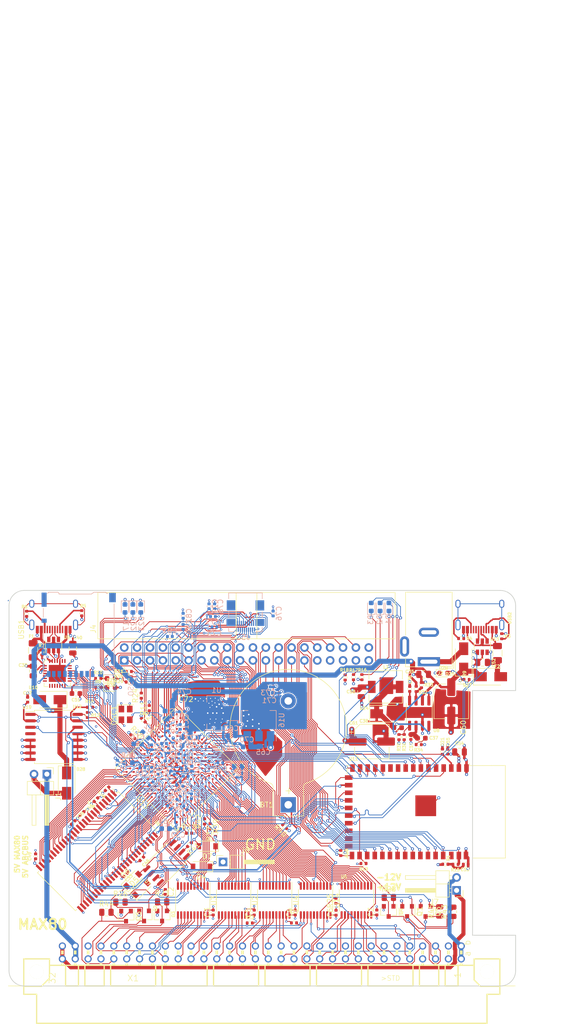
<source format=kicad_pcb>
(kicad_pcb (version 20171130) (host pcbnew 5.1.9-73d0e3b20d~88~ubuntu20.04.1)

  (general
    (thickness 1.6)
    (drawings 19)
    (tracks 5121)
    (zones 0)
    (modules 182)
    (nets 255)
  )

  (page A4)
  (title_block
    (title MAX80)
    (date 2021-01-31)
    (rev 0.01)
    (company "No name")
  )

  (layers
    (0 F.Cu signal)
    (1 In1.Cu power)
    (2 In2.Cu signal)
    (31 B.Cu signal)
    (32 B.Adhes user)
    (33 F.Adhes user)
    (34 B.Paste user)
    (35 F.Paste user)
    (36 B.SilkS user)
    (37 F.SilkS user)
    (38 B.Mask user)
    (39 F.Mask user)
    (40 Dwgs.User user)
    (41 Cmts.User user)
    (42 Eco1.User user)
    (43 Eco2.User user)
    (44 Edge.Cuts user)
    (45 Margin user)
    (46 B.CrtYd user)
    (47 F.CrtYd user)
    (48 B.Fab user hide)
    (49 F.Fab user hide)
  )

  (setup
    (last_trace_width 0.15)
    (user_trace_width 0.15)
    (user_trace_width 0.3)
    (user_trace_width 0.5)
    (trace_clearance 0.15)
    (zone_clearance 0.15)
    (zone_45_only no)
    (trace_min 0.15)
    (via_size 0.6)
    (via_drill 0.3)
    (via_min_size 0.45)
    (via_min_drill 0.2)
    (user_via 0.45 0.2)
    (uvia_size 0.3)
    (uvia_drill 0.1)
    (uvias_allowed yes)
    (uvia_min_size 0.2)
    (uvia_min_drill 0.1)
    (edge_width 0.15)
    (segment_width 0.3)
    (pcb_text_width 0.3)
    (pcb_text_size 1.5 1.5)
    (mod_edge_width 0.15)
    (mod_text_size 1 1)
    (mod_text_width 0.15)
    (pad_size 0.46 0.4)
    (pad_drill 0)
    (pad_to_mask_clearance 0)
    (aux_axis_origin 0 0)
    (visible_elements FFFFFF7F)
    (pcbplotparams
      (layerselection 0x010fc_ffffffff)
      (usegerberextensions false)
      (usegerberattributes true)
      (usegerberadvancedattributes true)
      (creategerberjobfile true)
      (excludeedgelayer true)
      (linewidth 0.100000)
      (plotframeref false)
      (viasonmask false)
      (mode 1)
      (useauxorigin false)
      (hpglpennumber 1)
      (hpglpenspeed 20)
      (hpglpendiameter 15.000000)
      (psnegative false)
      (psa4output false)
      (plotreference true)
      (plotvalue true)
      (plotinvisibletext false)
      (padsonsilk false)
      (subtractmaskfromsilk false)
      (outputformat 1)
      (mirror false)
      (drillshape 0)
      (scaleselection 1)
      (outputdirectory "abc80_gerber"))
  )

  (net 0 "")
  (net 1 GND)
  (net 2 +5V)
  (net 3 "Net-(R5-Pad2)")
  (net 4 "Net-(R6-Pad2)")
  (net 5 "Net-(R7-Pad1)")
  (net 6 "Net-(U10-Pad5)")
  (net 7 "Net-(U10-Pad4)")
  (net 8 "Net-(U9-Pad4)")
  (net 9 "Net-(U9-Pad6)")
  (net 10 "Net-(USB1-Pad13)")
  (net 11 "Net-(BT1-Pad1)")
  (net 12 /A4)
  (net 13 /A3)
  (net 14 /A2)
  (net 15 /A1)
  (net 16 /A0)
  (net 17 /IO0)
  (net 18 /IO3)
  (net 19 /IO4)
  (net 20 /IO5)
  (net 21 /IO6)
  (net 22 /IO7)
  (net 23 /A11)
  (net 24 /IO9)
  (net 25 /A8)
  (net 26 /A7)
  (net 27 /A6)
  (net 28 /A5)
  (net 29 /A9)
  (net 30 /A10)
  (net 31 /A12)
  (net 32 /IO8)
  (net 33 /IO10)
  (net 34 /IO11)
  (net 35 /IO12)
  (net 36 /IO13)
  (net 37 /IO14)
  (net 38 /IO15)
  (net 39 /abc80bus/D7)
  (net 40 /abc80bus/D6)
  (net 41 /abc80bus/D5)
  (net 42 /abc80bus/D4)
  (net 43 /abc80bus/D3)
  (net 44 /abc80bus/D2)
  (net 45 /abc80bus/D1)
  (net 46 /abc80bus/D0)
  (net 47 /abc80bus/A8)
  (net 48 /abc80bus/A9)
  (net 49 /abc80bus/A10)
  (net 50 /abc80bus/A11)
  (net 51 /abc80bus/A12)
  (net 52 /abc80bus/A13)
  (net 53 /abc80bus/A14)
  (net 54 /abc80bus/A15)
  (net 55 /abc80bus/A7)
  (net 56 /abc80bus/A6)
  (net 57 /abc80bus/A5)
  (net 58 /abc80bus/A4)
  (net 59 /abc80bus/A3)
  (net 60 /abc80bus/A2)
  (net 61 /abc80bus/A1)
  (net 62 /abc80bus/A0)
  (net 63 /IO1)
  (net 64 /IO2)
  (net 65 /32KHZ)
  (net 66 /RTC_INT)
  (net 67 /abc80bus/ABC5V)
  (net 68 /SD_DAT1)
  (net 69 /SD_DAT3)
  (net 70 /SD_CMD)
  (net 71 /SD_CLK)
  (net 72 /SD_DAT0)
  (net 73 FPGA_TDI)
  (net 74 FPGA_TMS)
  (net 75 FPGA_TDO)
  (net 76 FPGA_TCK)
  (net 77 ABC_CLK_5)
  (net 78 /FPGA_SCL)
  (net 79 /FPGA_SDA)
  (net 80 FPGA_SPI_CLK)
  (net 81 FGPA_SPI_CS_ESP32)
  (net 82 INT_ESP32)
  (net 83 "Net-(C53-Pad1)")
  (net 84 "Net-(F2-Pad2)")
  (net 85 ESP32_TDO)
  (net 86 ESP32_TCK)
  (net 87 ESP32_TMS)
  (net 88 ESP32_IO0)
  (net 89 ESP32_RXD)
  (net 90 ESP32_TXD)
  (net 91 ESP32_EN)
  (net 92 "Net-(R3-Pad2)")
  (net 93 "Net-(R4-Pad2)")
  (net 94 /ESP32/USB_D-)
  (net 95 /ESP32/USB_D+)
  (net 96 ESP32_TDI)
  (net 97 "Net-(U15-Pad6)")
  (net 98 "Net-(U15-Pad4)")
  (net 99 "Net-(USB2-Pad13)")
  (net 100 "Net-(D1-Pad2)")
  (net 101 "Net-(D1-Pad1)")
  (net 102 "Net-(D2-Pad2)")
  (net 103 "Net-(D2-Pad1)")
  (net 104 "Net-(D3-Pad2)")
  (net 105 "Net-(D3-Pad1)")
  (net 106 ESP32_SCL)
  (net 107 ESP32_SDA)
  (net 108 ESP32_CS2)
  (net 109 ESP32_CS0)
  (net 110 ESP32_MISO)
  (net 111 ESP32_SCK)
  (net 112 ESP32_MOSI)
  (net 113 ESP32_CS1)
  (net 114 /FPGA_USB_TXD)
  (net 115 /FPGA_USB_RXD)
  (net 116 /abc80bus/~CS)
  (net 117 /abc80bus/~C4)
  (net 118 /abc80bus/~C3)
  (net 119 /abc80bus/~C2)
  (net 120 /abc80bus/~C1)
  (net 121 /abc80bus/~OUT)
  (net 122 /abc80bus/~RST)
  (net 123 /abc80bus/~XMEMFL)
  (net 124 /abc80bus/~INP)
  (net 125 /abc80bus/~STATUS)
  (net 126 /abc80bus/~XINPSTB)
  (net 127 /abc80bus/~XOUTSTB)
  (net 128 AD0)
  (net 129 AD1)
  (net 130 AD2)
  (net 131 AD3)
  (net 132 AD4)
  (net 133 AD5)
  (net 134 AD6)
  (net 135 AD7)
  (net 136 /abc80bus/~RESIN)
  (net 137 /FPGA_LED1)
  (net 138 /FPGA_LED2)
  (net 139 /FPGA_LED3)
  (net 140 "Net-(D17-Pad2)")
  (net 141 "Net-(D22-Pad2)")
  (net 142 "Net-(D23-Pad2)")
  (net 143 FPGA_GPIO3)
  (net 144 FPGA_GPIO2)
  (net 145 FPGA_GPIO1)
  (net 146 FPGA_GPIO0)
  (net 147 FPGA_GPIO5)
  (net 148 FPGA_GPIO4)
  (net 149 "Net-(C36-Pad1)")
  (net 150 "Net-(C37-Pad2)")
  (net 151 "Net-(C37-Pad1)")
  (net 152 "Net-(C38-Pad2)")
  (net 153 "Net-(R32-Pad2)")
  (net 154 "Net-(R35-Pad2)")
  (net 155 "Net-(C38-Pad1)")
  (net 156 /abc80bus/READY)
  (net 157 /abc80bus/~NMI)
  (net 158 ~FPGA_READY)
  (net 159 FPGA_NMI)
  (net 160 "Net-(D26-Pad2)")
  (net 161 FPGA_RESIN)
  (net 162 /DQMH)
  (net 163 /CLK)
  (net 164 /CKE)
  (net 165 /BA1)
  (net 166 /BA0)
  (net 167 /DQML)
  (net 168 "Net-(D28-Pad2)")
  (net 169 "Net-(D25-Pad2)")
  (net 170 "Net-(F1-Pad2)")
  (net 171 /FPGA_USB_RTS)
  (net 172 /FPGA_USB_CTS)
  (net 173 "Net-(C39-Pad1)")
  (net 174 "Net-(C52-Pad1)")
  (net 175 /WE#)
  (net 176 /CAS#)
  (net 177 /RAS#)
  (net 178 /CS#)
  (net 179 "Net-(D29-Pad1)")
  (net 180 "Net-(D30-Pad1)")
  (net 181 +3V3)
  (net 182 +2V5)
  (net 183 +1V2)
  (net 184 "Net-(R13-Pad1)")
  (net 185 "Net-(R37-Pad2)")
  (net 186 "Net-(R38-Pad2)")
  (net 187 "Net-(R41-Pad2)")
  (net 188 DATA0)
  (net 189 ~CS_ABC_3V3)
  (net 190 ~OUT_ABC_3V3)
  (net 191 AD8)
  (net 192 ~C1_ABC_3V3)
  (net 193 AD9)
  (net 194 ~C2_ABC_3V3)
  (net 195 AD10)
  (net 196 ~C3_ABC_3V3)
  (net 197 ~C4_ABC_3V3)
  (net 198 AD11)
  (net 199 AD12)
  (net 200 AD13)
  (net 201 AD14)
  (net 202 AD15)
  (net 203 DLCK)
  (net 204 ASD0)
  (net 205 nCE0)
  (net 206 ~INP_ABC_3V3)
  (net 207 ~STATUS_ABC_3V3)
  (net 208 DD0)
  (net 209 DD1)
  (net 210 DD2)
  (net 211 DD3)
  (net 212 DD4)
  (net 213 DD5)
  (net 214 DD6)
  (net 215 DD7)
  (net 216 DD8)
  (net 217 ~XOUTSTB_ABC_3V3)
  (net 218 ~RST_ABC_3V3)
  (net 219 ~XMEMFL_ABC_3V3)
  (net 220 ~XINPSTB_ABC_3V3)
  (net 221 ABC_CLK_3V3)
  (net 222 DD9)
  (net 223 FPGA_SPI_MOSI)
  (net 224 FPGA_SPI_MISO)
  (net 225 /SD_DAT2)
  (net 226 CLK0n)
  (net 227 "Net-(J5-PadSH)")
  (net 228 HDMI_CK-)
  (net 229 HDMI_D0+)
  (net 230 HDMI_D1-)
  (net 231 HDMI_D2+)
  (net 232 HDMI_CK+)
  (net 233 HDMI_D0-)
  (net 234 HDMI_D1+)
  (net 235 HDMI_D2-)
  (net 236 HDMI_SDA)
  (net 237 HDMI_HPD)
  (net 238 HDMI_SCL)
  (net 239 FPGA_JTAGEN)
  (net 240 FLASH_CS#)
  (net 241 /abc80bus/~INT)
  (net 242 /abc80bus/~XMEMW800)
  (net 243 /abc80bus/~XMEMW80)
  (net 244 INT_ABC_3V3)
  (net 245 INT800_ABC_3V3)
  (net 246 ~XMEMW80_ABC_3V3)
  (net 247 ~XMEMW800_ABC_3V3)
  (net 248 /abc80bus/~XM)
  (net 249 XM_ABC_3V3)
  (net 250 "Net-(R25-Pad2)")
  (net 251 AD16)
  (net 252 DD10)
  (net 253 /abc80bus/ABC_-12V)
  (net 254 /abc80bus/ABC_12V)

  (net_class Default "This is the default net class."
    (clearance 0.15)
    (trace_width 0.15)
    (via_dia 0.6)
    (via_drill 0.3)
    (uvia_dia 0.3)
    (uvia_drill 0.1)
    (add_net +1V2)
    (add_net +2V5)
    (add_net +3V3)
    (add_net +5V)
    (add_net /32KHZ)
    (add_net /A0)
    (add_net /A1)
    (add_net /A10)
    (add_net /A11)
    (add_net /A12)
    (add_net /A2)
    (add_net /A3)
    (add_net /A4)
    (add_net /A5)
    (add_net /A6)
    (add_net /A7)
    (add_net /A8)
    (add_net /A9)
    (add_net /BA0)
    (add_net /BA1)
    (add_net /CAS#)
    (add_net /CKE)
    (add_net /CLK)
    (add_net /CS#)
    (add_net /DQMH)
    (add_net /DQML)
    (add_net /ESP32/USB_D+)
    (add_net /ESP32/USB_D-)
    (add_net /FPGA_LED1)
    (add_net /FPGA_LED2)
    (add_net /FPGA_LED3)
    (add_net /FPGA_SCL)
    (add_net /FPGA_SDA)
    (add_net /FPGA_USB_CTS)
    (add_net /FPGA_USB_RTS)
    (add_net /FPGA_USB_RXD)
    (add_net /FPGA_USB_TXD)
    (add_net /IO0)
    (add_net /IO1)
    (add_net /IO10)
    (add_net /IO11)
    (add_net /IO12)
    (add_net /IO13)
    (add_net /IO14)
    (add_net /IO15)
    (add_net /IO2)
    (add_net /IO3)
    (add_net /IO4)
    (add_net /IO5)
    (add_net /IO6)
    (add_net /IO7)
    (add_net /IO8)
    (add_net /IO9)
    (add_net /RAS#)
    (add_net /RTC_INT)
    (add_net /SD_CLK)
    (add_net /SD_CMD)
    (add_net /SD_DAT0)
    (add_net /SD_DAT1)
    (add_net /SD_DAT2)
    (add_net /SD_DAT3)
    (add_net /WE#)
    (add_net /abc80bus/A0)
    (add_net /abc80bus/A1)
    (add_net /abc80bus/A10)
    (add_net /abc80bus/A11)
    (add_net /abc80bus/A12)
    (add_net /abc80bus/A13)
    (add_net /abc80bus/A14)
    (add_net /abc80bus/A15)
    (add_net /abc80bus/A2)
    (add_net /abc80bus/A3)
    (add_net /abc80bus/A4)
    (add_net /abc80bus/A5)
    (add_net /abc80bus/A6)
    (add_net /abc80bus/A7)
    (add_net /abc80bus/A8)
    (add_net /abc80bus/A9)
    (add_net /abc80bus/ABC5V)
    (add_net /abc80bus/ABC_-12V)
    (add_net /abc80bus/ABC_12V)
    (add_net /abc80bus/D0)
    (add_net /abc80bus/D1)
    (add_net /abc80bus/D2)
    (add_net /abc80bus/D3)
    (add_net /abc80bus/D4)
    (add_net /abc80bus/D5)
    (add_net /abc80bus/D6)
    (add_net /abc80bus/D7)
    (add_net /abc80bus/READY)
    (add_net /abc80bus/~C1)
    (add_net /abc80bus/~C2)
    (add_net /abc80bus/~C3)
    (add_net /abc80bus/~C4)
    (add_net /abc80bus/~CS)
    (add_net /abc80bus/~INP)
    (add_net /abc80bus/~INT)
    (add_net /abc80bus/~NMI)
    (add_net /abc80bus/~OUT)
    (add_net /abc80bus/~RESIN)
    (add_net /abc80bus/~RST)
    (add_net /abc80bus/~STATUS)
    (add_net /abc80bus/~XINPSTB)
    (add_net /abc80bus/~XM)
    (add_net /abc80bus/~XMEMFL)
    (add_net /abc80bus/~XMEMW80)
    (add_net /abc80bus/~XMEMW800)
    (add_net /abc80bus/~XOUTSTB)
    (add_net ABC_CLK_3V3)
    (add_net ABC_CLK_5)
    (add_net AD0)
    (add_net AD1)
    (add_net AD10)
    (add_net AD11)
    (add_net AD12)
    (add_net AD13)
    (add_net AD14)
    (add_net AD15)
    (add_net AD16)
    (add_net AD2)
    (add_net AD3)
    (add_net AD4)
    (add_net AD5)
    (add_net AD6)
    (add_net AD7)
    (add_net AD8)
    (add_net AD9)
    (add_net ASD0)
    (add_net CLK0n)
    (add_net DATA0)
    (add_net DD0)
    (add_net DD1)
    (add_net DD10)
    (add_net DD2)
    (add_net DD3)
    (add_net DD4)
    (add_net DD5)
    (add_net DD6)
    (add_net DD7)
    (add_net DD8)
    (add_net DD9)
    (add_net DLCK)
    (add_net ESP32_CS0)
    (add_net ESP32_CS1)
    (add_net ESP32_CS2)
    (add_net ESP32_EN)
    (add_net ESP32_IO0)
    (add_net ESP32_MISO)
    (add_net ESP32_MOSI)
    (add_net ESP32_RXD)
    (add_net ESP32_SCK)
    (add_net ESP32_SCL)
    (add_net ESP32_SDA)
    (add_net ESP32_TCK)
    (add_net ESP32_TDI)
    (add_net ESP32_TDO)
    (add_net ESP32_TMS)
    (add_net ESP32_TXD)
    (add_net FGPA_SPI_CS_ESP32)
    (add_net FLASH_CS#)
    (add_net FPGA_GPIO0)
    (add_net FPGA_GPIO1)
    (add_net FPGA_GPIO2)
    (add_net FPGA_GPIO3)
    (add_net FPGA_GPIO4)
    (add_net FPGA_GPIO5)
    (add_net FPGA_JTAGEN)
    (add_net FPGA_NMI)
    (add_net FPGA_RESIN)
    (add_net FPGA_SPI_CLK)
    (add_net FPGA_SPI_MISO)
    (add_net FPGA_SPI_MOSI)
    (add_net FPGA_TCK)
    (add_net FPGA_TDI)
    (add_net FPGA_TDO)
    (add_net FPGA_TMS)
    (add_net GND)
    (add_net HDMI_CK+)
    (add_net HDMI_CK-)
    (add_net HDMI_D0+)
    (add_net HDMI_D0-)
    (add_net HDMI_D1+)
    (add_net HDMI_D1-)
    (add_net HDMI_D2+)
    (add_net HDMI_D2-)
    (add_net HDMI_HPD)
    (add_net HDMI_SCL)
    (add_net HDMI_SDA)
    (add_net INT800_ABC_3V3)
    (add_net INT_ABC_3V3)
    (add_net INT_ESP32)
    (add_net "Net-(BT1-Pad1)")
    (add_net "Net-(C36-Pad1)")
    (add_net "Net-(C37-Pad1)")
    (add_net "Net-(C37-Pad2)")
    (add_net "Net-(C38-Pad1)")
    (add_net "Net-(C38-Pad2)")
    (add_net "Net-(C39-Pad1)")
    (add_net "Net-(C52-Pad1)")
    (add_net "Net-(C53-Pad1)")
    (add_net "Net-(D1-Pad1)")
    (add_net "Net-(D1-Pad2)")
    (add_net "Net-(D17-Pad2)")
    (add_net "Net-(D2-Pad1)")
    (add_net "Net-(D2-Pad2)")
    (add_net "Net-(D22-Pad2)")
    (add_net "Net-(D23-Pad2)")
    (add_net "Net-(D25-Pad2)")
    (add_net "Net-(D26-Pad2)")
    (add_net "Net-(D28-Pad2)")
    (add_net "Net-(D29-Pad1)")
    (add_net "Net-(D3-Pad1)")
    (add_net "Net-(D3-Pad2)")
    (add_net "Net-(D30-Pad1)")
    (add_net "Net-(F1-Pad2)")
    (add_net "Net-(F2-Pad2)")
    (add_net "Net-(J5-PadSH)")
    (add_net "Net-(R13-Pad1)")
    (add_net "Net-(R25-Pad2)")
    (add_net "Net-(R3-Pad2)")
    (add_net "Net-(R32-Pad2)")
    (add_net "Net-(R35-Pad2)")
    (add_net "Net-(R37-Pad2)")
    (add_net "Net-(R38-Pad2)")
    (add_net "Net-(R4-Pad2)")
    (add_net "Net-(R41-Pad2)")
    (add_net "Net-(R5-Pad2)")
    (add_net "Net-(R6-Pad2)")
    (add_net "Net-(R7-Pad1)")
    (add_net "Net-(U10-Pad4)")
    (add_net "Net-(U10-Pad5)")
    (add_net "Net-(U15-Pad4)")
    (add_net "Net-(U15-Pad6)")
    (add_net "Net-(U9-Pad4)")
    (add_net "Net-(U9-Pad6)")
    (add_net "Net-(USB1-Pad13)")
    (add_net "Net-(USB2-Pad13)")
    (add_net XM_ABC_3V3)
    (add_net nCE0)
    (add_net ~C1_ABC_3V3)
    (add_net ~C2_ABC_3V3)
    (add_net ~C3_ABC_3V3)
    (add_net ~C4_ABC_3V3)
    (add_net ~CS_ABC_3V3)
    (add_net ~FPGA_READY)
    (add_net ~INP_ABC_3V3)
    (add_net ~OUT_ABC_3V3)
    (add_net ~RST_ABC_3V3)
    (add_net ~STATUS_ABC_3V3)
    (add_net ~XINPSTB_ABC_3V3)
    (add_net ~XMEMFL_ABC_3V3)
    (add_net ~XMEMW800_ABC_3V3)
    (add_net ~XMEMW80_ABC_3V3)
    (add_net ~XOUTSTB_ABC_3V3)
  )

  (module Capacitor_SMD:C_0402_1005Metric (layer B.Cu) (tedit 5F68FEEE) (tstamp 60732111)
    (at 86.87 106 90)
    (descr "Capacitor SMD 0402 (1005 Metric), square (rectangular) end terminal, IPC_7351 nominal, (Body size source: IPC-SM-782 page 76, https://www.pcb-3d.com/wordpress/wp-content/uploads/ipc-sm-782a_amendment_1_and_2.pdf), generated with kicad-footprint-generator")
    (tags capacitor)
    (path /650A9AE9/60FA28B1)
    (attr smd)
    (fp_text reference C82 (at 0 1.16 270) (layer B.SilkS)
      (effects (font (size 1 1) (thickness 0.15)) (justify mirror))
    )
    (fp_text value 100nF (at 0 -1.16 270) (layer B.Fab)
      (effects (font (size 1 1) (thickness 0.15)) (justify mirror))
    )
    (fp_line (start -0.5 -0.25) (end -0.5 0.25) (layer B.Fab) (width 0.1))
    (fp_line (start -0.5 0.25) (end 0.5 0.25) (layer B.Fab) (width 0.1))
    (fp_line (start 0.5 0.25) (end 0.5 -0.25) (layer B.Fab) (width 0.1))
    (fp_line (start 0.5 -0.25) (end -0.5 -0.25) (layer B.Fab) (width 0.1))
    (fp_line (start -0.107836 0.36) (end 0.107836 0.36) (layer B.SilkS) (width 0.12))
    (fp_line (start -0.107836 -0.36) (end 0.107836 -0.36) (layer B.SilkS) (width 0.12))
    (fp_line (start -0.91 -0.46) (end -0.91 0.46) (layer B.CrtYd) (width 0.05))
    (fp_line (start -0.91 0.46) (end 0.91 0.46) (layer B.CrtYd) (width 0.05))
    (fp_line (start 0.91 0.46) (end 0.91 -0.46) (layer B.CrtYd) (width 0.05))
    (fp_line (start 0.91 -0.46) (end -0.91 -0.46) (layer B.CrtYd) (width 0.05))
    (fp_text user %R (at 0 0 270) (layer B.Fab)
      (effects (font (size 0.25 0.25) (thickness 0.04)) (justify mirror))
    )
    (pad 2 smd roundrect (at 0.48 0 90) (size 0.56 0.62) (layers B.Cu B.Paste B.Mask) (roundrect_rratio 0.25)
      (net 1 GND))
    (pad 1 smd roundrect (at -0.48 0 90) (size 0.56 0.62) (layers B.Cu B.Paste B.Mask) (roundrect_rratio 0.25)
      (net 228 HDMI_CK-))
    (model ${KISYS3DMOD}/Capacitor_SMD.3dshapes/C_0402_1005Metric.wrl
      (at (xyz 0 0 0))
      (scale (xyz 1 1 1))
      (rotate (xyz 0 0 0))
    )
  )

  (module Capacitor_SMD:C_0402_1005Metric (layer B.Cu) (tedit 5F68FEEE) (tstamp 6045C411)
    (at 84.25 110.08 180)
    (descr "Capacitor SMD 0402 (1005 Metric), square (rectangular) end terminal, IPC_7351 nominal, (Body size source: IPC-SM-782 page 76, https://www.pcb-3d.com/wordpress/wp-content/uploads/ipc-sm-782a_amendment_1_and_2.pdf), generated with kicad-footprint-generator")
    (tags capacitor)
    (path /650A9AE9/60FA22EE)
    (attr smd)
    (fp_text reference C81 (at 0 1.16) (layer B.SilkS)
      (effects (font (size 1 1) (thickness 0.15)) (justify mirror))
    )
    (fp_text value 100nF (at 0 -1.16) (layer B.Fab)
      (effects (font (size 1 1) (thickness 0.15)) (justify mirror))
    )
    (fp_line (start -0.5 -0.25) (end -0.5 0.25) (layer B.Fab) (width 0.1))
    (fp_line (start -0.5 0.25) (end 0.5 0.25) (layer B.Fab) (width 0.1))
    (fp_line (start 0.5 0.25) (end 0.5 -0.25) (layer B.Fab) (width 0.1))
    (fp_line (start 0.5 -0.25) (end -0.5 -0.25) (layer B.Fab) (width 0.1))
    (fp_line (start -0.107836 0.36) (end 0.107836 0.36) (layer B.SilkS) (width 0.12))
    (fp_line (start -0.107836 -0.36) (end 0.107836 -0.36) (layer B.SilkS) (width 0.12))
    (fp_line (start -0.91 -0.46) (end -0.91 0.46) (layer B.CrtYd) (width 0.05))
    (fp_line (start -0.91 0.46) (end 0.91 0.46) (layer B.CrtYd) (width 0.05))
    (fp_line (start 0.91 0.46) (end 0.91 -0.46) (layer B.CrtYd) (width 0.05))
    (fp_line (start 0.91 -0.46) (end -0.91 -0.46) (layer B.CrtYd) (width 0.05))
    (fp_text user %R (at 0 0) (layer B.Fab)
      (effects (font (size 0.25 0.25) (thickness 0.04)) (justify mirror))
    )
    (pad 2 smd roundrect (at 0.48 0 180) (size 0.56 0.62) (layers B.Cu B.Paste B.Mask) (roundrect_rratio 0.25)
      (net 1 GND))
    (pad 1 smd roundrect (at -0.48 0 180) (size 0.56 0.62) (layers B.Cu B.Paste B.Mask) (roundrect_rratio 0.25)
      (net 232 HDMI_CK+))
    (model ${KISYS3DMOD}/Capacitor_SMD.3dshapes/C_0402_1005Metric.wrl
      (at (xyz 0 0 0))
      (scale (xyz 1 1 1))
      (rotate (xyz 0 0 0))
    )
  )

  (module Capacitor_SMD:C_0402_1005Metric (layer B.Cu) (tedit 5F68FEEE) (tstamp 6045C400)
    (at 86.86 108.19 90)
    (descr "Capacitor SMD 0402 (1005 Metric), square (rectangular) end terminal, IPC_7351 nominal, (Body size source: IPC-SM-782 page 76, https://www.pcb-3d.com/wordpress/wp-content/uploads/ipc-sm-782a_amendment_1_and_2.pdf), generated with kicad-footprint-generator")
    (tags capacitor)
    (path /650A9AE9/60FA18DB)
    (attr smd)
    (fp_text reference C80 (at 0 1.16 270) (layer B.SilkS)
      (effects (font (size 1 1) (thickness 0.15)) (justify mirror))
    )
    (fp_text value 100nF (at 0 -1.16 270) (layer B.Fab)
      (effects (font (size 1 1) (thickness 0.15)) (justify mirror))
    )
    (fp_line (start -0.5 -0.25) (end -0.5 0.25) (layer B.Fab) (width 0.1))
    (fp_line (start -0.5 0.25) (end 0.5 0.25) (layer B.Fab) (width 0.1))
    (fp_line (start 0.5 0.25) (end 0.5 -0.25) (layer B.Fab) (width 0.1))
    (fp_line (start 0.5 -0.25) (end -0.5 -0.25) (layer B.Fab) (width 0.1))
    (fp_line (start -0.107836 0.36) (end 0.107836 0.36) (layer B.SilkS) (width 0.12))
    (fp_line (start -0.107836 -0.36) (end 0.107836 -0.36) (layer B.SilkS) (width 0.12))
    (fp_line (start -0.91 -0.46) (end -0.91 0.46) (layer B.CrtYd) (width 0.05))
    (fp_line (start -0.91 0.46) (end 0.91 0.46) (layer B.CrtYd) (width 0.05))
    (fp_line (start 0.91 0.46) (end 0.91 -0.46) (layer B.CrtYd) (width 0.05))
    (fp_line (start 0.91 -0.46) (end -0.91 -0.46) (layer B.CrtYd) (width 0.05))
    (fp_text user %R (at 0 0 270) (layer B.Fab)
      (effects (font (size 0.25 0.25) (thickness 0.04)) (justify mirror))
    )
    (pad 2 smd roundrect (at 0.48 0 90) (size 0.56 0.62) (layers B.Cu B.Paste B.Mask) (roundrect_rratio 0.25)
      (net 1 GND))
    (pad 1 smd roundrect (at -0.48 0 90) (size 0.56 0.62) (layers B.Cu B.Paste B.Mask) (roundrect_rratio 0.25)
      (net 233 HDMI_D0-))
    (model ${KISYS3DMOD}/Capacitor_SMD.3dshapes/C_0402_1005Metric.wrl
      (at (xyz 0 0 0))
      (scale (xyz 1 1 1))
      (rotate (xyz 0 0 0))
    )
  )

  (module Capacitor_SMD:C_0402_1005Metric (layer B.Cu) (tedit 5F68FEEE) (tstamp 6045C3EF)
    (at 91.98 104.13 90)
    (descr "Capacitor SMD 0402 (1005 Metric), square (rectangular) end terminal, IPC_7351 nominal, (Body size source: IPC-SM-782 page 76, https://www.pcb-3d.com/wordpress/wp-content/uploads/ipc-sm-782a_amendment_1_and_2.pdf), generated with kicad-footprint-generator")
    (tags capacitor)
    (path /650A9AE9/60FA4621)
    (attr smd)
    (fp_text reference C79 (at 0 1.16 90) (layer B.SilkS)
      (effects (font (size 1 1) (thickness 0.15)) (justify mirror))
    )
    (fp_text value 100nF (at 0 -1.16 90) (layer B.Fab)
      (effects (font (size 1 1) (thickness 0.15)) (justify mirror))
    )
    (fp_line (start -0.5 -0.25) (end -0.5 0.25) (layer B.Fab) (width 0.1))
    (fp_line (start -0.5 0.25) (end 0.5 0.25) (layer B.Fab) (width 0.1))
    (fp_line (start 0.5 0.25) (end 0.5 -0.25) (layer B.Fab) (width 0.1))
    (fp_line (start 0.5 -0.25) (end -0.5 -0.25) (layer B.Fab) (width 0.1))
    (fp_line (start -0.107836 0.36) (end 0.107836 0.36) (layer B.SilkS) (width 0.12))
    (fp_line (start -0.107836 -0.36) (end 0.107836 -0.36) (layer B.SilkS) (width 0.12))
    (fp_line (start -0.91 -0.46) (end -0.91 0.46) (layer B.CrtYd) (width 0.05))
    (fp_line (start -0.91 0.46) (end 0.91 0.46) (layer B.CrtYd) (width 0.05))
    (fp_line (start 0.91 0.46) (end 0.91 -0.46) (layer B.CrtYd) (width 0.05))
    (fp_line (start 0.91 -0.46) (end -0.91 -0.46) (layer B.CrtYd) (width 0.05))
    (fp_text user %R (at 0 0 90) (layer B.Fab)
      (effects (font (size 0.25 0.25) (thickness 0.04)) (justify mirror))
    )
    (pad 2 smd roundrect (at 0.48 0 90) (size 0.56 0.62) (layers B.Cu B.Paste B.Mask) (roundrect_rratio 0.25)
      (net 1 GND))
    (pad 1 smd roundrect (at -0.48 0 90) (size 0.56 0.62) (layers B.Cu B.Paste B.Mask) (roundrect_rratio 0.25)
      (net 229 HDMI_D0+))
    (model ${KISYS3DMOD}/Capacitor_SMD.3dshapes/C_0402_1005Metric.wrl
      (at (xyz 0 0 0))
      (scale (xyz 1 1 1))
      (rotate (xyz 0 0 0))
    )
  )

  (module Capacitor_SMD:C_0402_1005Metric (layer B.Cu) (tedit 5F68FEEE) (tstamp 6045C3DE)
    (at 93.09 104.13 90)
    (descr "Capacitor SMD 0402 (1005 Metric), square (rectangular) end terminal, IPC_7351 nominal, (Body size source: IPC-SM-782 page 76, https://www.pcb-3d.com/wordpress/wp-content/uploads/ipc-sm-782a_amendment_1_and_2.pdf), generated with kicad-footprint-generator")
    (tags capacitor)
    (path /650A9AE9/60FA49FC)
    (attr smd)
    (fp_text reference C78 (at 0 1.16 90) (layer B.SilkS)
      (effects (font (size 1 1) (thickness 0.15)) (justify mirror))
    )
    (fp_text value 100nF (at 0 -1.16 90) (layer B.Fab)
      (effects (font (size 1 1) (thickness 0.15)) (justify mirror))
    )
    (fp_line (start -0.5 -0.25) (end -0.5 0.25) (layer B.Fab) (width 0.1))
    (fp_line (start -0.5 0.25) (end 0.5 0.25) (layer B.Fab) (width 0.1))
    (fp_line (start 0.5 0.25) (end 0.5 -0.25) (layer B.Fab) (width 0.1))
    (fp_line (start 0.5 -0.25) (end -0.5 -0.25) (layer B.Fab) (width 0.1))
    (fp_line (start -0.107836 0.36) (end 0.107836 0.36) (layer B.SilkS) (width 0.12))
    (fp_line (start -0.107836 -0.36) (end 0.107836 -0.36) (layer B.SilkS) (width 0.12))
    (fp_line (start -0.91 -0.46) (end -0.91 0.46) (layer B.CrtYd) (width 0.05))
    (fp_line (start -0.91 0.46) (end 0.91 0.46) (layer B.CrtYd) (width 0.05))
    (fp_line (start 0.91 0.46) (end 0.91 -0.46) (layer B.CrtYd) (width 0.05))
    (fp_line (start 0.91 -0.46) (end -0.91 -0.46) (layer B.CrtYd) (width 0.05))
    (fp_text user %R (at 0 0 90) (layer B.Fab)
      (effects (font (size 0.25 0.25) (thickness 0.04)) (justify mirror))
    )
    (pad 2 smd roundrect (at 0.48 0 90) (size 0.56 0.62) (layers B.Cu B.Paste B.Mask) (roundrect_rratio 0.25)
      (net 1 GND))
    (pad 1 smd roundrect (at -0.48 0 90) (size 0.56 0.62) (layers B.Cu B.Paste B.Mask) (roundrect_rratio 0.25)
      (net 230 HDMI_D1-))
    (model ${KISYS3DMOD}/Capacitor_SMD.3dshapes/C_0402_1005Metric.wrl
      (at (xyz 0 0 0))
      (scale (xyz 1 1 1))
      (rotate (xyz 0 0 0))
    )
  )

  (module Capacitor_SMD:C_0402_1005Metric (layer B.Cu) (tedit 5F68FEEE) (tstamp 6045C3CD)
    (at 92.76 106.15)
    (descr "Capacitor SMD 0402 (1005 Metric), square (rectangular) end terminal, IPC_7351 nominal, (Body size source: IPC-SM-782 page 76, https://www.pcb-3d.com/wordpress/wp-content/uploads/ipc-sm-782a_amendment_1_and_2.pdf), generated with kicad-footprint-generator")
    (tags capacitor)
    (path /650A9AE9/60FA423E)
    (attr smd)
    (fp_text reference C77 (at 0 1.16) (layer B.SilkS)
      (effects (font (size 1 1) (thickness 0.15)) (justify mirror))
    )
    (fp_text value 100nF (at 0 -1.16) (layer B.Fab)
      (effects (font (size 1 1) (thickness 0.15)) (justify mirror))
    )
    (fp_line (start -0.5 -0.25) (end -0.5 0.25) (layer B.Fab) (width 0.1))
    (fp_line (start -0.5 0.25) (end 0.5 0.25) (layer B.Fab) (width 0.1))
    (fp_line (start 0.5 0.25) (end 0.5 -0.25) (layer B.Fab) (width 0.1))
    (fp_line (start 0.5 -0.25) (end -0.5 -0.25) (layer B.Fab) (width 0.1))
    (fp_line (start -0.107836 0.36) (end 0.107836 0.36) (layer B.SilkS) (width 0.12))
    (fp_line (start -0.107836 -0.36) (end 0.107836 -0.36) (layer B.SilkS) (width 0.12))
    (fp_line (start -0.91 -0.46) (end -0.91 0.46) (layer B.CrtYd) (width 0.05))
    (fp_line (start -0.91 0.46) (end 0.91 0.46) (layer B.CrtYd) (width 0.05))
    (fp_line (start 0.91 0.46) (end 0.91 -0.46) (layer B.CrtYd) (width 0.05))
    (fp_line (start 0.91 -0.46) (end -0.91 -0.46) (layer B.CrtYd) (width 0.05))
    (fp_text user %R (at 0 0) (layer B.Fab)
      (effects (font (size 0.25 0.25) (thickness 0.04)) (justify mirror))
    )
    (pad 2 smd roundrect (at 0.48 0) (size 0.56 0.62) (layers B.Cu B.Paste B.Mask) (roundrect_rratio 0.25)
      (net 1 GND))
    (pad 1 smd roundrect (at -0.48 0) (size 0.56 0.62) (layers B.Cu B.Paste B.Mask) (roundrect_rratio 0.25)
      (net 234 HDMI_D1+))
    (model ${KISYS3DMOD}/Capacitor_SMD.3dshapes/C_0402_1005Metric.wrl
      (at (xyz 0 0 0))
      (scale (xyz 1 1 1))
      (rotate (xyz 0 0 0))
    )
  )

  (module Capacitor_SMD:C_0402_1005Metric (layer B.Cu) (tedit 5F68FEEE) (tstamp 6045C3BC)
    (at 104.63 105.55 90)
    (descr "Capacitor SMD 0402 (1005 Metric), square (rectangular) end terminal, IPC_7351 nominal, (Body size source: IPC-SM-782 page 76, https://www.pcb-3d.com/wordpress/wp-content/uploads/ipc-sm-782a_amendment_1_and_2.pdf), generated with kicad-footprint-generator")
    (tags capacitor)
    (path /650A9AE9/60FA3BB6)
    (attr smd)
    (fp_text reference C76 (at 0 1.16 270) (layer B.SilkS)
      (effects (font (size 1 1) (thickness 0.15)) (justify mirror))
    )
    (fp_text value 100nF (at 0 -1.16 270) (layer B.Fab)
      (effects (font (size 1 1) (thickness 0.15)) (justify mirror))
    )
    (fp_line (start -0.5 -0.25) (end -0.5 0.25) (layer B.Fab) (width 0.1))
    (fp_line (start -0.5 0.25) (end 0.5 0.25) (layer B.Fab) (width 0.1))
    (fp_line (start 0.5 0.25) (end 0.5 -0.25) (layer B.Fab) (width 0.1))
    (fp_line (start 0.5 -0.25) (end -0.5 -0.25) (layer B.Fab) (width 0.1))
    (fp_line (start -0.107836 0.36) (end 0.107836 0.36) (layer B.SilkS) (width 0.12))
    (fp_line (start -0.107836 -0.36) (end 0.107836 -0.36) (layer B.SilkS) (width 0.12))
    (fp_line (start -0.91 -0.46) (end -0.91 0.46) (layer B.CrtYd) (width 0.05))
    (fp_line (start -0.91 0.46) (end 0.91 0.46) (layer B.CrtYd) (width 0.05))
    (fp_line (start 0.91 0.46) (end 0.91 -0.46) (layer B.CrtYd) (width 0.05))
    (fp_line (start 0.91 -0.46) (end -0.91 -0.46) (layer B.CrtYd) (width 0.05))
    (fp_text user %R (at 0 0 270) (layer B.Fab)
      (effects (font (size 0.25 0.25) (thickness 0.04)) (justify mirror))
    )
    (pad 2 smd roundrect (at 0.48 0 90) (size 0.56 0.62) (layers B.Cu B.Paste B.Mask) (roundrect_rratio 0.25)
      (net 1 GND))
    (pad 1 smd roundrect (at -0.48 0 90) (size 0.56 0.62) (layers B.Cu B.Paste B.Mask) (roundrect_rratio 0.25)
      (net 235 HDMI_D2-))
    (model ${KISYS3DMOD}/Capacitor_SMD.3dshapes/C_0402_1005Metric.wrl
      (at (xyz 0 0 0))
      (scale (xyz 1 1 1))
      (rotate (xyz 0 0 0))
    )
  )

  (module Capacitor_SMD:C_0402_1005Metric (layer B.Cu) (tedit 5F68FEEE) (tstamp 6045C3AB)
    (at 93.05 108.22)
    (descr "Capacitor SMD 0402 (1005 Metric), square (rectangular) end terminal, IPC_7351 nominal, (Body size source: IPC-SM-782 page 76, https://www.pcb-3d.com/wordpress/wp-content/uploads/ipc-sm-782a_amendment_1_and_2.pdf), generated with kicad-footprint-generator")
    (tags capacitor)
    (path /650A9AE9/60FA3EFB)
    (attr smd)
    (fp_text reference C75 (at 0 1.16) (layer B.SilkS)
      (effects (font (size 1 1) (thickness 0.15)) (justify mirror))
    )
    (fp_text value 100nF (at 0 -1.16) (layer B.Fab)
      (effects (font (size 1 1) (thickness 0.15)) (justify mirror))
    )
    (fp_line (start -0.5 -0.25) (end -0.5 0.25) (layer B.Fab) (width 0.1))
    (fp_line (start -0.5 0.25) (end 0.5 0.25) (layer B.Fab) (width 0.1))
    (fp_line (start 0.5 0.25) (end 0.5 -0.25) (layer B.Fab) (width 0.1))
    (fp_line (start 0.5 -0.25) (end -0.5 -0.25) (layer B.Fab) (width 0.1))
    (fp_line (start -0.107836 0.36) (end 0.107836 0.36) (layer B.SilkS) (width 0.12))
    (fp_line (start -0.107836 -0.36) (end 0.107836 -0.36) (layer B.SilkS) (width 0.12))
    (fp_line (start -0.91 -0.46) (end -0.91 0.46) (layer B.CrtYd) (width 0.05))
    (fp_line (start -0.91 0.46) (end 0.91 0.46) (layer B.CrtYd) (width 0.05))
    (fp_line (start 0.91 0.46) (end 0.91 -0.46) (layer B.CrtYd) (width 0.05))
    (fp_line (start 0.91 -0.46) (end -0.91 -0.46) (layer B.CrtYd) (width 0.05))
    (fp_text user %R (at 0 0) (layer B.Fab)
      (effects (font (size 0.25 0.25) (thickness 0.04)) (justify mirror))
    )
    (pad 2 smd roundrect (at 0.48 0) (size 0.56 0.62) (layers B.Cu B.Paste B.Mask) (roundrect_rratio 0.25)
      (net 1 GND))
    (pad 1 smd roundrect (at -0.48 0) (size 0.56 0.62) (layers B.Cu B.Paste B.Mask) (roundrect_rratio 0.25)
      (net 231 HDMI_D2+))
    (model ${KISYS3DMOD}/Capacitor_SMD.3dshapes/C_0402_1005Metric.wrl
      (at (xyz 0 0 0))
      (scale (xyz 1 1 1))
      (rotate (xyz 0 0 0))
    )
  )

  (module Diode_SMD:D_SOD-123 (layer F.Cu) (tedit 58645DC7) (tstamp 60442506)
    (at 91.625 151.45 180)
    (descr SOD-123)
    (tags SOD-123)
    (path /60D4872C)
    (attr smd)
    (fp_text reference D7 (at 0 -2) (layer F.SilkS)
      (effects (font (size 1 1) (thickness 0.15)))
    )
    (fp_text value D_Schottky (at 0 2.1) (layer F.Fab)
      (effects (font (size 1 1) (thickness 0.15)))
    )
    (fp_line (start -2.25 -1) (end 1.65 -1) (layer F.SilkS) (width 0.12))
    (fp_line (start -2.25 1) (end 1.65 1) (layer F.SilkS) (width 0.12))
    (fp_line (start -2.35 -1.15) (end -2.35 1.15) (layer F.CrtYd) (width 0.05))
    (fp_line (start 2.35 1.15) (end -2.35 1.15) (layer F.CrtYd) (width 0.05))
    (fp_line (start 2.35 -1.15) (end 2.35 1.15) (layer F.CrtYd) (width 0.05))
    (fp_line (start -2.35 -1.15) (end 2.35 -1.15) (layer F.CrtYd) (width 0.05))
    (fp_line (start -1.4 -0.9) (end 1.4 -0.9) (layer F.Fab) (width 0.1))
    (fp_line (start 1.4 -0.9) (end 1.4 0.9) (layer F.Fab) (width 0.1))
    (fp_line (start 1.4 0.9) (end -1.4 0.9) (layer F.Fab) (width 0.1))
    (fp_line (start -1.4 0.9) (end -1.4 -0.9) (layer F.Fab) (width 0.1))
    (fp_line (start -0.75 0) (end -0.35 0) (layer F.Fab) (width 0.1))
    (fp_line (start -0.35 0) (end -0.35 -0.55) (layer F.Fab) (width 0.1))
    (fp_line (start -0.35 0) (end -0.35 0.55) (layer F.Fab) (width 0.1))
    (fp_line (start -0.35 0) (end 0.25 -0.4) (layer F.Fab) (width 0.1))
    (fp_line (start 0.25 -0.4) (end 0.25 0.4) (layer F.Fab) (width 0.1))
    (fp_line (start 0.25 0.4) (end -0.35 0) (layer F.Fab) (width 0.1))
    (fp_line (start 0.25 0) (end 0.75 0) (layer F.Fab) (width 0.1))
    (fp_line (start -2.25 -1) (end -2.25 1) (layer F.SilkS) (width 0.12))
    (fp_text user %R (at 0 -2) (layer F.Fab)
      (effects (font (size 1 1) (thickness 0.15)))
    )
    (pad 2 smd rect (at 1.65 0 180) (size 0.9 1.2) (layers F.Cu F.Paste F.Mask)
      (net 188 DATA0))
    (pad 1 smd rect (at -1.65 0 180) (size 0.9 1.2) (layers F.Cu F.Paste F.Mask)
      (net 181 +3V3))
    (model ${KISYS3DMOD}/Diode_SMD.3dshapes/D_SOD-123.wrl
      (at (xyz 0 0 0))
      (scale (xyz 1 1 1))
      (rotate (xyz 0 0 0))
    )
  )

  (module Diode_SMD:D_SOD-123 (layer F.Cu) (tedit 58645DC7) (tstamp 604424ED)
    (at 76.925 158.125 45)
    (descr SOD-123)
    (tags SOD-123)
    (path /60D4963D)
    (attr smd)
    (fp_text reference D6 (at 0 -2 45) (layer F.SilkS)
      (effects (font (size 1 1) (thickness 0.15)))
    )
    (fp_text value D_Schottky (at 0 2.1 45) (layer F.Fab)
      (effects (font (size 1 1) (thickness 0.15)))
    )
    (fp_line (start -2.25 -1) (end 1.65 -1) (layer F.SilkS) (width 0.12))
    (fp_line (start -2.25 1) (end 1.65 1) (layer F.SilkS) (width 0.12))
    (fp_line (start -2.35 -1.15) (end -2.35 1.15) (layer F.CrtYd) (width 0.05))
    (fp_line (start 2.35 1.15) (end -2.35 1.15) (layer F.CrtYd) (width 0.05))
    (fp_line (start 2.35 -1.15) (end 2.35 1.15) (layer F.CrtYd) (width 0.05))
    (fp_line (start -2.35 -1.15) (end 2.35 -1.15) (layer F.CrtYd) (width 0.05))
    (fp_line (start -1.4 -0.9) (end 1.4 -0.9) (layer F.Fab) (width 0.1))
    (fp_line (start 1.4 -0.9) (end 1.4 0.9) (layer F.Fab) (width 0.1))
    (fp_line (start 1.4 0.9) (end -1.4 0.9) (layer F.Fab) (width 0.1))
    (fp_line (start -1.4 0.9) (end -1.4 -0.9) (layer F.Fab) (width 0.1))
    (fp_line (start -0.75 0) (end -0.35 0) (layer F.Fab) (width 0.1))
    (fp_line (start -0.35 0) (end -0.35 -0.55) (layer F.Fab) (width 0.1))
    (fp_line (start -0.35 0) (end -0.35 0.55) (layer F.Fab) (width 0.1))
    (fp_line (start -0.35 0) (end 0.25 -0.4) (layer F.Fab) (width 0.1))
    (fp_line (start 0.25 -0.4) (end 0.25 0.4) (layer F.Fab) (width 0.1))
    (fp_line (start 0.25 0.4) (end -0.35 0) (layer F.Fab) (width 0.1))
    (fp_line (start 0.25 0) (end 0.75 0) (layer F.Fab) (width 0.1))
    (fp_line (start -2.25 -1) (end -2.25 1) (layer F.SilkS) (width 0.12))
    (fp_text user %R (at 0 -2 45) (layer F.Fab)
      (effects (font (size 1 1) (thickness 0.15)))
    )
    (pad 2 smd rect (at 1.65 0 45) (size 0.9 1.2) (layers F.Cu F.Paste F.Mask)
      (net 204 ASD0))
    (pad 1 smd rect (at -1.65 0 45) (size 0.9 1.2) (layers F.Cu F.Paste F.Mask)
      (net 181 +3V3))
    (model ${KISYS3DMOD}/Diode_SMD.3dshapes/D_SOD-123.wrl
      (at (xyz 0 0 0))
      (scale (xyz 1 1 1))
      (rotate (xyz 0 0 0))
    )
  )

  (module Diode_SMD:D_SOD-123 (layer F.Cu) (tedit 58645DC7) (tstamp 604424D4)
    (at 78.625 159.85 45)
    (descr SOD-123)
    (tags SOD-123)
    (path /60E7A93B)
    (attr smd)
    (fp_text reference D5 (at 0 -2 45) (layer F.SilkS)
      (effects (font (size 1 1) (thickness 0.15)))
    )
    (fp_text value D_Schottky (at 0 2.1 45) (layer F.Fab)
      (effects (font (size 1 1) (thickness 0.15)))
    )
    (fp_line (start -2.25 -1) (end 1.65 -1) (layer F.SilkS) (width 0.12))
    (fp_line (start -2.25 1) (end 1.65 1) (layer F.SilkS) (width 0.12))
    (fp_line (start -2.35 -1.15) (end -2.35 1.15) (layer F.CrtYd) (width 0.05))
    (fp_line (start 2.35 1.15) (end -2.35 1.15) (layer F.CrtYd) (width 0.05))
    (fp_line (start 2.35 -1.15) (end 2.35 1.15) (layer F.CrtYd) (width 0.05))
    (fp_line (start -2.35 -1.15) (end 2.35 -1.15) (layer F.CrtYd) (width 0.05))
    (fp_line (start -1.4 -0.9) (end 1.4 -0.9) (layer F.Fab) (width 0.1))
    (fp_line (start 1.4 -0.9) (end 1.4 0.9) (layer F.Fab) (width 0.1))
    (fp_line (start 1.4 0.9) (end -1.4 0.9) (layer F.Fab) (width 0.1))
    (fp_line (start -1.4 0.9) (end -1.4 -0.9) (layer F.Fab) (width 0.1))
    (fp_line (start -0.75 0) (end -0.35 0) (layer F.Fab) (width 0.1))
    (fp_line (start -0.35 0) (end -0.35 -0.55) (layer F.Fab) (width 0.1))
    (fp_line (start -0.35 0) (end -0.35 0.55) (layer F.Fab) (width 0.1))
    (fp_line (start -0.35 0) (end 0.25 -0.4) (layer F.Fab) (width 0.1))
    (fp_line (start 0.25 -0.4) (end 0.25 0.4) (layer F.Fab) (width 0.1))
    (fp_line (start 0.25 0.4) (end -0.35 0) (layer F.Fab) (width 0.1))
    (fp_line (start 0.25 0) (end 0.75 0) (layer F.Fab) (width 0.1))
    (fp_line (start -2.25 -1) (end -2.25 1) (layer F.SilkS) (width 0.12))
    (fp_text user %R (at 0 -2 45) (layer F.Fab)
      (effects (font (size 1 1) (thickness 0.15)))
    )
    (pad 2 smd rect (at 1.65 0 45) (size 0.9 1.2) (layers F.Cu F.Paste F.Mask)
      (net 203 DLCK))
    (pad 1 smd rect (at -1.65 0 45) (size 0.9 1.2) (layers F.Cu F.Paste F.Mask)
      (net 181 +3V3))
    (model ${KISYS3DMOD}/Diode_SMD.3dshapes/D_SOD-123.wrl
      (at (xyz 0 0 0))
      (scale (xyz 1 1 1))
      (rotate (xyz 0 0 0))
    )
  )

  (module Diode_SMD:D_SOD-123 (layer F.Cu) (tedit 58645DC7) (tstamp 60446C83)
    (at 90.475 155.475 180)
    (descr SOD-123)
    (tags SOD-123)
    (path /60D15E22)
    (attr smd)
    (fp_text reference D4 (at 0 -2) (layer F.SilkS)
      (effects (font (size 1 1) (thickness 0.15)))
    )
    (fp_text value D_Schottky (at 0 2.1) (layer F.Fab)
      (effects (font (size 1 1) (thickness 0.15)))
    )
    (fp_line (start -2.25 -1) (end 1.65 -1) (layer F.SilkS) (width 0.12))
    (fp_line (start -2.25 1) (end 1.65 1) (layer F.SilkS) (width 0.12))
    (fp_line (start -2.35 -1.15) (end -2.35 1.15) (layer F.CrtYd) (width 0.05))
    (fp_line (start 2.35 1.15) (end -2.35 1.15) (layer F.CrtYd) (width 0.05))
    (fp_line (start 2.35 -1.15) (end 2.35 1.15) (layer F.CrtYd) (width 0.05))
    (fp_line (start -2.35 -1.15) (end 2.35 -1.15) (layer F.CrtYd) (width 0.05))
    (fp_line (start -1.4 -0.9) (end 1.4 -0.9) (layer F.Fab) (width 0.1))
    (fp_line (start 1.4 -0.9) (end 1.4 0.9) (layer F.Fab) (width 0.1))
    (fp_line (start 1.4 0.9) (end -1.4 0.9) (layer F.Fab) (width 0.1))
    (fp_line (start -1.4 0.9) (end -1.4 -0.9) (layer F.Fab) (width 0.1))
    (fp_line (start -0.75 0) (end -0.35 0) (layer F.Fab) (width 0.1))
    (fp_line (start -0.35 0) (end -0.35 -0.55) (layer F.Fab) (width 0.1))
    (fp_line (start -0.35 0) (end -0.35 0.55) (layer F.Fab) (width 0.1))
    (fp_line (start -0.35 0) (end 0.25 -0.4) (layer F.Fab) (width 0.1))
    (fp_line (start 0.25 -0.4) (end 0.25 0.4) (layer F.Fab) (width 0.1))
    (fp_line (start 0.25 0.4) (end -0.35 0) (layer F.Fab) (width 0.1))
    (fp_line (start 0.25 0) (end 0.75 0) (layer F.Fab) (width 0.1))
    (fp_line (start -2.25 -1) (end -2.25 1) (layer F.SilkS) (width 0.12))
    (fp_text user %R (at 0 -2) (layer F.Fab)
      (effects (font (size 1 1) (thickness 0.15)))
    )
    (pad 2 smd rect (at 1.65 0 180) (size 0.9 1.2) (layers F.Cu F.Paste F.Mask)
      (net 205 nCE0))
    (pad 1 smd rect (at -1.65 0 180) (size 0.9 1.2) (layers F.Cu F.Paste F.Mask)
      (net 181 +3V3))
    (model ${KISYS3DMOD}/Diode_SMD.3dshapes/D_SOD-123.wrl
      (at (xyz 0 0 0))
      (scale (xyz 1 1 1))
      (rotate (xyz 0 0 0))
    )
  )

  (module Connector_PinHeader_2.54mm:PinHeader_1x01_P2.54mm_Horizontal (layer F.Cu) (tedit 59FED5CB) (tstamp 6043450D)
    (at 94.75 154.55)
    (descr "Through hole angled pin header, 1x01, 2.54mm pitch, 6mm pin length, single row")
    (tags "Through hole angled pin header THT 1x01 2.54mm single row")
    (path /6013B380/60CC7EFE)
    (fp_text reference J6 (at 4.385 -2.27) (layer F.SilkS)
      (effects (font (size 1 1) (thickness 0.15)))
    )
    (fp_text value Conn_01x01_Male (at 4.385 2.27) (layer F.Fab)
      (effects (font (size 1 1) (thickness 0.15)))
    )
    (fp_line (start 10.55 -1.8) (end -1.8 -1.8) (layer F.CrtYd) (width 0.05))
    (fp_line (start 10.55 1.8) (end 10.55 -1.8) (layer F.CrtYd) (width 0.05))
    (fp_line (start -1.8 1.8) (end 10.55 1.8) (layer F.CrtYd) (width 0.05))
    (fp_line (start -1.8 -1.8) (end -1.8 1.8) (layer F.CrtYd) (width 0.05))
    (fp_line (start -1.27 -1.27) (end 0 -1.27) (layer F.SilkS) (width 0.12))
    (fp_line (start -1.27 0) (end -1.27 -1.27) (layer F.SilkS) (width 0.12))
    (fp_line (start 1.11 0.38) (end 1.44 0.38) (layer F.SilkS) (width 0.12))
    (fp_line (start 1.11 -0.38) (end 1.44 -0.38) (layer F.SilkS) (width 0.12))
    (fp_line (start 4.1 0.28) (end 10.1 0.28) (layer F.SilkS) (width 0.12))
    (fp_line (start 4.1 0.16) (end 10.1 0.16) (layer F.SilkS) (width 0.12))
    (fp_line (start 4.1 0.04) (end 10.1 0.04) (layer F.SilkS) (width 0.12))
    (fp_line (start 4.1 -0.08) (end 10.1 -0.08) (layer F.SilkS) (width 0.12))
    (fp_line (start 4.1 -0.2) (end 10.1 -0.2) (layer F.SilkS) (width 0.12))
    (fp_line (start 4.1 -0.32) (end 10.1 -0.32) (layer F.SilkS) (width 0.12))
    (fp_line (start 10.1 0.38) (end 4.1 0.38) (layer F.SilkS) (width 0.12))
    (fp_line (start 10.1 -0.38) (end 10.1 0.38) (layer F.SilkS) (width 0.12))
    (fp_line (start 4.1 -0.38) (end 10.1 -0.38) (layer F.SilkS) (width 0.12))
    (fp_line (start 4.1 -1.33) (end 1.44 -1.33) (layer F.SilkS) (width 0.12))
    (fp_line (start 4.1 1.33) (end 4.1 -1.33) (layer F.SilkS) (width 0.12))
    (fp_line (start 1.44 1.33) (end 4.1 1.33) (layer F.SilkS) (width 0.12))
    (fp_line (start 1.44 -1.33) (end 1.44 1.33) (layer F.SilkS) (width 0.12))
    (fp_line (start 4.04 0.32) (end 10.04 0.32) (layer F.Fab) (width 0.1))
    (fp_line (start 10.04 -0.32) (end 10.04 0.32) (layer F.Fab) (width 0.1))
    (fp_line (start 4.04 -0.32) (end 10.04 -0.32) (layer F.Fab) (width 0.1))
    (fp_line (start -0.32 0.32) (end 1.5 0.32) (layer F.Fab) (width 0.1))
    (fp_line (start -0.32 -0.32) (end -0.32 0.32) (layer F.Fab) (width 0.1))
    (fp_line (start -0.32 -0.32) (end 1.5 -0.32) (layer F.Fab) (width 0.1))
    (fp_line (start 1.5 -0.635) (end 2.135 -1.27) (layer F.Fab) (width 0.1))
    (fp_line (start 1.5 1.27) (end 1.5 -0.635) (layer F.Fab) (width 0.1))
    (fp_line (start 4.04 1.27) (end 1.5 1.27) (layer F.Fab) (width 0.1))
    (fp_line (start 4.04 -1.27) (end 4.04 1.27) (layer F.Fab) (width 0.1))
    (fp_line (start 2.135 -1.27) (end 4.04 -1.27) (layer F.Fab) (width 0.1))
    (fp_text user %R (at 2.77 0 90) (layer F.Fab)
      (effects (font (size 1 1) (thickness 0.15)))
    )
    (pad 1 thru_hole rect (at 0 0) (size 1.7 1.7) (drill 1) (layers *.Cu *.Mask)
      (net 1 GND))
    (model ${KISYS3DMOD}/Connector_PinHeader_2.54mm.3dshapes/PinHeader_1x01_P2.54mm_Horizontal.wrl
      (at (xyz 0 0 0))
      (scale (xyz 1 1 1))
      (rotate (xyz 0 0 0))
    )
  )

  (module Resistor_SMD:R_0805_2012Metric (layer F.Cu) (tedit 5F68FEEE) (tstamp 60427883)
    (at 137.525 164.3 90)
    (descr "Resistor SMD 0805 (2012 Metric), square (rectangular) end terminal, IPC_7351 nominal, (Body size source: IPC-SM-782 page 72, https://www.pcb-3d.com/wordpress/wp-content/uploads/ipc-sm-782a_amendment_1_and_2.pdf), generated with kicad-footprint-generator")
    (tags resistor)
    (path /6013B380/60B3A85D)
    (attr smd)
    (fp_text reference R45 (at 0 -1.65 90) (layer F.SilkS)
      (effects (font (size 1 1) (thickness 0.15)))
    )
    (fp_text value 0 (at 0 1.65 90) (layer F.Fab)
      (effects (font (size 1 1) (thickness 0.15)))
    )
    (fp_line (start 1.68 0.95) (end -1.68 0.95) (layer F.CrtYd) (width 0.05))
    (fp_line (start 1.68 -0.95) (end 1.68 0.95) (layer F.CrtYd) (width 0.05))
    (fp_line (start -1.68 -0.95) (end 1.68 -0.95) (layer F.CrtYd) (width 0.05))
    (fp_line (start -1.68 0.95) (end -1.68 -0.95) (layer F.CrtYd) (width 0.05))
    (fp_line (start -0.227064 0.735) (end 0.227064 0.735) (layer F.SilkS) (width 0.12))
    (fp_line (start -0.227064 -0.735) (end 0.227064 -0.735) (layer F.SilkS) (width 0.12))
    (fp_line (start 1 0.625) (end -1 0.625) (layer F.Fab) (width 0.1))
    (fp_line (start 1 -0.625) (end 1 0.625) (layer F.Fab) (width 0.1))
    (fp_line (start -1 -0.625) (end 1 -0.625) (layer F.Fab) (width 0.1))
    (fp_line (start -1 0.625) (end -1 -0.625) (layer F.Fab) (width 0.1))
    (fp_text user %R (at 0 0 90) (layer F.Fab)
      (effects (font (size 0.5 0.5) (thickness 0.08)))
    )
    (pad 2 smd roundrect (at 0.9125 0 90) (size 1.025 1.4) (layers F.Cu F.Paste F.Mask) (roundrect_rratio 0.243902)
      (net 245 INT800_ABC_3V3))
    (pad 1 smd roundrect (at -0.9125 0 90) (size 1.025 1.4) (layers F.Cu F.Paste F.Mask) (roundrect_rratio 0.243902)
      (net 243 /abc80bus/~XMEMW80))
    (model ${KISYS3DMOD}/Resistor_SMD.3dshapes/R_0805_2012Metric.wrl
      (at (xyz 0 0 0))
      (scale (xyz 1 1 1))
      (rotate (xyz 0 0 0))
    )
  )

  (module Resistor_SMD:R_0805_2012Metric (layer F.Cu) (tedit 5F68FEEE) (tstamp 60427872)
    (at 71.725 164.475)
    (descr "Resistor SMD 0805 (2012 Metric), square (rectangular) end terminal, IPC_7351 nominal, (Body size source: IPC-SM-782 page 72, https://www.pcb-3d.com/wordpress/wp-content/uploads/ipc-sm-782a_amendment_1_and_2.pdf), generated with kicad-footprint-generator")
    (tags resistor)
    (path /6013B380/60B3CF12)
    (attr smd)
    (fp_text reference R44 (at 0 -1.65) (layer F.SilkS)
      (effects (font (size 1 1) (thickness 0.15)))
    )
    (fp_text value 0 (at 0 1.65) (layer F.Fab)
      (effects (font (size 1 1) (thickness 0.15)))
    )
    (fp_line (start 1.68 0.95) (end -1.68 0.95) (layer F.CrtYd) (width 0.05))
    (fp_line (start 1.68 -0.95) (end 1.68 0.95) (layer F.CrtYd) (width 0.05))
    (fp_line (start -1.68 -0.95) (end 1.68 -0.95) (layer F.CrtYd) (width 0.05))
    (fp_line (start -1.68 0.95) (end -1.68 -0.95) (layer F.CrtYd) (width 0.05))
    (fp_line (start -0.227064 0.735) (end 0.227064 0.735) (layer F.SilkS) (width 0.12))
    (fp_line (start -0.227064 -0.735) (end 0.227064 -0.735) (layer F.SilkS) (width 0.12))
    (fp_line (start 1 0.625) (end -1 0.625) (layer F.Fab) (width 0.1))
    (fp_line (start 1 -0.625) (end 1 0.625) (layer F.Fab) (width 0.1))
    (fp_line (start -1 -0.625) (end 1 -0.625) (layer F.Fab) (width 0.1))
    (fp_line (start -1 0.625) (end -1 -0.625) (layer F.Fab) (width 0.1))
    (fp_text user %R (at 0 0) (layer F.Fab)
      (effects (font (size 0.5 0.5) (thickness 0.08)))
    )
    (pad 2 smd roundrect (at 0.9125 0) (size 1.025 1.4) (layers F.Cu F.Paste F.Mask) (roundrect_rratio 0.243902)
      (net 249 XM_ABC_3V3))
    (pad 1 smd roundrect (at -0.9125 0) (size 1.025 1.4) (layers F.Cu F.Paste F.Mask) (roundrect_rratio 0.243902)
      (net 248 /abc80bus/~XM))
    (model ${KISYS3DMOD}/Resistor_SMD.3dshapes/R_0805_2012Metric.wrl
      (at (xyz 0 0 0))
      (scale (xyz 1 1 1))
      (rotate (xyz 0 0 0))
    )
  )

  (module Resistor_SMD:R_0805_2012Metric (layer F.Cu) (tedit 5F68FEEE) (tstamp 60427861)
    (at 140.125 164.375 90)
    (descr "Resistor SMD 0805 (2012 Metric), square (rectangular) end terminal, IPC_7351 nominal, (Body size source: IPC-SM-782 page 72, https://www.pcb-3d.com/wordpress/wp-content/uploads/ipc-sm-782a_amendment_1_and_2.pdf), generated with kicad-footprint-generator")
    (tags resistor)
    (path /6013B380/60B38966)
    (attr smd)
    (fp_text reference R43 (at 0 -1.65 90) (layer F.SilkS)
      (effects (font (size 1 1) (thickness 0.15)))
    )
    (fp_text value 0 (at 0 1.65 90) (layer F.Fab)
      (effects (font (size 1 1) (thickness 0.15)))
    )
    (fp_line (start 1.68 0.95) (end -1.68 0.95) (layer F.CrtYd) (width 0.05))
    (fp_line (start 1.68 -0.95) (end 1.68 0.95) (layer F.CrtYd) (width 0.05))
    (fp_line (start -1.68 -0.95) (end 1.68 -0.95) (layer F.CrtYd) (width 0.05))
    (fp_line (start -1.68 0.95) (end -1.68 -0.95) (layer F.CrtYd) (width 0.05))
    (fp_line (start -0.227064 0.735) (end 0.227064 0.735) (layer F.SilkS) (width 0.12))
    (fp_line (start -0.227064 -0.735) (end 0.227064 -0.735) (layer F.SilkS) (width 0.12))
    (fp_line (start 1 0.625) (end -1 0.625) (layer F.Fab) (width 0.1))
    (fp_line (start 1 -0.625) (end 1 0.625) (layer F.Fab) (width 0.1))
    (fp_line (start -1 -0.625) (end 1 -0.625) (layer F.Fab) (width 0.1))
    (fp_line (start -1 0.625) (end -1 -0.625) (layer F.Fab) (width 0.1))
    (fp_text user %R (at 0 0 90) (layer F.Fab)
      (effects (font (size 0.5 0.5) (thickness 0.08)))
    )
    (pad 2 smd roundrect (at 0.9125 0 90) (size 1.025 1.4) (layers F.Cu F.Paste F.Mask) (roundrect_rratio 0.243902)
      (net 244 INT_ABC_3V3))
    (pad 1 smd roundrect (at -0.9125 0 90) (size 1.025 1.4) (layers F.Cu F.Paste F.Mask) (roundrect_rratio 0.243902)
      (net 241 /abc80bus/~INT))
    (model ${KISYS3DMOD}/Resistor_SMD.3dshapes/R_0805_2012Metric.wrl
      (at (xyz 0 0 0))
      (scale (xyz 1 1 1))
      (rotate (xyz 0 0 0))
    )
  )

  (module Resistor_SMD:R_0805_2012Metric (layer F.Cu) (tedit 5F68FEEE) (tstamp 60427690)
    (at 127.475 161.55)
    (descr "Resistor SMD 0805 (2012 Metric), square (rectangular) end terminal, IPC_7351 nominal, (Body size source: IPC-SM-782 page 72, https://www.pcb-3d.com/wordpress/wp-content/uploads/ipc-sm-782a_amendment_1_and_2.pdf), generated with kicad-footprint-generator")
    (tags resistor)
    (path /6013B380/60B37C47)
    (attr smd)
    (fp_text reference R28 (at 0 -1.65) (layer F.SilkS)
      (effects (font (size 1 1) (thickness 0.15)))
    )
    (fp_text value 0 (at 0 1.65) (layer F.Fab)
      (effects (font (size 1 1) (thickness 0.15)))
    )
    (fp_line (start 1.68 0.95) (end -1.68 0.95) (layer F.CrtYd) (width 0.05))
    (fp_line (start 1.68 -0.95) (end 1.68 0.95) (layer F.CrtYd) (width 0.05))
    (fp_line (start -1.68 -0.95) (end 1.68 -0.95) (layer F.CrtYd) (width 0.05))
    (fp_line (start -1.68 0.95) (end -1.68 -0.95) (layer F.CrtYd) (width 0.05))
    (fp_line (start -0.227064 0.735) (end 0.227064 0.735) (layer F.SilkS) (width 0.12))
    (fp_line (start -0.227064 -0.735) (end 0.227064 -0.735) (layer F.SilkS) (width 0.12))
    (fp_line (start 1 0.625) (end -1 0.625) (layer F.Fab) (width 0.1))
    (fp_line (start 1 -0.625) (end 1 0.625) (layer F.Fab) (width 0.1))
    (fp_line (start -1 -0.625) (end 1 -0.625) (layer F.Fab) (width 0.1))
    (fp_line (start -1 0.625) (end -1 -0.625) (layer F.Fab) (width 0.1))
    (fp_text user %R (at 0 0) (layer F.Fab)
      (effects (font (size 0.5 0.5) (thickness 0.08)))
    )
    (pad 2 smd roundrect (at 0.9125 0) (size 1.025 1.4) (layers F.Cu F.Paste F.Mask) (roundrect_rratio 0.243902)
      (net 161 FPGA_RESIN))
    (pad 1 smd roundrect (at -0.9125 0) (size 1.025 1.4) (layers F.Cu F.Paste F.Mask) (roundrect_rratio 0.243902)
      (net 136 /abc80bus/~RESIN))
    (model ${KISYS3DMOD}/Resistor_SMD.3dshapes/R_0805_2012Metric.wrl
      (at (xyz 0 0 0))
      (scale (xyz 1 1 1))
      (rotate (xyz 0 0 0))
    )
  )

  (module Resistor_SMD:R_0805_2012Metric (layer F.Cu) (tedit 5F68FEEE) (tstamp 6042767F)
    (at 82.725 162.425)
    (descr "Resistor SMD 0805 (2012 Metric), square (rectangular) end terminal, IPC_7351 nominal, (Body size source: IPC-SM-782 page 72, https://www.pcb-3d.com/wordpress/wp-content/uploads/ipc-sm-782a_amendment_1_and_2.pdf), generated with kicad-footprint-generator")
    (tags resistor)
    (path /6013B380/60B36F20)
    (attr smd)
    (fp_text reference R27 (at 0 -1.65) (layer F.SilkS)
      (effects (font (size 1 1) (thickness 0.15)))
    )
    (fp_text value 0 (at 0 1.65) (layer F.Fab)
      (effects (font (size 1 1) (thickness 0.15)))
    )
    (fp_line (start 1.68 0.95) (end -1.68 0.95) (layer F.CrtYd) (width 0.05))
    (fp_line (start 1.68 -0.95) (end 1.68 0.95) (layer F.CrtYd) (width 0.05))
    (fp_line (start -1.68 -0.95) (end 1.68 -0.95) (layer F.CrtYd) (width 0.05))
    (fp_line (start -1.68 0.95) (end -1.68 -0.95) (layer F.CrtYd) (width 0.05))
    (fp_line (start -0.227064 0.735) (end 0.227064 0.735) (layer F.SilkS) (width 0.12))
    (fp_line (start -0.227064 -0.735) (end 0.227064 -0.735) (layer F.SilkS) (width 0.12))
    (fp_line (start 1 0.625) (end -1 0.625) (layer F.Fab) (width 0.1))
    (fp_line (start 1 -0.625) (end 1 0.625) (layer F.Fab) (width 0.1))
    (fp_line (start -1 -0.625) (end 1 -0.625) (layer F.Fab) (width 0.1))
    (fp_line (start -1 0.625) (end -1 -0.625) (layer F.Fab) (width 0.1))
    (fp_text user %R (at 0 0) (layer F.Fab)
      (effects (font (size 0.5 0.5) (thickness 0.08)))
    )
    (pad 2 smd roundrect (at 0.9125 0) (size 1.025 1.4) (layers F.Cu F.Paste F.Mask) (roundrect_rratio 0.243902)
      (net 159 FPGA_NMI))
    (pad 1 smd roundrect (at -0.9125 0) (size 1.025 1.4) (layers F.Cu F.Paste F.Mask) (roundrect_rratio 0.243902)
      (net 157 /abc80bus/~NMI))
    (model ${KISYS3DMOD}/Resistor_SMD.3dshapes/R_0805_2012Metric.wrl
      (at (xyz 0 0 0))
      (scale (xyz 1 1 1))
      (rotate (xyz 0 0 0))
    )
  )

  (module Resistor_SMD:R_0805_2012Metric (layer F.Cu) (tedit 5F68FEEE) (tstamp 60445813)
    (at 74.5 162.475)
    (descr "Resistor SMD 0805 (2012 Metric), square (rectangular) end terminal, IPC_7351 nominal, (Body size source: IPC-SM-782 page 72, https://www.pcb-3d.com/wordpress/wp-content/uploads/ipc-sm-782a_amendment_1_and_2.pdf), generated with kicad-footprint-generator")
    (tags resistor)
    (path /6013B380/60B354D0)
    (attr smd)
    (fp_text reference R26 (at 0 -1.65) (layer F.SilkS)
      (effects (font (size 1 1) (thickness 0.15)))
    )
    (fp_text value 0 (at 0 1.65) (layer F.Fab)
      (effects (font (size 1 1) (thickness 0.15)))
    )
    (fp_line (start 1.68 0.95) (end -1.68 0.95) (layer F.CrtYd) (width 0.05))
    (fp_line (start 1.68 -0.95) (end 1.68 0.95) (layer F.CrtYd) (width 0.05))
    (fp_line (start -1.68 -0.95) (end 1.68 -0.95) (layer F.CrtYd) (width 0.05))
    (fp_line (start -1.68 0.95) (end -1.68 -0.95) (layer F.CrtYd) (width 0.05))
    (fp_line (start -0.227064 0.735) (end 0.227064 0.735) (layer F.SilkS) (width 0.12))
    (fp_line (start -0.227064 -0.735) (end 0.227064 -0.735) (layer F.SilkS) (width 0.12))
    (fp_line (start 1 0.625) (end -1 0.625) (layer F.Fab) (width 0.1))
    (fp_line (start 1 -0.625) (end 1 0.625) (layer F.Fab) (width 0.1))
    (fp_line (start -1 -0.625) (end 1 -0.625) (layer F.Fab) (width 0.1))
    (fp_line (start -1 0.625) (end -1 -0.625) (layer F.Fab) (width 0.1))
    (fp_text user %R (at 0 0) (layer F.Fab)
      (effects (font (size 0.5 0.5) (thickness 0.08)))
    )
    (pad 2 smd roundrect (at 0.9125 0) (size 1.025 1.4) (layers F.Cu F.Paste F.Mask) (roundrect_rratio 0.243902)
      (net 158 ~FPGA_READY))
    (pad 1 smd roundrect (at -0.9125 0) (size 1.025 1.4) (layers F.Cu F.Paste F.Mask) (roundrect_rratio 0.243902)
      (net 156 /abc80bus/READY))
    (model ${KISYS3DMOD}/Resistor_SMD.3dshapes/R_0805_2012Metric.wrl
      (at (xyz 0 0 0))
      (scale (xyz 1 1 1))
      (rotate (xyz 0 0 0))
    )
  )

  (module Connector_PinHeader_2.54mm:PinHeader_1x02_P2.54mm_Horizontal (layer F.Cu) (tedit 59FED5CB) (tstamp 604192A4)
    (at 140.85 160.15 180)
    (descr "Through hole angled pin header, 1x02, 2.54mm pitch, 6mm pin length, single row")
    (tags "Through hole angled pin header THT 1x02 2.54mm single row")
    (path /6013B380/609B79F6)
    (fp_text reference J7 (at 4.385 -2.27) (layer F.SilkS)
      (effects (font (size 1 1) (thickness 0.15)))
    )
    (fp_text value Conn_01x02_Male (at 4.385 4.81) (layer F.Fab)
      (effects (font (size 1 1) (thickness 0.15)))
    )
    (fp_line (start 2.135 -1.27) (end 4.04 -1.27) (layer F.Fab) (width 0.1))
    (fp_line (start 4.04 -1.27) (end 4.04 3.81) (layer F.Fab) (width 0.1))
    (fp_line (start 4.04 3.81) (end 1.5 3.81) (layer F.Fab) (width 0.1))
    (fp_line (start 1.5 3.81) (end 1.5 -0.635) (layer F.Fab) (width 0.1))
    (fp_line (start 1.5 -0.635) (end 2.135 -1.27) (layer F.Fab) (width 0.1))
    (fp_line (start -0.32 -0.32) (end 1.5 -0.32) (layer F.Fab) (width 0.1))
    (fp_line (start -0.32 -0.32) (end -0.32 0.32) (layer F.Fab) (width 0.1))
    (fp_line (start -0.32 0.32) (end 1.5 0.32) (layer F.Fab) (width 0.1))
    (fp_line (start 4.04 -0.32) (end 10.04 -0.32) (layer F.Fab) (width 0.1))
    (fp_line (start 10.04 -0.32) (end 10.04 0.32) (layer F.Fab) (width 0.1))
    (fp_line (start 4.04 0.32) (end 10.04 0.32) (layer F.Fab) (width 0.1))
    (fp_line (start -0.32 2.22) (end 1.5 2.22) (layer F.Fab) (width 0.1))
    (fp_line (start -0.32 2.22) (end -0.32 2.86) (layer F.Fab) (width 0.1))
    (fp_line (start -0.32 2.86) (end 1.5 2.86) (layer F.Fab) (width 0.1))
    (fp_line (start 4.04 2.22) (end 10.04 2.22) (layer F.Fab) (width 0.1))
    (fp_line (start 10.04 2.22) (end 10.04 2.86) (layer F.Fab) (width 0.1))
    (fp_line (start 4.04 2.86) (end 10.04 2.86) (layer F.Fab) (width 0.1))
    (fp_line (start 1.44 -1.33) (end 1.44 3.87) (layer F.SilkS) (width 0.12))
    (fp_line (start 1.44 3.87) (end 4.1 3.87) (layer F.SilkS) (width 0.12))
    (fp_line (start 4.1 3.87) (end 4.1 -1.33) (layer F.SilkS) (width 0.12))
    (fp_line (start 4.1 -1.33) (end 1.44 -1.33) (layer F.SilkS) (width 0.12))
    (fp_line (start 4.1 -0.38) (end 10.1 -0.38) (layer F.SilkS) (width 0.12))
    (fp_line (start 10.1 -0.38) (end 10.1 0.38) (layer F.SilkS) (width 0.12))
    (fp_line (start 10.1 0.38) (end 4.1 0.38) (layer F.SilkS) (width 0.12))
    (fp_line (start 4.1 -0.32) (end 10.1 -0.32) (layer F.SilkS) (width 0.12))
    (fp_line (start 4.1 -0.2) (end 10.1 -0.2) (layer F.SilkS) (width 0.12))
    (fp_line (start 4.1 -0.08) (end 10.1 -0.08) (layer F.SilkS) (width 0.12))
    (fp_line (start 4.1 0.04) (end 10.1 0.04) (layer F.SilkS) (width 0.12))
    (fp_line (start 4.1 0.16) (end 10.1 0.16) (layer F.SilkS) (width 0.12))
    (fp_line (start 4.1 0.28) (end 10.1 0.28) (layer F.SilkS) (width 0.12))
    (fp_line (start 1.11 -0.38) (end 1.44 -0.38) (layer F.SilkS) (width 0.12))
    (fp_line (start 1.11 0.38) (end 1.44 0.38) (layer F.SilkS) (width 0.12))
    (fp_line (start 1.44 1.27) (end 4.1 1.27) (layer F.SilkS) (width 0.12))
    (fp_line (start 4.1 2.16) (end 10.1 2.16) (layer F.SilkS) (width 0.12))
    (fp_line (start 10.1 2.16) (end 10.1 2.92) (layer F.SilkS) (width 0.12))
    (fp_line (start 10.1 2.92) (end 4.1 2.92) (layer F.SilkS) (width 0.12))
    (fp_line (start 1.042929 2.16) (end 1.44 2.16) (layer F.SilkS) (width 0.12))
    (fp_line (start 1.042929 2.92) (end 1.44 2.92) (layer F.SilkS) (width 0.12))
    (fp_line (start -1.27 0) (end -1.27 -1.27) (layer F.SilkS) (width 0.12))
    (fp_line (start -1.27 -1.27) (end 0 -1.27) (layer F.SilkS) (width 0.12))
    (fp_line (start -1.8 -1.8) (end -1.8 4.35) (layer F.CrtYd) (width 0.05))
    (fp_line (start -1.8 4.35) (end 10.55 4.35) (layer F.CrtYd) (width 0.05))
    (fp_line (start 10.55 4.35) (end 10.55 -1.8) (layer F.CrtYd) (width 0.05))
    (fp_line (start 10.55 -1.8) (end -1.8 -1.8) (layer F.CrtYd) (width 0.05))
    (fp_text user %R (at 2.77 1.27 90) (layer F.Fab)
      (effects (font (size 1 1) (thickness 0.15)))
    )
    (pad 2 thru_hole oval (at 0 2.54 180) (size 1.7 1.7) (drill 1) (layers *.Cu *.Mask)
      (net 253 /abc80bus/ABC_-12V))
    (pad 1 thru_hole rect (at 0 0 180) (size 1.7 1.7) (drill 1) (layers *.Cu *.Mask)
      (net 254 /abc80bus/ABC_12V))
    (model ${KISYS3DMOD}/Connector_PinHeader_2.54mm.3dshapes/PinHeader_1x02_P2.54mm_Horizontal.wrl
      (at (xyz 0 0 0))
      (scale (xyz 1 1 1))
      (rotate (xyz 0 0 0))
    )
  )

  (module Capacitor_SMD:C_0603_1608Metric (layer B.Cu) (tedit 5F68FEEE) (tstamp 60801197)
    (at 79.42 129.51 135)
    (descr "Capacitor SMD 0603 (1608 Metric), square (rectangular) end terminal, IPC_7351 nominal, (Body size source: IPC-SM-782 page 76, https://www.pcb-3d.com/wordpress/wp-content/uploads/ipc-sm-782a_amendment_1_and_2.pdf), generated with kicad-footprint-generator")
    (tags capacitor)
    (path /604B2191/65C73D10)
    (zone_connect 2)
    (attr smd)
    (fp_text reference C62 (at 0 1.43 315) (layer B.SilkS)
      (effects (font (size 1 1) (thickness 0.15)) (justify mirror))
    )
    (fp_text value 47uF (at 0 -1.43 315) (layer B.Fab)
      (effects (font (size 1 1) (thickness 0.15)) (justify mirror))
    )
    (fp_line (start -0.8 -0.4) (end -0.8 0.4) (layer B.Fab) (width 0.1))
    (fp_line (start -0.8 0.4) (end 0.8 0.4) (layer B.Fab) (width 0.1))
    (fp_line (start 0.8 0.4) (end 0.8 -0.4) (layer B.Fab) (width 0.1))
    (fp_line (start 0.8 -0.4) (end -0.8 -0.4) (layer B.Fab) (width 0.1))
    (fp_line (start -0.14058 0.51) (end 0.14058 0.51) (layer B.SilkS) (width 0.12))
    (fp_line (start -0.14058 -0.51) (end 0.14058 -0.51) (layer B.SilkS) (width 0.12))
    (fp_line (start -1.48 -0.73) (end -1.48 0.73) (layer B.CrtYd) (width 0.05))
    (fp_line (start -1.48 0.73) (end 1.48 0.73) (layer B.CrtYd) (width 0.05))
    (fp_line (start 1.48 0.73) (end 1.48 -0.73) (layer B.CrtYd) (width 0.05))
    (fp_line (start 1.48 -0.73) (end -1.48 -0.73) (layer B.CrtYd) (width 0.05))
    (fp_text user %R (at 0 0 315) (layer B.Fab)
      (effects (font (size 0.4 0.4) (thickness 0.06)) (justify mirror))
    )
    (pad 2 smd roundrect (at 0.775 0 135) (size 0.9 0.95) (layers B.Cu B.Paste B.Mask) (roundrect_rratio 0.25)
      (net 1 GND) (zone_connect 2))
    (pad 1 smd roundrect (at -0.775 0 135) (size 0.9 0.95) (layers B.Cu B.Paste B.Mask) (roundrect_rratio 0.25)
      (net 183 +1V2) (zone_connect 2))
    (model ${KISYS3DMOD}/Capacitor_SMD.3dshapes/C_0603_1608Metric.wrl
      (at (xyz 0 0 0))
      (scale (xyz 1 1 1))
      (rotate (xyz 0 0 0))
    )
  )

  (module Resistor_SMD:R_0402_1005Metric (layer F.Cu) (tedit 5F68FEEE) (tstamp 603D5A54)
    (at 117.025 162.225 90)
    (descr "Resistor SMD 0402 (1005 Metric), square (rectangular) end terminal, IPC_7351 nominal, (Body size source: IPC-SM-782 page 72, https://www.pcb-3d.com/wordpress/wp-content/uploads/ipc-sm-782a_amendment_1_and_2.pdf), generated with kicad-footprint-generator")
    (tags resistor)
    (path /6013B380/6049E6B8)
    (attr smd)
    (fp_text reference R25 (at 0 -1.17 90) (layer F.SilkS)
      (effects (font (size 1 1) (thickness 0.15)))
    )
    (fp_text value 5.1k (at 0 1.17 90) (layer F.Fab)
      (effects (font (size 1 1) (thickness 0.15)))
    )
    (fp_line (start -0.525 0.27) (end -0.525 -0.27) (layer F.Fab) (width 0.1))
    (fp_line (start -0.525 -0.27) (end 0.525 -0.27) (layer F.Fab) (width 0.1))
    (fp_line (start 0.525 -0.27) (end 0.525 0.27) (layer F.Fab) (width 0.1))
    (fp_line (start 0.525 0.27) (end -0.525 0.27) (layer F.Fab) (width 0.1))
    (fp_line (start -0.153641 -0.38) (end 0.153641 -0.38) (layer F.SilkS) (width 0.12))
    (fp_line (start -0.153641 0.38) (end 0.153641 0.38) (layer F.SilkS) (width 0.12))
    (fp_line (start -0.93 0.47) (end -0.93 -0.47) (layer F.CrtYd) (width 0.05))
    (fp_line (start -0.93 -0.47) (end 0.93 -0.47) (layer F.CrtYd) (width 0.05))
    (fp_line (start 0.93 -0.47) (end 0.93 0.47) (layer F.CrtYd) (width 0.05))
    (fp_line (start 0.93 0.47) (end -0.93 0.47) (layer F.CrtYd) (width 0.05))
    (fp_text user %R (at 0 0 90) (layer F.Fab)
      (effects (font (size 0.26 0.26) (thickness 0.04)))
    )
    (pad 2 smd roundrect (at 0.51 0 90) (size 0.54 0.64) (layers F.Cu F.Paste F.Mask) (roundrect_rratio 0.25)
      (net 250 "Net-(R25-Pad2)"))
    (pad 1 smd roundrect (at -0.51 0 90) (size 0.54 0.64) (layers F.Cu F.Paste F.Mask) (roundrect_rratio 0.25)
      (net 243 /abc80bus/~XMEMW80))
    (model ${KISYS3DMOD}/Resistor_SMD.3dshapes/R_0402_1005Metric.wrl
      (at (xyz 0 0 0))
      (scale (xyz 1 1 1))
      (rotate (xyz 0 0 0))
    )
  )

  (module Package_TO_SOT_SMD:SOT-23 (layer F.Cu) (tedit 5A02FF57) (tstamp 603D5743)
    (at 75.6 165.24 270)
    (descr "SOT-23, Standard")
    (tags SOT-23)
    (path /6013B380/6042861D)
    (attr smd)
    (fp_text reference Q6 (at 0 -2.5 90) (layer F.SilkS)
      (effects (font (size 1 1) (thickness 0.15)))
    )
    (fp_text value AO3400A (at 0 2.5 90) (layer F.Fab)
      (effects (font (size 1 1) (thickness 0.15)))
    )
    (fp_line (start -0.7 -0.95) (end -0.7 1.5) (layer F.Fab) (width 0.1))
    (fp_line (start -0.15 -1.52) (end 0.7 -1.52) (layer F.Fab) (width 0.1))
    (fp_line (start -0.7 -0.95) (end -0.15 -1.52) (layer F.Fab) (width 0.1))
    (fp_line (start 0.7 -1.52) (end 0.7 1.52) (layer F.Fab) (width 0.1))
    (fp_line (start -0.7 1.52) (end 0.7 1.52) (layer F.Fab) (width 0.1))
    (fp_line (start 0.76 1.58) (end 0.76 0.65) (layer F.SilkS) (width 0.12))
    (fp_line (start 0.76 -1.58) (end 0.76 -0.65) (layer F.SilkS) (width 0.12))
    (fp_line (start -1.7 -1.75) (end 1.7 -1.75) (layer F.CrtYd) (width 0.05))
    (fp_line (start 1.7 -1.75) (end 1.7 1.75) (layer F.CrtYd) (width 0.05))
    (fp_line (start 1.7 1.75) (end -1.7 1.75) (layer F.CrtYd) (width 0.05))
    (fp_line (start -1.7 1.75) (end -1.7 -1.75) (layer F.CrtYd) (width 0.05))
    (fp_line (start 0.76 -1.58) (end -1.4 -1.58) (layer F.SilkS) (width 0.12))
    (fp_line (start 0.76 1.58) (end -0.7 1.58) (layer F.SilkS) (width 0.12))
    (fp_text user %R (at 0 0) (layer F.Fab)
      (effects (font (size 0.5 0.5) (thickness 0.075)))
    )
    (pad 3 smd rect (at 1 0 270) (size 0.9 0.8) (layers F.Cu F.Paste F.Mask)
      (net 248 /abc80bus/~XM))
    (pad 2 smd rect (at -1 0.95 270) (size 0.9 0.8) (layers F.Cu F.Paste F.Mask)
      (net 1 GND))
    (pad 1 smd rect (at -1 -0.95 270) (size 0.9 0.8) (layers F.Cu F.Paste F.Mask)
      (net 249 XM_ABC_3V3))
    (model ${KISYS3DMOD}/Package_TO_SOT_SMD.3dshapes/SOT-23.wrl
      (at (xyz 0 0 0))
      (scale (xyz 1 1 1))
      (rotate (xyz 0 0 0))
    )
  )

  (module Package_TO_SOT_SMD:SOT-223-3_TabPin2 (layer B.Cu) (tedit 5A02FF57) (tstamp 608BAB44)
    (at 101.83 126.59 90)
    (descr "module CMS SOT223 4 pins")
    (tags "CMS SOT")
    (path /604B2191/672CF238)
    (zone_connect 2)
    (attr smd)
    (fp_text reference U16 (at 0 4.5 90) (layer B.SilkS)
      (effects (font (size 1 1) (thickness 0.15)) (justify mirror))
    )
    (fp_text value AMS1117-2.5 (at 0 -4.5 90) (layer B.Fab)
      (effects (font (size 1 1) (thickness 0.15)) (justify mirror))
    )
    (fp_line (start 1.85 3.35) (end 1.85 -3.35) (layer B.Fab) (width 0.1))
    (fp_line (start -1.85 -3.35) (end 1.85 -3.35) (layer B.Fab) (width 0.1))
    (fp_line (start -4.1 3.41) (end 1.91 3.41) (layer B.SilkS) (width 0.12))
    (fp_line (start -0.85 3.35) (end 1.85 3.35) (layer B.Fab) (width 0.1))
    (fp_line (start -1.85 -3.41) (end 1.91 -3.41) (layer B.SilkS) (width 0.12))
    (fp_line (start -1.85 2.35) (end -1.85 -3.35) (layer B.Fab) (width 0.1))
    (fp_line (start -1.85 2.35) (end -0.85 3.35) (layer B.Fab) (width 0.1))
    (fp_line (start -4.4 3.6) (end -4.4 -3.6) (layer B.CrtYd) (width 0.05))
    (fp_line (start -4.4 -3.6) (end 4.4 -3.6) (layer B.CrtYd) (width 0.05))
    (fp_line (start 4.4 -3.6) (end 4.4 3.6) (layer B.CrtYd) (width 0.05))
    (fp_line (start 4.4 3.6) (end -4.4 3.6) (layer B.CrtYd) (width 0.05))
    (fp_line (start 1.91 3.41) (end 1.91 2.15) (layer B.SilkS) (width 0.12))
    (fp_line (start 1.91 -3.41) (end 1.91 -2.15) (layer B.SilkS) (width 0.12))
    (fp_text user %R (at 0 0 180) (layer B.Fab)
      (effects (font (size 0.8 0.8) (thickness 0.12)) (justify mirror))
    )
    (pad 1 smd rect (at -3.15 2.3 90) (size 2 1.5) (layers B.Cu B.Paste B.Mask)
      (net 1 GND) (zone_connect 2))
    (pad 3 smd rect (at -3.15 -2.3 90) (size 2 1.5) (layers B.Cu B.Paste B.Mask)
      (net 181 +3V3) (zone_connect 2))
    (pad 2 smd rect (at -3.15 0 90) (size 2 1.5) (layers B.Cu B.Paste B.Mask)
      (net 182 +2V5) (zone_connect 2))
    (pad 2 smd rect (at 3.15 0 90) (size 2 3.8) (layers B.Cu B.Paste B.Mask)
      (net 182 +2V5) (zone_connect 2))
    (model ${KISYS3DMOD}/Package_TO_SOT_SMD.3dshapes/SOT-223.wrl
      (at (xyz 0 0 0))
      (scale (xyz 1 1 1))
      (rotate (xyz 0 0 0))
    )
  )

  (module Package_TO_SOT_SMD:SOT-223-3_TabPin2 (layer B.Cu) (tedit 5A02FF57) (tstamp 608BA4CA)
    (at 93.46 125.19 180)
    (descr "module CMS SOT223 4 pins")
    (tags "CMS SOT")
    (path /604B2191/672CD418)
    (zone_connect 2)
    (attr smd)
    (fp_text reference U1 (at 0 4.5) (layer B.SilkS)
      (effects (font (size 1 1) (thickness 0.15)) (justify mirror))
    )
    (fp_text value AMS1117-1.2 (at 0 -4.5) (layer B.Fab)
      (effects (font (size 1 1) (thickness 0.15)) (justify mirror))
    )
    (fp_line (start 1.85 3.35) (end 1.85 -3.35) (layer B.Fab) (width 0.1))
    (fp_line (start -1.85 -3.35) (end 1.85 -3.35) (layer B.Fab) (width 0.1))
    (fp_line (start -4.1 3.41) (end 1.91 3.41) (layer B.SilkS) (width 0.12))
    (fp_line (start -0.85 3.35) (end 1.85 3.35) (layer B.Fab) (width 0.1))
    (fp_line (start -1.85 -3.41) (end 1.91 -3.41) (layer B.SilkS) (width 0.12))
    (fp_line (start -1.85 2.35) (end -1.85 -3.35) (layer B.Fab) (width 0.1))
    (fp_line (start -1.85 2.35) (end -0.85 3.35) (layer B.Fab) (width 0.1))
    (fp_line (start -4.4 3.6) (end -4.4 -3.6) (layer B.CrtYd) (width 0.05))
    (fp_line (start -4.4 -3.6) (end 4.4 -3.6) (layer B.CrtYd) (width 0.05))
    (fp_line (start 4.4 -3.6) (end 4.4 3.6) (layer B.CrtYd) (width 0.05))
    (fp_line (start 4.4 3.6) (end -4.4 3.6) (layer B.CrtYd) (width 0.05))
    (fp_line (start 1.91 3.41) (end 1.91 2.15) (layer B.SilkS) (width 0.12))
    (fp_line (start 1.91 -3.41) (end 1.91 -2.15) (layer B.SilkS) (width 0.12))
    (fp_text user %R (at 0 0 270) (layer B.Fab)
      (effects (font (size 0.8 0.8) (thickness 0.12)) (justify mirror))
    )
    (pad 1 smd rect (at -3.15 2.3 180) (size 2 1.5) (layers B.Cu B.Paste B.Mask)
      (net 1 GND) (zone_connect 2))
    (pad 3 smd rect (at -3.15 -2.3 180) (size 2 1.5) (layers B.Cu B.Paste B.Mask)
      (net 181 +3V3) (zone_connect 2))
    (pad 2 smd rect (at -3.15 0 180) (size 2 1.5) (layers B.Cu B.Paste B.Mask)
      (net 183 +1V2) (zone_connect 2))
    (pad 2 smd rect (at 3.15 0 180) (size 2 3.8) (layers B.Cu B.Paste B.Mask)
      (net 183 +1V2) (zone_connect 2))
    (model ${KISYS3DMOD}/Package_TO_SOT_SMD.3dshapes/SOT-223.wrl
      (at (xyz 0 0 0))
      (scale (xyz 1 1 1))
      (rotate (xyz 0 0 0))
    )
  )

  (module Capacitor_SMD:C_0402_1005Metric (layer B.Cu) (tedit 5F68FEEE) (tstamp 608B994E)
    (at 87.1 122.15 180)
    (descr "Capacitor SMD 0402 (1005 Metric), square (rectangular) end terminal, IPC_7351 nominal, (Body size source: IPC-SM-782 page 76, https://www.pcb-3d.com/wordpress/wp-content/uploads/ipc-sm-782a_amendment_1_and_2.pdf), generated with kicad-footprint-generator")
    (tags capacitor)
    (path /604B2191/672F7260)
    (zone_connect 2)
    (attr smd)
    (fp_text reference C74 (at 0 1.16) (layer B.SilkS)
      (effects (font (size 1 1) (thickness 0.15)) (justify mirror))
    )
    (fp_text value 100nF (at 0 -1.16) (layer B.Fab)
      (effects (font (size 1 1) (thickness 0.15)) (justify mirror))
    )
    (fp_line (start 0.91 -0.46) (end -0.91 -0.46) (layer B.CrtYd) (width 0.05))
    (fp_line (start 0.91 0.46) (end 0.91 -0.46) (layer B.CrtYd) (width 0.05))
    (fp_line (start -0.91 0.46) (end 0.91 0.46) (layer B.CrtYd) (width 0.05))
    (fp_line (start -0.91 -0.46) (end -0.91 0.46) (layer B.CrtYd) (width 0.05))
    (fp_line (start -0.107836 -0.36) (end 0.107836 -0.36) (layer B.SilkS) (width 0.12))
    (fp_line (start -0.107836 0.36) (end 0.107836 0.36) (layer B.SilkS) (width 0.12))
    (fp_line (start 0.5 -0.25) (end -0.5 -0.25) (layer B.Fab) (width 0.1))
    (fp_line (start 0.5 0.25) (end 0.5 -0.25) (layer B.Fab) (width 0.1))
    (fp_line (start -0.5 0.25) (end 0.5 0.25) (layer B.Fab) (width 0.1))
    (fp_line (start -0.5 -0.25) (end -0.5 0.25) (layer B.Fab) (width 0.1))
    (fp_text user %R (at 0 0) (layer B.Fab)
      (effects (font (size 0.25 0.25) (thickness 0.04)) (justify mirror))
    )
    (pad 2 smd roundrect (at 0.48 0 180) (size 0.56 0.62) (layers B.Cu B.Paste B.Mask) (roundrect_rratio 0.25)
      (net 1 GND) (zone_connect 2))
    (pad 1 smd roundrect (at -0.48 0 180) (size 0.56 0.62) (layers B.Cu B.Paste B.Mask) (roundrect_rratio 0.25)
      (net 183 +1V2) (zone_connect 2))
    (model ${KISYS3DMOD}/Capacitor_SMD.3dshapes/C_0402_1005Metric.wrl
      (at (xyz 0 0 0))
      (scale (xyz 1 1 1))
      (rotate (xyz 0 0 0))
    )
  )

  (module Capacitor_SMD:C_0402_1005Metric (layer B.Cu) (tedit 5F68FEEE) (tstamp 608B993D)
    (at 103.6 120.02)
    (descr "Capacitor SMD 0402 (1005 Metric), square (rectangular) end terminal, IPC_7351 nominal, (Body size source: IPC-SM-782 page 76, https://www.pcb-3d.com/wordpress/wp-content/uploads/ipc-sm-782a_amendment_1_and_2.pdf), generated with kicad-footprint-generator")
    (tags capacitor)
    (path /604B2191/67327311)
    (zone_connect 2)
    (attr smd)
    (fp_text reference C73 (at 0 1.16) (layer B.SilkS)
      (effects (font (size 1 1) (thickness 0.15)) (justify mirror))
    )
    (fp_text value 100nF (at 0 -1.16) (layer B.Fab)
      (effects (font (size 1 1) (thickness 0.15)) (justify mirror))
    )
    (fp_line (start 0.91 -0.46) (end -0.91 -0.46) (layer B.CrtYd) (width 0.05))
    (fp_line (start 0.91 0.46) (end 0.91 -0.46) (layer B.CrtYd) (width 0.05))
    (fp_line (start -0.91 0.46) (end 0.91 0.46) (layer B.CrtYd) (width 0.05))
    (fp_line (start -0.91 -0.46) (end -0.91 0.46) (layer B.CrtYd) (width 0.05))
    (fp_line (start -0.107836 -0.36) (end 0.107836 -0.36) (layer B.SilkS) (width 0.12))
    (fp_line (start -0.107836 0.36) (end 0.107836 0.36) (layer B.SilkS) (width 0.12))
    (fp_line (start 0.5 -0.25) (end -0.5 -0.25) (layer B.Fab) (width 0.1))
    (fp_line (start 0.5 0.25) (end 0.5 -0.25) (layer B.Fab) (width 0.1))
    (fp_line (start -0.5 0.25) (end 0.5 0.25) (layer B.Fab) (width 0.1))
    (fp_line (start -0.5 -0.25) (end -0.5 0.25) (layer B.Fab) (width 0.1))
    (fp_text user %R (at 0 0) (layer B.Fab)
      (effects (font (size 0.25 0.25) (thickness 0.04)) (justify mirror))
    )
    (pad 2 smd roundrect (at 0.48 0) (size 0.56 0.62) (layers B.Cu B.Paste B.Mask) (roundrect_rratio 0.25)
      (net 1 GND) (zone_connect 2))
    (pad 1 smd roundrect (at -0.48 0) (size 0.56 0.62) (layers B.Cu B.Paste B.Mask) (roundrect_rratio 0.25)
      (net 182 +2V5) (zone_connect 2))
    (model ${KISYS3DMOD}/Capacitor_SMD.3dshapes/C_0402_1005Metric.wrl
      (at (xyz 0 0 0))
      (scale (xyz 1 1 1))
      (rotate (xyz 0 0 0))
    )
  )

  (module Capacitor_SMD:C_0603_1608Metric (layer F.Cu) (tedit 5F68FEEE) (tstamp 608B992C)
    (at 87.43 121.04 180)
    (descr "Capacitor SMD 0603 (1608 Metric), square (rectangular) end terminal, IPC_7351 nominal, (Body size source: IPC-SM-782 page 76, https://www.pcb-3d.com/wordpress/wp-content/uploads/ipc-sm-782a_amendment_1_and_2.pdf), generated with kicad-footprint-generator")
    (tags capacitor)
    (path /604B2191/672F463E)
    (zone_connect 2)
    (attr smd)
    (fp_text reference C72 (at 0 -1.43) (layer F.SilkS)
      (effects (font (size 1 1) (thickness 0.15)))
    )
    (fp_text value 47uF (at 0 1.43) (layer F.Fab)
      (effects (font (size 1 1) (thickness 0.15)))
    )
    (fp_line (start 1.48 0.73) (end -1.48 0.73) (layer F.CrtYd) (width 0.05))
    (fp_line (start 1.48 -0.73) (end 1.48 0.73) (layer F.CrtYd) (width 0.05))
    (fp_line (start -1.48 -0.73) (end 1.48 -0.73) (layer F.CrtYd) (width 0.05))
    (fp_line (start -1.48 0.73) (end -1.48 -0.73) (layer F.CrtYd) (width 0.05))
    (fp_line (start -0.14058 0.51) (end 0.14058 0.51) (layer F.SilkS) (width 0.12))
    (fp_line (start -0.14058 -0.51) (end 0.14058 -0.51) (layer F.SilkS) (width 0.12))
    (fp_line (start 0.8 0.4) (end -0.8 0.4) (layer F.Fab) (width 0.1))
    (fp_line (start 0.8 -0.4) (end 0.8 0.4) (layer F.Fab) (width 0.1))
    (fp_line (start -0.8 -0.4) (end 0.8 -0.4) (layer F.Fab) (width 0.1))
    (fp_line (start -0.8 0.4) (end -0.8 -0.4) (layer F.Fab) (width 0.1))
    (fp_text user %R (at 0 0) (layer F.Fab)
      (effects (font (size 0.4 0.4) (thickness 0.06)))
    )
    (pad 2 smd roundrect (at 0.775 0 180) (size 0.9 0.95) (layers F.Cu F.Paste F.Mask) (roundrect_rratio 0.25)
      (net 1 GND) (zone_connect 2))
    (pad 1 smd roundrect (at -0.775 0 180) (size 0.9 0.95) (layers F.Cu F.Paste F.Mask) (roundrect_rratio 0.25)
      (net 183 +1V2) (zone_connect 2))
    (model ${KISYS3DMOD}/Capacitor_SMD.3dshapes/C_0603_1608Metric.wrl
      (at (xyz 0 0 0))
      (scale (xyz 1 1 1))
      (rotate (xyz 0 0 0))
    )
  )

  (module Capacitor_SMD:C_0603_1608Metric (layer B.Cu) (tedit 5F68FEEE) (tstamp 608B991B)
    (at 103.88 121.28)
    (descr "Capacitor SMD 0603 (1608 Metric), square (rectangular) end terminal, IPC_7351 nominal, (Body size source: IPC-SM-782 page 76, https://www.pcb-3d.com/wordpress/wp-content/uploads/ipc-sm-782a_amendment_1_and_2.pdf), generated with kicad-footprint-generator")
    (tags capacitor)
    (path /604B2191/67326D2C)
    (zone_connect 2)
    (attr smd)
    (fp_text reference C71 (at 0 1.43) (layer B.SilkS)
      (effects (font (size 1 1) (thickness 0.15)) (justify mirror))
    )
    (fp_text value 47uF (at 0 -1.43) (layer B.Fab)
      (effects (font (size 1 1) (thickness 0.15)) (justify mirror))
    )
    (fp_line (start 1.48 -0.73) (end -1.48 -0.73) (layer B.CrtYd) (width 0.05))
    (fp_line (start 1.48 0.73) (end 1.48 -0.73) (layer B.CrtYd) (width 0.05))
    (fp_line (start -1.48 0.73) (end 1.48 0.73) (layer B.CrtYd) (width 0.05))
    (fp_line (start -1.48 -0.73) (end -1.48 0.73) (layer B.CrtYd) (width 0.05))
    (fp_line (start -0.14058 -0.51) (end 0.14058 -0.51) (layer B.SilkS) (width 0.12))
    (fp_line (start -0.14058 0.51) (end 0.14058 0.51) (layer B.SilkS) (width 0.12))
    (fp_line (start 0.8 -0.4) (end -0.8 -0.4) (layer B.Fab) (width 0.1))
    (fp_line (start 0.8 0.4) (end 0.8 -0.4) (layer B.Fab) (width 0.1))
    (fp_line (start -0.8 0.4) (end 0.8 0.4) (layer B.Fab) (width 0.1))
    (fp_line (start -0.8 -0.4) (end -0.8 0.4) (layer B.Fab) (width 0.1))
    (fp_text user %R (at 0 0) (layer B.Fab)
      (effects (font (size 0.4 0.4) (thickness 0.06)) (justify mirror))
    )
    (pad 2 smd roundrect (at 0.775 0) (size 0.9 0.95) (layers B.Cu B.Paste B.Mask) (roundrect_rratio 0.25)
      (net 1 GND) (zone_connect 2))
    (pad 1 smd roundrect (at -0.775 0) (size 0.9 0.95) (layers B.Cu B.Paste B.Mask) (roundrect_rratio 0.25)
      (net 182 +2V5) (zone_connect 2))
    (model ${KISYS3DMOD}/Capacitor_SMD.3dshapes/C_0603_1608Metric.wrl
      (at (xyz 0 0 0))
      (scale (xyz 1 1 1))
      (rotate (xyz 0 0 0))
    )
  )

  (module Capacitor_SMD:C_0603_1608Metric (layer B.Cu) (tedit 5F68FEEE) (tstamp 608B990A)
    (at 99.47 131.86 180)
    (descr "Capacitor SMD 0603 (1608 Metric), square (rectangular) end terminal, IPC_7351 nominal, (Body size source: IPC-SM-782 page 76, https://www.pcb-3d.com/wordpress/wp-content/uploads/ipc-sm-782a_amendment_1_and_2.pdf), generated with kicad-footprint-generator")
    (tags capacitor)
    (path /604B2191/672FA54F)
    (attr smd)
    (fp_text reference C70 (at 0 1.43) (layer B.SilkS)
      (effects (font (size 1 1) (thickness 0.15)) (justify mirror))
    )
    (fp_text value 47uF (at 0 -1.43) (layer B.Fab)
      (effects (font (size 1 1) (thickness 0.15)) (justify mirror))
    )
    (fp_line (start 1.48 -0.73) (end -1.48 -0.73) (layer B.CrtYd) (width 0.05))
    (fp_line (start 1.48 0.73) (end 1.48 -0.73) (layer B.CrtYd) (width 0.05))
    (fp_line (start -1.48 0.73) (end 1.48 0.73) (layer B.CrtYd) (width 0.05))
    (fp_line (start -1.48 -0.73) (end -1.48 0.73) (layer B.CrtYd) (width 0.05))
    (fp_line (start -0.14058 -0.51) (end 0.14058 -0.51) (layer B.SilkS) (width 0.12))
    (fp_line (start -0.14058 0.51) (end 0.14058 0.51) (layer B.SilkS) (width 0.12))
    (fp_line (start 0.8 -0.4) (end -0.8 -0.4) (layer B.Fab) (width 0.1))
    (fp_line (start 0.8 0.4) (end 0.8 -0.4) (layer B.Fab) (width 0.1))
    (fp_line (start -0.8 0.4) (end 0.8 0.4) (layer B.Fab) (width 0.1))
    (fp_line (start -0.8 -0.4) (end -0.8 0.4) (layer B.Fab) (width 0.1))
    (fp_text user %R (at 0 0) (layer B.Fab)
      (effects (font (size 0.4 0.4) (thickness 0.06)) (justify mirror))
    )
    (pad 2 smd roundrect (at 0.775 0 180) (size 0.9 0.95) (layers B.Cu B.Paste B.Mask) (roundrect_rratio 0.25)
      (net 1 GND))
    (pad 1 smd roundrect (at -0.775 0 180) (size 0.9 0.95) (layers B.Cu B.Paste B.Mask) (roundrect_rratio 0.25)
      (net 181 +3V3))
    (model ${KISYS3DMOD}/Capacitor_SMD.3dshapes/C_0603_1608Metric.wrl
      (at (xyz 0 0 0))
      (scale (xyz 1 1 1))
      (rotate (xyz 0 0 0))
    )
  )

  (module Capacitor_SMD:C_0603_1608Metric (layer B.Cu) (tedit 5F68FEEE) (tstamp 608B98B9)
    (at 96.41 129.63 180)
    (descr "Capacitor SMD 0603 (1608 Metric), square (rectangular) end terminal, IPC_7351 nominal, (Body size source: IPC-SM-782 page 76, https://www.pcb-3d.com/wordpress/wp-content/uploads/ipc-sm-782a_amendment_1_and_2.pdf), generated with kicad-footprint-generator")
    (tags capacitor)
    (path /604B2191/672F37BB)
    (attr smd)
    (fp_text reference C67 (at 0 1.43) (layer B.SilkS)
      (effects (font (size 1 1) (thickness 0.15)) (justify mirror))
    )
    (fp_text value 47uF (at 0 -1.43) (layer B.Fab)
      (effects (font (size 1 1) (thickness 0.15)) (justify mirror))
    )
    (fp_line (start 1.48 -0.73) (end -1.48 -0.73) (layer B.CrtYd) (width 0.05))
    (fp_line (start 1.48 0.73) (end 1.48 -0.73) (layer B.CrtYd) (width 0.05))
    (fp_line (start -1.48 0.73) (end 1.48 0.73) (layer B.CrtYd) (width 0.05))
    (fp_line (start -1.48 -0.73) (end -1.48 0.73) (layer B.CrtYd) (width 0.05))
    (fp_line (start -0.14058 -0.51) (end 0.14058 -0.51) (layer B.SilkS) (width 0.12))
    (fp_line (start -0.14058 0.51) (end 0.14058 0.51) (layer B.SilkS) (width 0.12))
    (fp_line (start 0.8 -0.4) (end -0.8 -0.4) (layer B.Fab) (width 0.1))
    (fp_line (start 0.8 0.4) (end 0.8 -0.4) (layer B.Fab) (width 0.1))
    (fp_line (start -0.8 0.4) (end 0.8 0.4) (layer B.Fab) (width 0.1))
    (fp_line (start -0.8 -0.4) (end -0.8 0.4) (layer B.Fab) (width 0.1))
    (fp_text user %R (at 0 0) (layer B.Fab)
      (effects (font (size 0.4 0.4) (thickness 0.06)) (justify mirror))
    )
    (pad 2 smd roundrect (at 0.775 0 180) (size 0.9 0.95) (layers B.Cu B.Paste B.Mask) (roundrect_rratio 0.25)
      (net 1 GND))
    (pad 1 smd roundrect (at -0.775 0 180) (size 0.9 0.95) (layers B.Cu B.Paste B.Mask) (roundrect_rratio 0.25)
      (net 181 +3V3))
    (model ${KISYS3DMOD}/Capacitor_SMD.3dshapes/C_0603_1608Metric.wrl
      (at (xyz 0 0 0))
      (scale (xyz 1 1 1))
      (rotate (xyz 0 0 0))
    )
  )

  (module Capacitor_SMD:C_0402_1005Metric (layer B.Cu) (tedit 5F68FEEE) (tstamp 608B9888)
    (at 102.68 131.74)
    (descr "Capacitor SMD 0402 (1005 Metric), square (rectangular) end terminal, IPC_7351 nominal, (Body size source: IPC-SM-782 page 76, https://www.pcb-3d.com/wordpress/wp-content/uploads/ipc-sm-782a_amendment_1_and_2.pdf), generated with kicad-footprint-generator")
    (tags capacitor)
    (path /604B2191/672FAB10)
    (attr smd)
    (fp_text reference C65 (at 0 1.16) (layer B.SilkS)
      (effects (font (size 1 1) (thickness 0.15)) (justify mirror))
    )
    (fp_text value 100nF (at 0 -1.16) (layer B.Fab)
      (effects (font (size 1 1) (thickness 0.15)) (justify mirror))
    )
    (fp_line (start 0.91 -0.46) (end -0.91 -0.46) (layer B.CrtYd) (width 0.05))
    (fp_line (start 0.91 0.46) (end 0.91 -0.46) (layer B.CrtYd) (width 0.05))
    (fp_line (start -0.91 0.46) (end 0.91 0.46) (layer B.CrtYd) (width 0.05))
    (fp_line (start -0.91 -0.46) (end -0.91 0.46) (layer B.CrtYd) (width 0.05))
    (fp_line (start -0.107836 -0.36) (end 0.107836 -0.36) (layer B.SilkS) (width 0.12))
    (fp_line (start -0.107836 0.36) (end 0.107836 0.36) (layer B.SilkS) (width 0.12))
    (fp_line (start 0.5 -0.25) (end -0.5 -0.25) (layer B.Fab) (width 0.1))
    (fp_line (start 0.5 0.25) (end 0.5 -0.25) (layer B.Fab) (width 0.1))
    (fp_line (start -0.5 0.25) (end 0.5 0.25) (layer B.Fab) (width 0.1))
    (fp_line (start -0.5 -0.25) (end -0.5 0.25) (layer B.Fab) (width 0.1))
    (fp_text user %R (at 0 0) (layer B.Fab)
      (effects (font (size 0.25 0.25) (thickness 0.04)) (justify mirror))
    )
    (pad 2 smd roundrect (at 0.48 0) (size 0.56 0.62) (layers B.Cu B.Paste B.Mask) (roundrect_rratio 0.25)
      (net 1 GND))
    (pad 1 smd roundrect (at -0.48 0) (size 0.56 0.62) (layers B.Cu B.Paste B.Mask) (roundrect_rratio 0.25)
      (net 181 +3V3))
    (model ${KISYS3DMOD}/Capacitor_SMD.3dshapes/C_0402_1005Metric.wrl
      (at (xyz 0 0 0))
      (scale (xyz 1 1 1))
      (rotate (xyz 0 0 0))
    )
  )

  (module Capacitor_SMD:C_0402_1005Metric (layer B.Cu) (tedit 5F68FEEE) (tstamp 608B9877)
    (at 95.84 130.93)
    (descr "Capacitor SMD 0402 (1005 Metric), square (rectangular) end terminal, IPC_7351 nominal, (Body size source: IPC-SM-782 page 76, https://www.pcb-3d.com/wordpress/wp-content/uploads/ipc-sm-782a_amendment_1_and_2.pdf), generated with kicad-footprint-generator")
    (tags capacitor)
    (path /604B2191/672F65A1)
    (attr smd)
    (fp_text reference C64 (at 0 1.16) (layer B.SilkS)
      (effects (font (size 1 1) (thickness 0.15)) (justify mirror))
    )
    (fp_text value 100nF (at 0 -1.16) (layer B.Fab)
      (effects (font (size 1 1) (thickness 0.15)) (justify mirror))
    )
    (fp_line (start 0.91 -0.46) (end -0.91 -0.46) (layer B.CrtYd) (width 0.05))
    (fp_line (start 0.91 0.46) (end 0.91 -0.46) (layer B.CrtYd) (width 0.05))
    (fp_line (start -0.91 0.46) (end 0.91 0.46) (layer B.CrtYd) (width 0.05))
    (fp_line (start -0.91 -0.46) (end -0.91 0.46) (layer B.CrtYd) (width 0.05))
    (fp_line (start -0.107836 -0.36) (end 0.107836 -0.36) (layer B.SilkS) (width 0.12))
    (fp_line (start -0.107836 0.36) (end 0.107836 0.36) (layer B.SilkS) (width 0.12))
    (fp_line (start 0.5 -0.25) (end -0.5 -0.25) (layer B.Fab) (width 0.1))
    (fp_line (start 0.5 0.25) (end 0.5 -0.25) (layer B.Fab) (width 0.1))
    (fp_line (start -0.5 0.25) (end 0.5 0.25) (layer B.Fab) (width 0.1))
    (fp_line (start -0.5 -0.25) (end -0.5 0.25) (layer B.Fab) (width 0.1))
    (fp_text user %R (at 0 0) (layer B.Fab)
      (effects (font (size 0.25 0.25) (thickness 0.04)) (justify mirror))
    )
    (pad 2 smd roundrect (at 0.48 0) (size 0.56 0.62) (layers B.Cu B.Paste B.Mask) (roundrect_rratio 0.25)
      (net 1 GND))
    (pad 1 smd roundrect (at -0.48 0) (size 0.56 0.62) (layers B.Cu B.Paste B.Mask) (roundrect_rratio 0.25)
      (net 181 +3V3))
    (model ${KISYS3DMOD}/Capacitor_SMD.3dshapes/C_0402_1005Metric.wrl
      (at (xyz 0 0 0))
      (scale (xyz 1 1 1))
      (rotate (xyz 0 0 0))
    )
  )

  (module Resistor_SMD:R_0402_1005Metric (layer F.Cu) (tedit 5F68FEEE) (tstamp 608A5B37)
    (at 78.61 121.75 90)
    (descr "Resistor SMD 0402 (1005 Metric), square (rectangular) end terminal, IPC_7351 nominal, (Body size source: IPC-SM-782 page 72, https://www.pcb-3d.com/wordpress/wp-content/uploads/ipc-sm-782a_amendment_1_and_2.pdf), generated with kicad-footprint-generator")
    (tags resistor)
    (path /66F72E4D)
    (attr smd)
    (fp_text reference R24 (at 0 -1.17 90) (layer F.SilkS)
      (effects (font (size 1 1) (thickness 0.15)))
    )
    (fp_text value 10k (at 0 1.17 90) (layer F.Fab)
      (effects (font (size 1 1) (thickness 0.15)))
    )
    (fp_line (start 0.93 0.47) (end -0.93 0.47) (layer F.CrtYd) (width 0.05))
    (fp_line (start 0.93 -0.47) (end 0.93 0.47) (layer F.CrtYd) (width 0.05))
    (fp_line (start -0.93 -0.47) (end 0.93 -0.47) (layer F.CrtYd) (width 0.05))
    (fp_line (start -0.93 0.47) (end -0.93 -0.47) (layer F.CrtYd) (width 0.05))
    (fp_line (start -0.153641 0.38) (end 0.153641 0.38) (layer F.SilkS) (width 0.12))
    (fp_line (start -0.153641 -0.38) (end 0.153641 -0.38) (layer F.SilkS) (width 0.12))
    (fp_line (start 0.525 0.27) (end -0.525 0.27) (layer F.Fab) (width 0.1))
    (fp_line (start 0.525 -0.27) (end 0.525 0.27) (layer F.Fab) (width 0.1))
    (fp_line (start -0.525 -0.27) (end 0.525 -0.27) (layer F.Fab) (width 0.1))
    (fp_line (start -0.525 0.27) (end -0.525 -0.27) (layer F.Fab) (width 0.1))
    (fp_text user %R (at 0 0 90) (layer F.Fab)
      (effects (font (size 0.26 0.26) (thickness 0.04)))
    )
    (pad 2 smd roundrect (at 0.51 0 90) (size 0.54 0.64) (layers F.Cu F.Paste F.Mask) (roundrect_rratio 0.25)
      (net 239 FPGA_JTAGEN))
    (pad 1 smd roundrect (at -0.51 0 90) (size 0.54 0.64) (layers F.Cu F.Paste F.Mask) (roundrect_rratio 0.25)
      (net 1 GND))
    (model ${KISYS3DMOD}/Resistor_SMD.3dshapes/R_0402_1005Metric.wrl
      (at (xyz 0 0 0))
      (scale (xyz 1 1 1))
      (rotate (xyz 0 0 0))
    )
  )

  (module Package_SO:TSSOP-20_4.4x6.5mm_P0.65mm (layer F.Cu) (tedit 5E476F32) (tstamp 6055C49A)
    (at 113.02 162.15 270)
    (descr "TSSOP, 20 Pin (JEDEC MO-153 Var AC https://www.jedec.org/document_search?search_api_views_fulltext=MO-153), generated with kicad-footprint-generator ipc_gullwing_generator.py")
    (tags "TSSOP SO")
    (path /6013B380/6277D5D4)
    (attr smd)
    (fp_text reference U14 (at 0 -4.2 90) (layer F.SilkS)
      (effects (font (size 1 1) (thickness 0.15)))
    )
    (fp_text value 74HC245 (at 0 4.2 90) (layer F.Fab)
      (effects (font (size 1 1) (thickness 0.15)))
    )
    (fp_line (start 0 3.385) (end 2.2 3.385) (layer F.SilkS) (width 0.12))
    (fp_line (start 0 3.385) (end -2.2 3.385) (layer F.SilkS) (width 0.12))
    (fp_line (start 0 -3.385) (end 2.2 -3.385) (layer F.SilkS) (width 0.12))
    (fp_line (start 0 -3.385) (end -3.6 -3.385) (layer F.SilkS) (width 0.12))
    (fp_line (start -1.2 -3.25) (end 2.2 -3.25) (layer F.Fab) (width 0.1))
    (fp_line (start 2.2 -3.25) (end 2.2 3.25) (layer F.Fab) (width 0.1))
    (fp_line (start 2.2 3.25) (end -2.2 3.25) (layer F.Fab) (width 0.1))
    (fp_line (start -2.2 3.25) (end -2.2 -2.25) (layer F.Fab) (width 0.1))
    (fp_line (start -2.2 -2.25) (end -1.2 -3.25) (layer F.Fab) (width 0.1))
    (fp_line (start -3.85 -3.5) (end -3.85 3.5) (layer F.CrtYd) (width 0.05))
    (fp_line (start -3.85 3.5) (end 3.85 3.5) (layer F.CrtYd) (width 0.05))
    (fp_line (start 3.85 3.5) (end 3.85 -3.5) (layer F.CrtYd) (width 0.05))
    (fp_line (start 3.85 -3.5) (end -3.85 -3.5) (layer F.CrtYd) (width 0.05))
    (fp_text user %R (at 0 0 90) (layer F.Fab)
      (effects (font (size 1 1) (thickness 0.15)))
    )
    (pad 20 smd roundrect (at 2.8625 -2.925 270) (size 1.475 0.4) (layers F.Cu F.Paste F.Mask) (roundrect_rratio 0.25)
      (net 181 +3V3))
    (pad 19 smd roundrect (at 2.8625 -2.275 270) (size 1.475 0.4) (layers F.Cu F.Paste F.Mask) (roundrect_rratio 0.25)
      (net 1 GND))
    (pad 18 smd roundrect (at 2.8625 -1.625 270) (size 1.475 0.4) (layers F.Cu F.Paste F.Mask) (roundrect_rratio 0.25)
      (net 123 /abc80bus/~XMEMFL))
    (pad 17 smd roundrect (at 2.8625 -0.975 270) (size 1.475 0.4) (layers F.Cu F.Paste F.Mask) (roundrect_rratio 0.25)
      (net 250 "Net-(R25-Pad2)"))
    (pad 16 smd roundrect (at 2.8625 -0.325 270) (size 1.475 0.4) (layers F.Cu F.Paste F.Mask) (roundrect_rratio 0.25)
      (net 242 /abc80bus/~XMEMW800))
    (pad 15 smd roundrect (at 2.8625 0.325 270) (size 1.475 0.4) (layers F.Cu F.Paste F.Mask) (roundrect_rratio 0.25))
    (pad 14 smd roundrect (at 2.8625 0.975 270) (size 1.475 0.4) (layers F.Cu F.Paste F.Mask) (roundrect_rratio 0.25)
      (net 77 ABC_CLK_5))
    (pad 13 smd roundrect (at 2.8625 1.625 270) (size 1.475 0.4) (layers F.Cu F.Paste F.Mask) (roundrect_rratio 0.25)
      (net 122 /abc80bus/~RST))
    (pad 12 smd roundrect (at 2.8625 2.275 270) (size 1.475 0.4) (layers F.Cu F.Paste F.Mask) (roundrect_rratio 0.25)
      (net 126 /abc80bus/~XINPSTB))
    (pad 11 smd roundrect (at 2.8625 2.925 270) (size 1.475 0.4) (layers F.Cu F.Paste F.Mask) (roundrect_rratio 0.25)
      (net 127 /abc80bus/~XOUTSTB))
    (pad 10 smd roundrect (at -2.8625 2.925 270) (size 1.475 0.4) (layers F.Cu F.Paste F.Mask) (roundrect_rratio 0.25)
      (net 1 GND))
    (pad 9 smd roundrect (at -2.8625 2.275 270) (size 1.475 0.4) (layers F.Cu F.Paste F.Mask) (roundrect_rratio 0.25)
      (net 217 ~XOUTSTB_ABC_3V3))
    (pad 8 smd roundrect (at -2.8625 1.625 270) (size 1.475 0.4) (layers F.Cu F.Paste F.Mask) (roundrect_rratio 0.25)
      (net 220 ~XINPSTB_ABC_3V3))
    (pad 7 smd roundrect (at -2.8625 0.975 270) (size 1.475 0.4) (layers F.Cu F.Paste F.Mask) (roundrect_rratio 0.25)
      (net 218 ~RST_ABC_3V3))
    (pad 6 smd roundrect (at -2.8625 0.325 270) (size 1.475 0.4) (layers F.Cu F.Paste F.Mask) (roundrect_rratio 0.25)
      (net 221 ABC_CLK_3V3))
    (pad 5 smd roundrect (at -2.8625 -0.325 270) (size 1.475 0.4) (layers F.Cu F.Paste F.Mask) (roundrect_rratio 0.25))
    (pad 4 smd roundrect (at -2.8625 -0.975 270) (size 1.475 0.4) (layers F.Cu F.Paste F.Mask) (roundrect_rratio 0.25)
      (net 247 ~XMEMW800_ABC_3V3))
    (pad 3 smd roundrect (at -2.8625 -1.625 270) (size 1.475 0.4) (layers F.Cu F.Paste F.Mask) (roundrect_rratio 0.25)
      (net 246 ~XMEMW80_ABC_3V3))
    (pad 2 smd roundrect (at -2.8625 -2.275 270) (size 1.475 0.4) (layers F.Cu F.Paste F.Mask) (roundrect_rratio 0.25)
      (net 219 ~XMEMFL_ABC_3V3))
    (pad 1 smd roundrect (at -2.8625 -2.925 270) (size 1.475 0.4) (layers F.Cu F.Paste F.Mask) (roundrect_rratio 0.25)
      (net 252 DD10))
    (model ${KISYS3DMOD}/Package_SO.3dshapes/TSSOP-20_4.4x6.5mm_P0.65mm.wrl
      (at (xyz 0 0 0))
      (scale (xyz 1 1 1))
      (rotate (xyz 0 0 0))
    )
  )

  (module Package_TO_SOT_SMD:SOT-23 (layer F.Cu) (tedit 5A02FF57) (tstamp 6089C3FD)
    (at 134.72 164.3 270)
    (descr "SOT-23, Standard")
    (tags SOT-23)
    (path /6013B380/66CDB068)
    (attr smd)
    (fp_text reference Q5 (at 0 -2.5 90) (layer F.SilkS)
      (effects (font (size 1 1) (thickness 0.15)))
    )
    (fp_text value AO3400A (at 0 2.5 90) (layer F.Fab)
      (effects (font (size 1 1) (thickness 0.15)))
    )
    (fp_line (start 0.76 1.58) (end -0.7 1.58) (layer F.SilkS) (width 0.12))
    (fp_line (start 0.76 -1.58) (end -1.4 -1.58) (layer F.SilkS) (width 0.12))
    (fp_line (start -1.7 1.75) (end -1.7 -1.75) (layer F.CrtYd) (width 0.05))
    (fp_line (start 1.7 1.75) (end -1.7 1.75) (layer F.CrtYd) (width 0.05))
    (fp_line (start 1.7 -1.75) (end 1.7 1.75) (layer F.CrtYd) (width 0.05))
    (fp_line (start -1.7 -1.75) (end 1.7 -1.75) (layer F.CrtYd) (width 0.05))
    (fp_line (start 0.76 -1.58) (end 0.76 -0.65) (layer F.SilkS) (width 0.12))
    (fp_line (start 0.76 1.58) (end 0.76 0.65) (layer F.SilkS) (width 0.12))
    (fp_line (start -0.7 1.52) (end 0.7 1.52) (layer F.Fab) (width 0.1))
    (fp_line (start 0.7 -1.52) (end 0.7 1.52) (layer F.Fab) (width 0.1))
    (fp_line (start -0.7 -0.95) (end -0.15 -1.52) (layer F.Fab) (width 0.1))
    (fp_line (start -0.15 -1.52) (end 0.7 -1.52) (layer F.Fab) (width 0.1))
    (fp_line (start -0.7 -0.95) (end -0.7 1.5) (layer F.Fab) (width 0.1))
    (fp_text user %R (at 0 0) (layer F.Fab)
      (effects (font (size 0.5 0.5) (thickness 0.075)))
    )
    (pad 3 smd rect (at 1 0 270) (size 0.9 0.8) (layers F.Cu F.Paste F.Mask)
      (net 243 /abc80bus/~XMEMW80))
    (pad 2 smd rect (at -1 0.95 270) (size 0.9 0.8) (layers F.Cu F.Paste F.Mask)
      (net 1 GND))
    (pad 1 smd rect (at -1 -0.95 270) (size 0.9 0.8) (layers F.Cu F.Paste F.Mask)
      (net 245 INT800_ABC_3V3))
    (model ${KISYS3DMOD}/Package_TO_SOT_SMD.3dshapes/SOT-23.wrl
      (at (xyz 0 0 0))
      (scale (xyz 1 1 1))
      (rotate (xyz 0 0 0))
    )
  )

  (module Package_TO_SOT_SMD:SOT-23 (layer F.Cu) (tedit 5A02FF57) (tstamp 6089C370)
    (at 131.08 164.3 270)
    (descr "SOT-23, Standard")
    (tags SOT-23)
    (path /6013B380/66D2EFA8)
    (attr smd)
    (fp_text reference Q1 (at 0 -2.5 90) (layer F.SilkS)
      (effects (font (size 1 1) (thickness 0.15)))
    )
    (fp_text value AO3400A (at 0 2.5 90) (layer F.Fab)
      (effects (font (size 1 1) (thickness 0.15)))
    )
    (fp_line (start 0.76 1.58) (end -0.7 1.58) (layer F.SilkS) (width 0.12))
    (fp_line (start 0.76 -1.58) (end -1.4 -1.58) (layer F.SilkS) (width 0.12))
    (fp_line (start -1.7 1.75) (end -1.7 -1.75) (layer F.CrtYd) (width 0.05))
    (fp_line (start 1.7 1.75) (end -1.7 1.75) (layer F.CrtYd) (width 0.05))
    (fp_line (start 1.7 -1.75) (end 1.7 1.75) (layer F.CrtYd) (width 0.05))
    (fp_line (start -1.7 -1.75) (end 1.7 -1.75) (layer F.CrtYd) (width 0.05))
    (fp_line (start 0.76 -1.58) (end 0.76 -0.65) (layer F.SilkS) (width 0.12))
    (fp_line (start 0.76 1.58) (end 0.76 0.65) (layer F.SilkS) (width 0.12))
    (fp_line (start -0.7 1.52) (end 0.7 1.52) (layer F.Fab) (width 0.1))
    (fp_line (start 0.7 -1.52) (end 0.7 1.52) (layer F.Fab) (width 0.1))
    (fp_line (start -0.7 -0.95) (end -0.15 -1.52) (layer F.Fab) (width 0.1))
    (fp_line (start -0.15 -1.52) (end 0.7 -1.52) (layer F.Fab) (width 0.1))
    (fp_line (start -0.7 -0.95) (end -0.7 1.5) (layer F.Fab) (width 0.1))
    (fp_text user %R (at 0 0) (layer F.Fab)
      (effects (font (size 0.5 0.5) (thickness 0.075)))
    )
    (pad 3 smd rect (at 1 0 270) (size 0.9 0.8) (layers F.Cu F.Paste F.Mask)
      (net 241 /abc80bus/~INT))
    (pad 2 smd rect (at -1 0.95 270) (size 0.9 0.8) (layers F.Cu F.Paste F.Mask)
      (net 1 GND))
    (pad 1 smd rect (at -1 -0.95 270) (size 0.9 0.8) (layers F.Cu F.Paste F.Mask)
      (net 244 INT_ABC_3V3))
    (model ${KISYS3DMOD}/Package_TO_SOT_SMD.3dshapes/SOT-23.wrl
      (at (xyz 0 0 0))
      (scale (xyz 1 1 1))
      (rotate (xyz 0 0 0))
    )
  )

  (module max80:Oscillator_SMD_Abracon_ASE-4Pin_3.2x2.5mm (layer F.Cu) (tedit 601D35AB) (tstamp 6025F54E)
    (at 75.51 125.45 270)
    (descr "Miniature Crystal Clock Oscillator Abracon ASE series, http://www.abracon.com/Oscillators/ASEseries.pdf, 3.2x2.5mm^2 package")
    (tags "SMD SMT crystal oscillator")
    (path /57BABF34)
    (attr smd)
    (fp_text reference OSC1 (at 0.201738 2.292794 270) (layer F.SilkS)
      (effects (font (size 1 1) (thickness 0.15)))
    )
    (fp_text value "EPSON Q33310 48 MHz" (at 0 2.450001 270) (layer F.Fab)
      (effects (font (size 1 1) (thickness 0.15)))
    )
    (fp_line (start -1.5 -1.25) (end 1.5 -1.25) (layer F.Fab) (width 0.1))
    (fp_line (start 1.5 -1.25) (end 1.6 -1.15) (layer F.Fab) (width 0.1))
    (fp_line (start 1.6 -1.15) (end 1.6 1.15) (layer F.Fab) (width 0.1))
    (fp_line (start 1.6 1.15) (end 1.5 1.25) (layer F.Fab) (width 0.1))
    (fp_line (start 1.5 1.25) (end -1.5 1.25) (layer F.Fab) (width 0.1))
    (fp_line (start -1.5 1.25) (end -1.6 1.15) (layer F.Fab) (width 0.1))
    (fp_line (start -1.6 1.15) (end -1.6 -1.15) (layer F.Fab) (width 0.1))
    (fp_line (start -1.6 -1.15) (end -1.5 -1.25) (layer F.Fab) (width 0.1))
    (fp_line (start -1.6 0.25) (end -0.6 1.25) (layer F.Fab) (width 0.1))
    (fp_line (start -1.9 -1.575) (end -1.9 1.575) (layer F.SilkS) (width 0.12))
    (fp_line (start -1.9 1.575) (end 1.9 1.575) (layer F.SilkS) (width 0.12))
    (fp_line (start -2 -1.7) (end -2 1.7) (layer F.CrtYd) (width 0.05))
    (fp_line (start -2 1.7) (end 2 1.7) (layer F.CrtYd) (width 0.05))
    (fp_line (start 2 1.7) (end 2 -1.7) (layer F.CrtYd) (width 0.05))
    (fp_line (start 2 -1.7) (end -2 -1.7) (layer F.CrtYd) (width 0.05))
    (fp_circle (center 0 0) (end 0.25 0) (layer F.Adhes) (width 0.1))
    (fp_circle (center 0 0) (end 0.208333 0) (layer F.Adhes) (width 0.083333))
    (fp_circle (center 0 0) (end 0.133333 0) (layer F.Adhes) (width 0.083333))
    (fp_circle (center 0 0) (end 0.058333 0) (layer F.Adhes) (width 0.116667))
    (fp_text user %R (at 0 0 270) (layer F.Fab)
      (effects (font (size 0.7 0.7) (thickness 0.105)))
    )
    (pad 4 smd rect (at -1.05 -0.825 270) (size 1.3 1.1) (layers F.Cu F.Paste F.Mask)
      (net 181 +3V3))
    (pad 3 smd rect (at 1.05 -0.825 270) (size 1.3 1.1) (layers F.Cu F.Paste F.Mask)
      (net 226 CLK0n))
    (pad 2 smd rect (at 1.05 0.825 270) (size 1.3 1.1) (layers F.Cu F.Paste F.Mask)
      (net 1 GND))
    (pad 1 smd rect (at -1.05 0.825 270) (size 1.3 1.1) (layers F.Cu F.Paste F.Mask)
      (net 181 +3V3))
    (model ${KISYS3DMOD}/Oscillator.3dshapes/Oscillator_SMD_Abracon_ASE-4Pin_3.2x2.5mm.wrl
      (at (xyz 0 0 0))
      (scale (xyz 1 1 1))
      (rotate (xyz 0 0 0))
    )
    (model "3d-models/3225 SMD Crystal Oscillator.STEP"
      (at (xyz 0 0 0))
      (scale (xyz 1 1 1))
      (rotate (xyz 90 180 180))
    )
  )

  (module Capacitor_SMD:C_0603_1608Metric (layer B.Cu) (tedit 5F68FEEE) (tstamp 6085A76A)
    (at 83.41 147.98 180)
    (descr "Capacitor SMD 0603 (1608 Metric), square (rectangular) end terminal, IPC_7351 nominal, (Body size source: IPC-SM-782 page 76, https://www.pcb-3d.com/wordpress/wp-content/uploads/ipc-sm-782a_amendment_1_and_2.pdf), generated with kicad-footprint-generator")
    (tags capacitor)
    (path /604B2191/65ECB149)
    (zone_connect 2)
    (attr smd)
    (fp_text reference C69 (at 0 1.43 180) (layer B.SilkS)
      (effects (font (size 1 1) (thickness 0.15)) (justify mirror))
    )
    (fp_text value 47uF (at 0 -1.43 180) (layer B.Fab)
      (effects (font (size 1 1) (thickness 0.15)) (justify mirror))
    )
    (fp_line (start -0.8 -0.4) (end -0.8 0.4) (layer B.Fab) (width 0.1))
    (fp_line (start -0.8 0.4) (end 0.8 0.4) (layer B.Fab) (width 0.1))
    (fp_line (start 0.8 0.4) (end 0.8 -0.4) (layer B.Fab) (width 0.1))
    (fp_line (start 0.8 -0.4) (end -0.8 -0.4) (layer B.Fab) (width 0.1))
    (fp_line (start -0.14058 0.51) (end 0.14058 0.51) (layer B.SilkS) (width 0.12))
    (fp_line (start -0.14058 -0.51) (end 0.14058 -0.51) (layer B.SilkS) (width 0.12))
    (fp_line (start -1.48 -0.73) (end -1.48 0.73) (layer B.CrtYd) (width 0.05))
    (fp_line (start -1.48 0.73) (end 1.48 0.73) (layer B.CrtYd) (width 0.05))
    (fp_line (start 1.48 0.73) (end 1.48 -0.73) (layer B.CrtYd) (width 0.05))
    (fp_line (start 1.48 -0.73) (end -1.48 -0.73) (layer B.CrtYd) (width 0.05))
    (fp_text user %R (at 0 0 180) (layer B.Fab)
      (effects (font (size 0.4 0.4) (thickness 0.06)) (justify mirror))
    )
    (pad 2 smd roundrect (at 0.775 0 180) (size 0.9 0.95) (layers B.Cu B.Paste B.Mask) (roundrect_rratio 0.25)
      (net 1 GND) (zone_connect 2))
    (pad 1 smd roundrect (at -0.775 0 180) (size 0.9 0.95) (layers B.Cu B.Paste B.Mask) (roundrect_rratio 0.25)
      (net 181 +3V3) (zone_connect 2))
    (model ${KISYS3DMOD}/Capacitor_SMD.3dshapes/C_0603_1608Metric.wrl
      (at (xyz 0 0 0))
      (scale (xyz 1 1 1))
      (rotate (xyz 0 0 0))
    )
  )

  (module Capacitor_SMD:C_0603_1608Metric (layer B.Cu) (tedit 5F68FEEE) (tstamp 6085A759)
    (at 76.07 134.97 180)
    (descr "Capacitor SMD 0603 (1608 Metric), square (rectangular) end terminal, IPC_7351 nominal, (Body size source: IPC-SM-782 page 76, https://www.pcb-3d.com/wordpress/wp-content/uploads/ipc-sm-782a_amendment_1_and_2.pdf), generated with kicad-footprint-generator")
    (tags capacitor)
    (path /604B2191/65ECB13E)
    (attr smd)
    (fp_text reference C68 (at 0 1.43) (layer B.SilkS)
      (effects (font (size 1 1) (thickness 0.15)) (justify mirror))
    )
    (fp_text value 47uF (at 0 -1.43) (layer B.Fab)
      (effects (font (size 1 1) (thickness 0.15)) (justify mirror))
    )
    (fp_line (start -0.8 -0.4) (end -0.8 0.4) (layer B.Fab) (width 0.1))
    (fp_line (start -0.8 0.4) (end 0.8 0.4) (layer B.Fab) (width 0.1))
    (fp_line (start 0.8 0.4) (end 0.8 -0.4) (layer B.Fab) (width 0.1))
    (fp_line (start 0.8 -0.4) (end -0.8 -0.4) (layer B.Fab) (width 0.1))
    (fp_line (start -0.14058 0.51) (end 0.14058 0.51) (layer B.SilkS) (width 0.12))
    (fp_line (start -0.14058 -0.51) (end 0.14058 -0.51) (layer B.SilkS) (width 0.12))
    (fp_line (start -1.48 -0.73) (end -1.48 0.73) (layer B.CrtYd) (width 0.05))
    (fp_line (start -1.48 0.73) (end 1.48 0.73) (layer B.CrtYd) (width 0.05))
    (fp_line (start 1.48 0.73) (end 1.48 -0.73) (layer B.CrtYd) (width 0.05))
    (fp_line (start 1.48 -0.73) (end -1.48 -0.73) (layer B.CrtYd) (width 0.05))
    (fp_text user %R (at 0 0) (layer B.Fab)
      (effects (font (size 0.4 0.4) (thickness 0.06)) (justify mirror))
    )
    (pad 2 smd roundrect (at 0.775 0 180) (size 0.9 0.95) (layers B.Cu B.Paste B.Mask) (roundrect_rratio 0.25)
      (net 1 GND))
    (pad 1 smd roundrect (at -0.775 0 180) (size 0.9 0.95) (layers B.Cu B.Paste B.Mask) (roundrect_rratio 0.25)
      (net 181 +3V3))
    (model ${KISYS3DMOD}/Capacitor_SMD.3dshapes/C_0603_1608Metric.wrl
      (at (xyz 0 0 0))
      (scale (xyz 1 1 1))
      (rotate (xyz 0 0 0))
    )
  )

  (module Capacitor_SMD:C_0603_1608Metric (layer B.Cu) (tedit 5F68FEEE) (tstamp 608635C9)
    (at 83.32 125.56 90)
    (descr "Capacitor SMD 0603 (1608 Metric), square (rectangular) end terminal, IPC_7351 nominal, (Body size source: IPC-SM-782 page 76, https://www.pcb-3d.com/wordpress/wp-content/uploads/ipc-sm-782a_amendment_1_and_2.pdf), generated with kicad-footprint-generator")
    (tags capacitor)
    (path /604B2191/65C7321F)
    (zone_connect 2)
    (attr smd)
    (fp_text reference C59 (at 0 1.43 270) (layer B.SilkS)
      (effects (font (size 1 1) (thickness 0.15)) (justify mirror))
    )
    (fp_text value 47uF (at 0 -1.43 270) (layer B.Fab)
      (effects (font (size 1 1) (thickness 0.15)) (justify mirror))
    )
    (fp_line (start -0.8 -0.4) (end -0.8 0.4) (layer B.Fab) (width 0.1))
    (fp_line (start -0.8 0.4) (end 0.8 0.4) (layer B.Fab) (width 0.1))
    (fp_line (start 0.8 0.4) (end 0.8 -0.4) (layer B.Fab) (width 0.1))
    (fp_line (start 0.8 -0.4) (end -0.8 -0.4) (layer B.Fab) (width 0.1))
    (fp_line (start -0.14058 0.51) (end 0.14058 0.51) (layer B.SilkS) (width 0.12))
    (fp_line (start -0.14058 -0.51) (end 0.14058 -0.51) (layer B.SilkS) (width 0.12))
    (fp_line (start -1.48 -0.73) (end -1.48 0.73) (layer B.CrtYd) (width 0.05))
    (fp_line (start -1.48 0.73) (end 1.48 0.73) (layer B.CrtYd) (width 0.05))
    (fp_line (start 1.48 0.73) (end 1.48 -0.73) (layer B.CrtYd) (width 0.05))
    (fp_line (start 1.48 -0.73) (end -1.48 -0.73) (layer B.CrtYd) (width 0.05))
    (fp_text user %R (at 0 0 270) (layer B.Fab)
      (effects (font (size 0.4 0.4) (thickness 0.06)) (justify mirror))
    )
    (pad 2 smd roundrect (at 0.775 0 90) (size 0.9 0.95) (layers B.Cu B.Paste B.Mask) (roundrect_rratio 0.25)
      (net 1 GND) (zone_connect 2))
    (pad 1 smd roundrect (at -0.775 0 90) (size 0.9 0.95) (layers B.Cu B.Paste B.Mask) (roundrect_rratio 0.25)
      (net 182 +2V5) (zone_connect 2))
    (model ${KISYS3DMOD}/Capacitor_SMD.3dshapes/C_0603_1608Metric.wrl
      (at (xyz 0 0 0))
      (scale (xyz 1 1 1))
      (rotate (xyz 0 0 0))
    )
  )

  (module Capacitor_SMD:C_0603_1608Metric (layer B.Cu) (tedit 5F68FEEE) (tstamp 60800FD9)
    (at 86.66 130.83 90)
    (descr "Capacitor SMD 0603 (1608 Metric), square (rectangular) end terminal, IPC_7351 nominal, (Body size source: IPC-SM-782 page 76, https://www.pcb-3d.com/wordpress/wp-content/uploads/ipc-sm-782a_amendment_1_and_2.pdf), generated with kicad-footprint-generator")
    (tags capacitor)
    (path /604B2191/65C7267E)
    (zone_connect 2)
    (attr smd)
    (fp_text reference C50 (at 0 1.43 270) (layer B.SilkS)
      (effects (font (size 1 1) (thickness 0.15)) (justify mirror))
    )
    (fp_text value 47uF (at 0 -1.43 270) (layer B.Fab)
      (effects (font (size 1 1) (thickness 0.15)) (justify mirror))
    )
    (fp_line (start -0.8 -0.4) (end -0.8 0.4) (layer B.Fab) (width 0.1))
    (fp_line (start -0.8 0.4) (end 0.8 0.4) (layer B.Fab) (width 0.1))
    (fp_line (start 0.8 0.4) (end 0.8 -0.4) (layer B.Fab) (width 0.1))
    (fp_line (start 0.8 -0.4) (end -0.8 -0.4) (layer B.Fab) (width 0.1))
    (fp_line (start -0.14058 0.51) (end 0.14058 0.51) (layer B.SilkS) (width 0.12))
    (fp_line (start -0.14058 -0.51) (end 0.14058 -0.51) (layer B.SilkS) (width 0.12))
    (fp_line (start -1.48 -0.73) (end -1.48 0.73) (layer B.CrtYd) (width 0.05))
    (fp_line (start -1.48 0.73) (end 1.48 0.73) (layer B.CrtYd) (width 0.05))
    (fp_line (start 1.48 0.73) (end 1.48 -0.73) (layer B.CrtYd) (width 0.05))
    (fp_line (start 1.48 -0.73) (end -1.48 -0.73) (layer B.CrtYd) (width 0.05))
    (fp_text user %R (at 0 0 180) (layer B.Fab)
      (effects (font (size 0.4 0.4) (thickness 0.06)) (justify mirror))
    )
    (pad 2 smd roundrect (at 0.775 0 90) (size 0.9 0.95) (layers B.Cu B.Paste B.Mask) (roundrect_rratio 0.25)
      (net 1 GND) (zone_connect 2))
    (pad 1 smd roundrect (at -0.775 0 90) (size 0.9 0.95) (layers B.Cu B.Paste B.Mask) (roundrect_rratio 0.25)
      (net 183 +1V2) (zone_connect 2))
    (model ${KISYS3DMOD}/Capacitor_SMD.3dshapes/C_0603_1608Metric.wrl
      (at (xyz 0 0 0))
      (scale (xyz 1 1 1))
      (rotate (xyz 0 0 0))
    )
  )

  (module Capacitor_SMD:C_0603_1608Metric (layer B.Cu) (tedit 5F68FEEE) (tstamp 60800F28)
    (at 89.03 129.96)
    (descr "Capacitor SMD 0603 (1608 Metric), square (rectangular) end terminal, IPC_7351 nominal, (Body size source: IPC-SM-782 page 76, https://www.pcb-3d.com/wordpress/wp-content/uploads/ipc-sm-782a_amendment_1_and_2.pdf), generated with kicad-footprint-generator")
    (tags capacitor)
    (path /604B2191/65C6F7D3)
    (zone_connect 2)
    (attr smd)
    (fp_text reference C44 (at 0 1.43) (layer B.SilkS)
      (effects (font (size 1 1) (thickness 0.15)) (justify mirror))
    )
    (fp_text value 47uF (at 0 -1.43) (layer B.Fab)
      (effects (font (size 1 1) (thickness 0.15)) (justify mirror))
    )
    (fp_line (start -0.8 -0.4) (end -0.8 0.4) (layer B.Fab) (width 0.1))
    (fp_line (start -0.8 0.4) (end 0.8 0.4) (layer B.Fab) (width 0.1))
    (fp_line (start 0.8 0.4) (end 0.8 -0.4) (layer B.Fab) (width 0.1))
    (fp_line (start 0.8 -0.4) (end -0.8 -0.4) (layer B.Fab) (width 0.1))
    (fp_line (start -0.14058 0.51) (end 0.14058 0.51) (layer B.SilkS) (width 0.12))
    (fp_line (start -0.14058 -0.51) (end 0.14058 -0.51) (layer B.SilkS) (width 0.12))
    (fp_line (start -1.48 -0.73) (end -1.48 0.73) (layer B.CrtYd) (width 0.05))
    (fp_line (start -1.48 0.73) (end 1.48 0.73) (layer B.CrtYd) (width 0.05))
    (fp_line (start 1.48 0.73) (end 1.48 -0.73) (layer B.CrtYd) (width 0.05))
    (fp_line (start 1.48 -0.73) (end -1.48 -0.73) (layer B.CrtYd) (width 0.05))
    (fp_text user %R (at 0 0) (layer B.Fab)
      (effects (font (size 0.4 0.4) (thickness 0.06)) (justify mirror))
    )
    (pad 2 smd roundrect (at 0.775 0) (size 0.9 0.95) (layers B.Cu B.Paste B.Mask) (roundrect_rratio 0.25)
      (net 1 GND) (zone_connect 2))
    (pad 1 smd roundrect (at -0.775 0) (size 0.9 0.95) (layers B.Cu B.Paste B.Mask) (roundrect_rratio 0.25)
      (net 183 +1V2) (zone_connect 2))
    (model ${KISYS3DMOD}/Capacitor_SMD.3dshapes/C_0603_1608Metric.wrl
      (at (xyz 0 0 0))
      (scale (xyz 1 1 1))
      (rotate (xyz 0 0 0))
    )
  )

  (module Capacitor_SMD:C_0603_1608Metric (layer B.Cu) (tedit 5F68FEEE) (tstamp 6085A1EC)
    (at 97.73 135.66)
    (descr "Capacitor SMD 0603 (1608 Metric), square (rectangular) end terminal, IPC_7351 nominal, (Body size source: IPC-SM-782 page 76, https://www.pcb-3d.com/wordpress/wp-content/uploads/ipc-sm-782a_amendment_1_and_2.pdf), generated with kicad-footprint-generator")
    (tags capacitor)
    (path /604B2191/65ECB133)
    (zone_connect 2)
    (attr smd)
    (fp_text reference C25 (at 0 1.43) (layer B.SilkS)
      (effects (font (size 1 1) (thickness 0.15)) (justify mirror))
    )
    (fp_text value 47uF (at 0 -1.43) (layer B.Fab)
      (effects (font (size 1 1) (thickness 0.15)) (justify mirror))
    )
    (fp_line (start -0.8 -0.4) (end -0.8 0.4) (layer B.Fab) (width 0.1))
    (fp_line (start -0.8 0.4) (end 0.8 0.4) (layer B.Fab) (width 0.1))
    (fp_line (start 0.8 0.4) (end 0.8 -0.4) (layer B.Fab) (width 0.1))
    (fp_line (start 0.8 -0.4) (end -0.8 -0.4) (layer B.Fab) (width 0.1))
    (fp_line (start -0.14058 0.51) (end 0.14058 0.51) (layer B.SilkS) (width 0.12))
    (fp_line (start -0.14058 -0.51) (end 0.14058 -0.51) (layer B.SilkS) (width 0.12))
    (fp_line (start -1.48 -0.73) (end -1.48 0.73) (layer B.CrtYd) (width 0.05))
    (fp_line (start -1.48 0.73) (end 1.48 0.73) (layer B.CrtYd) (width 0.05))
    (fp_line (start 1.48 0.73) (end 1.48 -0.73) (layer B.CrtYd) (width 0.05))
    (fp_line (start 1.48 -0.73) (end -1.48 -0.73) (layer B.CrtYd) (width 0.05))
    (fp_text user %R (at 0 0) (layer B.Fab)
      (effects (font (size 0.4 0.4) (thickness 0.06)) (justify mirror))
    )
    (pad 2 smd roundrect (at 0.775 0) (size 0.9 0.95) (layers B.Cu B.Paste B.Mask) (roundrect_rratio 0.25)
      (net 1 GND) (zone_connect 2))
    (pad 1 smd roundrect (at -0.775 0) (size 0.9 0.95) (layers B.Cu B.Paste B.Mask) (roundrect_rratio 0.25)
      (net 181 +3V3) (zone_connect 2))
    (model ${KISYS3DMOD}/Capacitor_SMD.3dshapes/C_0603_1608Metric.wrl
      (at (xyz 0 0 0))
      (scale (xyz 1 1 1))
      (rotate (xyz 0 0 0))
    )
  )

  (module Capacitor_SMD:C_0603_1608Metric (layer B.Cu) (tedit 5F68FEEE) (tstamp 6085A0DB)
    (at 77.88 131.28 180)
    (descr "Capacitor SMD 0603 (1608 Metric), square (rectangular) end terminal, IPC_7351 nominal, (Body size source: IPC-SM-782 page 76, https://www.pcb-3d.com/wordpress/wp-content/uploads/ipc-sm-782a_amendment_1_and_2.pdf), generated with kicad-footprint-generator")
    (tags capacitor)
    (path /604B2191/65ECAF24)
    (zone_connect 2)
    (attr smd)
    (fp_text reference C16 (at 0 1.43) (layer B.SilkS)
      (effects (font (size 1 1) (thickness 0.15)) (justify mirror))
    )
    (fp_text value 47uF (at 0 -1.43) (layer B.Fab)
      (effects (font (size 1 1) (thickness 0.15)) (justify mirror))
    )
    (fp_line (start -0.8 -0.4) (end -0.8 0.4) (layer B.Fab) (width 0.1))
    (fp_line (start -0.8 0.4) (end 0.8 0.4) (layer B.Fab) (width 0.1))
    (fp_line (start 0.8 0.4) (end 0.8 -0.4) (layer B.Fab) (width 0.1))
    (fp_line (start 0.8 -0.4) (end -0.8 -0.4) (layer B.Fab) (width 0.1))
    (fp_line (start -0.14058 0.51) (end 0.14058 0.51) (layer B.SilkS) (width 0.12))
    (fp_line (start -0.14058 -0.51) (end 0.14058 -0.51) (layer B.SilkS) (width 0.12))
    (fp_line (start -1.48 -0.73) (end -1.48 0.73) (layer B.CrtYd) (width 0.05))
    (fp_line (start -1.48 0.73) (end 1.48 0.73) (layer B.CrtYd) (width 0.05))
    (fp_line (start 1.48 0.73) (end 1.48 -0.73) (layer B.CrtYd) (width 0.05))
    (fp_line (start 1.48 -0.73) (end -1.48 -0.73) (layer B.CrtYd) (width 0.05))
    (fp_text user %R (at 0 0) (layer B.Fab)
      (effects (font (size 0.4 0.4) (thickness 0.06)) (justify mirror))
    )
    (pad 2 smd roundrect (at 0.775 0 180) (size 0.9 0.95) (layers B.Cu B.Paste B.Mask) (roundrect_rratio 0.25)
      (net 1 GND) (zone_connect 2))
    (pad 1 smd roundrect (at -0.775 0 180) (size 0.9 0.95) (layers B.Cu B.Paste B.Mask) (roundrect_rratio 0.25)
      (net 181 +3V3) (zone_connect 2))
    (model ${KISYS3DMOD}/Capacitor_SMD.3dshapes/C_0603_1608Metric.wrl
      (at (xyz 0 0 0))
      (scale (xyz 1 1 1))
      (rotate (xyz 0 0 0))
    )
  )

  (module Capacitor_SMD:C_0402_1005Metric (layer B.Cu) (tedit 5F68FEEE) (tstamp 6083DED1)
    (at 85.999411 141.870589 225)
    (descr "Capacitor SMD 0402 (1005 Metric), square (rectangular) end terminal, IPC_7351 nominal, (Body size source: IPC-SM-782 page 76, https://www.pcb-3d.com/wordpress/wp-content/uploads/ipc-sm-782a_amendment_1_and_2.pdf), generated with kicad-footprint-generator")
    (tags capacitor)
    (path /604B2191/65AC4DDD)
    (attr smd)
    (fp_text reference C28 (at 0 1.16 45) (layer B.SilkS)
      (effects (font (size 1 1) (thickness 0.15)) (justify mirror))
    )
    (fp_text value 1uF (at 0 -1.16 45) (layer B.Fab)
      (effects (font (size 1 1) (thickness 0.15)) (justify mirror))
    )
    (fp_line (start -0.5 -0.25) (end -0.5 0.25) (layer B.Fab) (width 0.1))
    (fp_line (start -0.5 0.25) (end 0.5 0.25) (layer B.Fab) (width 0.1))
    (fp_line (start 0.5 0.25) (end 0.5 -0.25) (layer B.Fab) (width 0.1))
    (fp_line (start 0.5 -0.25) (end -0.5 -0.25) (layer B.Fab) (width 0.1))
    (fp_line (start -0.107836 0.36) (end 0.107836 0.36) (layer B.SilkS) (width 0.12))
    (fp_line (start -0.107836 -0.36) (end 0.107836 -0.36) (layer B.SilkS) (width 0.12))
    (fp_line (start -0.91 -0.46) (end -0.91 0.46) (layer B.CrtYd) (width 0.05))
    (fp_line (start -0.91 0.46) (end 0.91 0.46) (layer B.CrtYd) (width 0.05))
    (fp_line (start 0.91 0.46) (end 0.91 -0.46) (layer B.CrtYd) (width 0.05))
    (fp_line (start 0.91 -0.46) (end -0.91 -0.46) (layer B.CrtYd) (width 0.05))
    (fp_text user %R (at 0 0 45) (layer B.Fab)
      (effects (font (size 0.25 0.25) (thickness 0.04)) (justify mirror))
    )
    (pad 2 smd roundrect (at 0.48 0 225) (size 0.56 0.62) (layers B.Cu B.Paste B.Mask) (roundrect_rratio 0.25)
      (net 1 GND))
    (pad 1 smd roundrect (at -0.48 0 225) (size 0.56 0.62) (layers B.Cu B.Paste B.Mask) (roundrect_rratio 0.25)
      (net 181 +3V3))
    (model ${KISYS3DMOD}/Capacitor_SMD.3dshapes/C_0402_1005Metric.wrl
      (at (xyz 0 0 0))
      (scale (xyz 1 1 1))
      (rotate (xyz 0 0 0))
    )
  )

  (module Capacitor_SMD:C_0402_1005Metric (layer B.Cu) (tedit 5F68FEEE) (tstamp 607EE770)
    (at 80.65 136.33 90)
    (descr "Capacitor SMD 0402 (1005 Metric), square (rectangular) end terminal, IPC_7351 nominal, (Body size source: IPC-SM-782 page 76, https://www.pcb-3d.com/wordpress/wp-content/uploads/ipc-sm-782a_amendment_1_and_2.pdf), generated with kicad-footprint-generator")
    (tags capacitor)
    (path /604B2191/65B648F2)
    (attr smd)
    (fp_text reference C43 (at 0 1.16 90) (layer B.SilkS)
      (effects (font (size 1 1) (thickness 0.15)) (justify mirror))
    )
    (fp_text value 1uF (at 0 -1.16 90) (layer B.Fab)
      (effects (font (size 1 1) (thickness 0.15)) (justify mirror))
    )
    (fp_line (start -0.5 -0.25) (end -0.5 0.25) (layer B.Fab) (width 0.1))
    (fp_line (start -0.5 0.25) (end 0.5 0.25) (layer B.Fab) (width 0.1))
    (fp_line (start 0.5 0.25) (end 0.5 -0.25) (layer B.Fab) (width 0.1))
    (fp_line (start 0.5 -0.25) (end -0.5 -0.25) (layer B.Fab) (width 0.1))
    (fp_line (start -0.107836 0.36) (end 0.107836 0.36) (layer B.SilkS) (width 0.12))
    (fp_line (start -0.107836 -0.36) (end 0.107836 -0.36) (layer B.SilkS) (width 0.12))
    (fp_line (start -0.91 -0.46) (end -0.91 0.46) (layer B.CrtYd) (width 0.05))
    (fp_line (start -0.91 0.46) (end 0.91 0.46) (layer B.CrtYd) (width 0.05))
    (fp_line (start 0.91 0.46) (end 0.91 -0.46) (layer B.CrtYd) (width 0.05))
    (fp_line (start 0.91 -0.46) (end -0.91 -0.46) (layer B.CrtYd) (width 0.05))
    (fp_text user %R (at 0 0 90) (layer B.Fab)
      (effects (font (size 0.25 0.25) (thickness 0.04)) (justify mirror))
    )
    (pad 2 smd roundrect (at 0.48 0 90) (size 0.56 0.62) (layers B.Cu B.Paste B.Mask) (roundrect_rratio 0.25)
      (net 1 GND))
    (pad 1 smd roundrect (at -0.48 0 90) (size 0.56 0.62) (layers B.Cu B.Paste B.Mask) (roundrect_rratio 0.25)
      (net 182 +2V5))
    (model ${KISYS3DMOD}/Capacitor_SMD.3dshapes/C_0402_1005Metric.wrl
      (at (xyz 0 0 0))
      (scale (xyz 1 1 1))
      (rotate (xyz 0 0 0))
    )
  )

  (module Capacitor_SMD:C_0402_1005Metric (layer B.Cu) (tedit 5F68FEEE) (tstamp 607EE7D0)
    (at 88.58 136.16 90)
    (descr "Capacitor SMD 0402 (1005 Metric), square (rectangular) end terminal, IPC_7351 nominal, (Body size source: IPC-SM-782 page 76, https://www.pcb-3d.com/wordpress/wp-content/uploads/ipc-sm-782a_amendment_1_and_2.pdf), generated with kicad-footprint-generator")
    (tags capacitor)
    (path /604B2191/65B648D0)
    (attr smd)
    (fp_text reference C42 (at 0 1.16 90) (layer B.SilkS)
      (effects (font (size 1 1) (thickness 0.15)) (justify mirror))
    )
    (fp_text value 1uF (at 0 -1.16 90) (layer B.Fab)
      (effects (font (size 1 1) (thickness 0.15)) (justify mirror))
    )
    (fp_line (start -0.5 -0.25) (end -0.5 0.25) (layer B.Fab) (width 0.1))
    (fp_line (start -0.5 0.25) (end 0.5 0.25) (layer B.Fab) (width 0.1))
    (fp_line (start 0.5 0.25) (end 0.5 -0.25) (layer B.Fab) (width 0.1))
    (fp_line (start 0.5 -0.25) (end -0.5 -0.25) (layer B.Fab) (width 0.1))
    (fp_line (start -0.107836 0.36) (end 0.107836 0.36) (layer B.SilkS) (width 0.12))
    (fp_line (start -0.107836 -0.36) (end 0.107836 -0.36) (layer B.SilkS) (width 0.12))
    (fp_line (start -0.91 -0.46) (end -0.91 0.46) (layer B.CrtYd) (width 0.05))
    (fp_line (start -0.91 0.46) (end 0.91 0.46) (layer B.CrtYd) (width 0.05))
    (fp_line (start 0.91 0.46) (end 0.91 -0.46) (layer B.CrtYd) (width 0.05))
    (fp_line (start 0.91 -0.46) (end -0.91 -0.46) (layer B.CrtYd) (width 0.05))
    (fp_text user %R (at 0 0 90) (layer B.Fab)
      (effects (font (size 0.25 0.25) (thickness 0.04)) (justify mirror))
    )
    (pad 2 smd roundrect (at 0.48 0 90) (size 0.56 0.62) (layers B.Cu B.Paste B.Mask) (roundrect_rratio 0.25)
      (net 1 GND))
    (pad 1 smd roundrect (at -0.48 0 90) (size 0.56 0.62) (layers B.Cu B.Paste B.Mask) (roundrect_rratio 0.25)
      (net 182 +2V5))
    (model ${KISYS3DMOD}/Capacitor_SMD.3dshapes/C_0402_1005Metric.wrl
      (at (xyz 0 0 0))
      (scale (xyz 1 1 1))
      (rotate (xyz 0 0 0))
    )
  )

  (module Capacitor_SMD:C_0402_1005Metric (layer B.Cu) (tedit 5F68FEEE) (tstamp 607EE7A0)
    (at 86.46 139.94 45)
    (descr "Capacitor SMD 0402 (1005 Metric), square (rectangular) end terminal, IPC_7351 nominal, (Body size source: IPC-SM-782 page 76, https://www.pcb-3d.com/wordpress/wp-content/uploads/ipc-sm-782a_amendment_1_and_2.pdf), generated with kicad-footprint-generator")
    (tags capacitor)
    (path /604B2191/65B648DB)
    (attr smd)
    (fp_text reference C41 (at 0 1.16 45) (layer B.SilkS)
      (effects (font (size 1 1) (thickness 0.15)) (justify mirror))
    )
    (fp_text value 1uF (at 0 -1.16 45) (layer B.Fab)
      (effects (font (size 1 1) (thickness 0.15)) (justify mirror))
    )
    (fp_line (start -0.5 -0.25) (end -0.5 0.25) (layer B.Fab) (width 0.1))
    (fp_line (start -0.5 0.25) (end 0.5 0.25) (layer B.Fab) (width 0.1))
    (fp_line (start 0.5 0.25) (end 0.5 -0.25) (layer B.Fab) (width 0.1))
    (fp_line (start 0.5 -0.25) (end -0.5 -0.25) (layer B.Fab) (width 0.1))
    (fp_line (start -0.107836 0.36) (end 0.107836 0.36) (layer B.SilkS) (width 0.12))
    (fp_line (start -0.107836 -0.36) (end 0.107836 -0.36) (layer B.SilkS) (width 0.12))
    (fp_line (start -0.91 -0.46) (end -0.91 0.46) (layer B.CrtYd) (width 0.05))
    (fp_line (start -0.91 0.46) (end 0.91 0.46) (layer B.CrtYd) (width 0.05))
    (fp_line (start 0.91 0.46) (end 0.91 -0.46) (layer B.CrtYd) (width 0.05))
    (fp_line (start 0.91 -0.46) (end -0.91 -0.46) (layer B.CrtYd) (width 0.05))
    (fp_text user %R (at 0 0 45) (layer B.Fab)
      (effects (font (size 0.25 0.25) (thickness 0.04)) (justify mirror))
    )
    (pad 2 smd roundrect (at 0.48 0 45) (size 0.56 0.62) (layers B.Cu B.Paste B.Mask) (roundrect_rratio 0.25)
      (net 1 GND))
    (pad 1 smd roundrect (at -0.48 0 45) (size 0.56 0.62) (layers B.Cu B.Paste B.Mask) (roundrect_rratio 0.25)
      (net 182 +2V5))
    (model ${KISYS3DMOD}/Capacitor_SMD.3dshapes/C_0402_1005Metric.wrl
      (at (xyz 0 0 0))
      (scale (xyz 1 1 1))
      (rotate (xyz 0 0 0))
    )
  )

  (module Capacitor_SMD:C_0402_1005Metric (layer B.Cu) (tedit 5F68FEEE) (tstamp 607EE740)
    (at 84.91 130.63 90)
    (descr "Capacitor SMD 0402 (1005 Metric), square (rectangular) end terminal, IPC_7351 nominal, (Body size source: IPC-SM-782 page 76, https://www.pcb-3d.com/wordpress/wp-content/uploads/ipc-sm-782a_amendment_1_and_2.pdf), generated with kicad-footprint-generator")
    (tags capacitor)
    (path /604B2191/65B6444F)
    (attr smd)
    (fp_text reference C32 (at 0 1.16 90) (layer B.SilkS)
      (effects (font (size 1 1) (thickness 0.15)) (justify mirror))
    )
    (fp_text value 1uF (at 0 -1.16 90) (layer B.Fab)
      (effects (font (size 1 1) (thickness 0.15)) (justify mirror))
    )
    (fp_line (start -0.5 -0.25) (end -0.5 0.25) (layer B.Fab) (width 0.1))
    (fp_line (start -0.5 0.25) (end 0.5 0.25) (layer B.Fab) (width 0.1))
    (fp_line (start 0.5 0.25) (end 0.5 -0.25) (layer B.Fab) (width 0.1))
    (fp_line (start 0.5 -0.25) (end -0.5 -0.25) (layer B.Fab) (width 0.1))
    (fp_line (start -0.107836 0.36) (end 0.107836 0.36) (layer B.SilkS) (width 0.12))
    (fp_line (start -0.107836 -0.36) (end 0.107836 -0.36) (layer B.SilkS) (width 0.12))
    (fp_line (start -0.91 -0.46) (end -0.91 0.46) (layer B.CrtYd) (width 0.05))
    (fp_line (start -0.91 0.46) (end 0.91 0.46) (layer B.CrtYd) (width 0.05))
    (fp_line (start 0.91 0.46) (end 0.91 -0.46) (layer B.CrtYd) (width 0.05))
    (fp_line (start 0.91 -0.46) (end -0.91 -0.46) (layer B.CrtYd) (width 0.05))
    (fp_text user %R (at 0 0 90) (layer B.Fab)
      (effects (font (size 0.25 0.25) (thickness 0.04)) (justify mirror))
    )
    (pad 2 smd roundrect (at 0.48 0 90) (size 0.56 0.62) (layers B.Cu B.Paste B.Mask) (roundrect_rratio 0.25)
      (net 1 GND))
    (pad 1 smd roundrect (at -0.48 0 90) (size 0.56 0.62) (layers B.Cu B.Paste B.Mask) (roundrect_rratio 0.25)
      (net 182 +2V5))
    (model ${KISYS3DMOD}/Capacitor_SMD.3dshapes/C_0402_1005Metric.wrl
      (at (xyz 0 0 0))
      (scale (xyz 1 1 1))
      (rotate (xyz 0 0 0))
    )
  )

  (module Capacitor_SMD:C_0402_1005Metric (layer B.Cu) (tedit 5F68FEEE) (tstamp 607E93F3)
    (at 88.51 141.58 90)
    (descr "Capacitor SMD 0402 (1005 Metric), square (rectangular) end terminal, IPC_7351 nominal, (Body size source: IPC-SM-782 page 76, https://www.pcb-3d.com/wordpress/wp-content/uploads/ipc-sm-782a_amendment_1_and_2.pdf), generated with kicad-footprint-generator")
    (tags capacitor)
    (path /604B2191/65B40618)
    (attr smd)
    (fp_text reference C31 (at 0 1.16 90) (layer B.SilkS)
      (effects (font (size 1 1) (thickness 0.15)) (justify mirror))
    )
    (fp_text value 1uF (at 0 -1.16 90) (layer B.Fab)
      (effects (font (size 1 1) (thickness 0.15)) (justify mirror))
    )
    (fp_line (start -0.5 -0.25) (end -0.5 0.25) (layer B.Fab) (width 0.1))
    (fp_line (start -0.5 0.25) (end 0.5 0.25) (layer B.Fab) (width 0.1))
    (fp_line (start 0.5 0.25) (end 0.5 -0.25) (layer B.Fab) (width 0.1))
    (fp_line (start 0.5 -0.25) (end -0.5 -0.25) (layer B.Fab) (width 0.1))
    (fp_line (start -0.107836 0.36) (end 0.107836 0.36) (layer B.SilkS) (width 0.12))
    (fp_line (start -0.107836 -0.36) (end 0.107836 -0.36) (layer B.SilkS) (width 0.12))
    (fp_line (start -0.91 -0.46) (end -0.91 0.46) (layer B.CrtYd) (width 0.05))
    (fp_line (start -0.91 0.46) (end 0.91 0.46) (layer B.CrtYd) (width 0.05))
    (fp_line (start 0.91 0.46) (end 0.91 -0.46) (layer B.CrtYd) (width 0.05))
    (fp_line (start 0.91 -0.46) (end -0.91 -0.46) (layer B.CrtYd) (width 0.05))
    (fp_text user %R (at 0 0 90) (layer B.Fab)
      (effects (font (size 0.25 0.25) (thickness 0.04)) (justify mirror))
    )
    (pad 2 smd roundrect (at 0.48 0 90) (size 0.56 0.62) (layers B.Cu B.Paste B.Mask) (roundrect_rratio 0.25)
      (net 1 GND))
    (pad 1 smd roundrect (at -0.48 0 90) (size 0.56 0.62) (layers B.Cu B.Paste B.Mask) (roundrect_rratio 0.25)
      (net 181 +3V3))
    (model ${KISYS3DMOD}/Capacitor_SMD.3dshapes/C_0402_1005Metric.wrl
      (at (xyz 0 0 0))
      (scale (xyz 1 1 1))
      (rotate (xyz 0 0 0))
    )
  )

  (module Capacitor_SMD:C_0402_1005Metric (layer B.Cu) (tedit 5F68FEEE) (tstamp 607E3C86)
    (at 85.9 148.07)
    (descr "Capacitor SMD 0402 (1005 Metric), square (rectangular) end terminal, IPC_7351 nominal, (Body size source: IPC-SM-782 page 76, https://www.pcb-3d.com/wordpress/wp-content/uploads/ipc-sm-782a_amendment_1_and_2.pdf), generated with kicad-footprint-generator")
    (tags capacitor)
    (path /604B2191/65B1E160)
    (attr smd)
    (fp_text reference C30 (at 0 1.16) (layer B.SilkS)
      (effects (font (size 1 1) (thickness 0.15)) (justify mirror))
    )
    (fp_text value 1uF (at 0 -1.16) (layer B.Fab)
      (effects (font (size 1 1) (thickness 0.15)) (justify mirror))
    )
    (fp_line (start -0.5 -0.25) (end -0.5 0.25) (layer B.Fab) (width 0.1))
    (fp_line (start -0.5 0.25) (end 0.5 0.25) (layer B.Fab) (width 0.1))
    (fp_line (start 0.5 0.25) (end 0.5 -0.25) (layer B.Fab) (width 0.1))
    (fp_line (start 0.5 -0.25) (end -0.5 -0.25) (layer B.Fab) (width 0.1))
    (fp_line (start -0.107836 0.36) (end 0.107836 0.36) (layer B.SilkS) (width 0.12))
    (fp_line (start -0.107836 -0.36) (end 0.107836 -0.36) (layer B.SilkS) (width 0.12))
    (fp_line (start -0.91 -0.46) (end -0.91 0.46) (layer B.CrtYd) (width 0.05))
    (fp_line (start -0.91 0.46) (end 0.91 0.46) (layer B.CrtYd) (width 0.05))
    (fp_line (start 0.91 0.46) (end 0.91 -0.46) (layer B.CrtYd) (width 0.05))
    (fp_line (start 0.91 -0.46) (end -0.91 -0.46) (layer B.CrtYd) (width 0.05))
    (fp_text user %R (at 0 0) (layer B.Fab)
      (effects (font (size 0.25 0.25) (thickness 0.04)) (justify mirror))
    )
    (pad 2 smd roundrect (at 0.48 0) (size 0.56 0.62) (layers B.Cu B.Paste B.Mask) (roundrect_rratio 0.25)
      (net 1 GND))
    (pad 1 smd roundrect (at -0.48 0) (size 0.56 0.62) (layers B.Cu B.Paste B.Mask) (roundrect_rratio 0.25)
      (net 181 +3V3))
    (model ${KISYS3DMOD}/Capacitor_SMD.3dshapes/C_0402_1005Metric.wrl
      (at (xyz 0 0 0))
      (scale (xyz 1 1 1))
      (rotate (xyz 0 0 0))
    )
  )

  (module Capacitor_SMD:C_0402_1005Metric (layer B.Cu) (tedit 5F68FEEE) (tstamp 607E3C75)
    (at 87.296274 143.916274 315)
    (descr "Capacitor SMD 0402 (1005 Metric), square (rectangular) end terminal, IPC_7351 nominal, (Body size source: IPC-SM-782 page 76, https://www.pcb-3d.com/wordpress/wp-content/uploads/ipc-sm-782a_amendment_1_and_2.pdf), generated with kicad-footprint-generator")
    (tags capacitor)
    (path /604B2191/65B1E57B)
    (attr smd)
    (fp_text reference C29 (at 0 1.16 135) (layer B.SilkS)
      (effects (font (size 1 1) (thickness 0.15)) (justify mirror))
    )
    (fp_text value 1uF (at 0 -1.16 135) (layer B.Fab)
      (effects (font (size 1 1) (thickness 0.15)) (justify mirror))
    )
    (fp_line (start -0.5 -0.25) (end -0.5 0.25) (layer B.Fab) (width 0.1))
    (fp_line (start -0.5 0.25) (end 0.5 0.25) (layer B.Fab) (width 0.1))
    (fp_line (start 0.5 0.25) (end 0.5 -0.25) (layer B.Fab) (width 0.1))
    (fp_line (start 0.5 -0.25) (end -0.5 -0.25) (layer B.Fab) (width 0.1))
    (fp_line (start -0.107836 0.36) (end 0.107836 0.36) (layer B.SilkS) (width 0.12))
    (fp_line (start -0.107836 -0.36) (end 0.107836 -0.36) (layer B.SilkS) (width 0.12))
    (fp_line (start -0.91 -0.46) (end -0.91 0.46) (layer B.CrtYd) (width 0.05))
    (fp_line (start -0.91 0.46) (end 0.91 0.46) (layer B.CrtYd) (width 0.05))
    (fp_line (start 0.91 0.46) (end 0.91 -0.46) (layer B.CrtYd) (width 0.05))
    (fp_line (start 0.91 -0.46) (end -0.91 -0.46) (layer B.CrtYd) (width 0.05))
    (fp_text user %R (at 0 0 135) (layer B.Fab)
      (effects (font (size 0.25 0.25) (thickness 0.04)) (justify mirror))
    )
    (pad 2 smd roundrect (at 0.48 0 315) (size 0.56 0.62) (layers B.Cu B.Paste B.Mask) (roundrect_rratio 0.25)
      (net 1 GND))
    (pad 1 smd roundrect (at -0.48 0 315) (size 0.56 0.62) (layers B.Cu B.Paste B.Mask) (roundrect_rratio 0.25)
      (net 181 +3V3))
    (model ${KISYS3DMOD}/Capacitor_SMD.3dshapes/C_0402_1005Metric.wrl
      (at (xyz 0 0 0))
      (scale (xyz 1 1 1))
      (rotate (xyz 0 0 0))
    )
  )

  (module Capacitor_SMD:C_0402_1005Metric (layer B.Cu) (tedit 5F68FEEE) (tstamp 607A70A7)
    (at 80.586274 139.093726 45)
    (descr "Capacitor SMD 0402 (1005 Metric), square (rectangular) end terminal, IPC_7351 nominal, (Body size source: IPC-SM-782 page 76, https://www.pcb-3d.com/wordpress/wp-content/uploads/ipc-sm-782a_amendment_1_and_2.pdf), generated with kicad-footprint-generator")
    (tags capacitor)
    (path /604B2191/6584EC4A)
    (attr smd)
    (fp_text reference C27 (at 0 1.16 45) (layer B.SilkS)
      (effects (font (size 1 1) (thickness 0.15)) (justify mirror))
    )
    (fp_text value 1uF (at 0 -1.16 45) (layer B.Fab)
      (effects (font (size 1 1) (thickness 0.15)) (justify mirror))
    )
    (fp_line (start -0.5 -0.25) (end -0.5 0.25) (layer B.Fab) (width 0.1))
    (fp_line (start -0.5 0.25) (end 0.5 0.25) (layer B.Fab) (width 0.1))
    (fp_line (start 0.5 0.25) (end 0.5 -0.25) (layer B.Fab) (width 0.1))
    (fp_line (start 0.5 -0.25) (end -0.5 -0.25) (layer B.Fab) (width 0.1))
    (fp_line (start -0.107836 0.36) (end 0.107836 0.36) (layer B.SilkS) (width 0.12))
    (fp_line (start -0.107836 -0.36) (end 0.107836 -0.36) (layer B.SilkS) (width 0.12))
    (fp_line (start -0.91 -0.46) (end -0.91 0.46) (layer B.CrtYd) (width 0.05))
    (fp_line (start -0.91 0.46) (end 0.91 0.46) (layer B.CrtYd) (width 0.05))
    (fp_line (start 0.91 0.46) (end 0.91 -0.46) (layer B.CrtYd) (width 0.05))
    (fp_line (start 0.91 -0.46) (end -0.91 -0.46) (layer B.CrtYd) (width 0.05))
    (fp_text user %R (at 0 0 45) (layer B.Fab)
      (effects (font (size 0.25 0.25) (thickness 0.04)) (justify mirror))
    )
    (pad 2 smd roundrect (at 0.48 0 45) (size 0.56 0.62) (layers B.Cu B.Paste B.Mask) (roundrect_rratio 0.25)
      (net 1 GND))
    (pad 1 smd roundrect (at -0.48 0 45) (size 0.56 0.62) (layers B.Cu B.Paste B.Mask) (roundrect_rratio 0.25)
      (net 181 +3V3))
    (model ${KISYS3DMOD}/Capacitor_SMD.3dshapes/C_0402_1005Metric.wrl
      (at (xyz 0 0 0))
      (scale (xyz 1 1 1))
      (rotate (xyz 0 0 0))
    )
  )

  (module Capacitor_SMD:C_0402_1005Metric (layer B.Cu) (tedit 5F68FEEE) (tstamp 607D9A1C)
    (at 84.12 143.82 135)
    (descr "Capacitor SMD 0402 (1005 Metric), square (rectangular) end terminal, IPC_7351 nominal, (Body size source: IPC-SM-782 page 76, https://www.pcb-3d.com/wordpress/wp-content/uploads/ipc-sm-782a_amendment_1_and_2.pdf), generated with kicad-footprint-generator")
    (tags capacitor)
    (path /604B2191/65AC4F8F)
    (attr smd)
    (fp_text reference C26 (at 0 1.16 135) (layer B.SilkS)
      (effects (font (size 1 1) (thickness 0.15)) (justify mirror))
    )
    (fp_text value 1uF (at 0 -1.16 135) (layer B.Fab)
      (effects (font (size 1 1) (thickness 0.15)) (justify mirror))
    )
    (fp_line (start -0.5 -0.25) (end -0.5 0.25) (layer B.Fab) (width 0.1))
    (fp_line (start -0.5 0.25) (end 0.5 0.25) (layer B.Fab) (width 0.1))
    (fp_line (start 0.5 0.25) (end 0.5 -0.25) (layer B.Fab) (width 0.1))
    (fp_line (start 0.5 -0.25) (end -0.5 -0.25) (layer B.Fab) (width 0.1))
    (fp_line (start -0.107836 0.36) (end 0.107836 0.36) (layer B.SilkS) (width 0.12))
    (fp_line (start -0.107836 -0.36) (end 0.107836 -0.36) (layer B.SilkS) (width 0.12))
    (fp_line (start -0.91 -0.46) (end -0.91 0.46) (layer B.CrtYd) (width 0.05))
    (fp_line (start -0.91 0.46) (end 0.91 0.46) (layer B.CrtYd) (width 0.05))
    (fp_line (start 0.91 0.46) (end 0.91 -0.46) (layer B.CrtYd) (width 0.05))
    (fp_line (start 0.91 -0.46) (end -0.91 -0.46) (layer B.CrtYd) (width 0.05))
    (fp_text user %R (at 0 0 135) (layer B.Fab)
      (effects (font (size 0.25 0.25) (thickness 0.04)) (justify mirror))
    )
    (pad 2 smd roundrect (at 0.48 0 135) (size 0.56 0.62) (layers B.Cu B.Paste B.Mask) (roundrect_rratio 0.25)
      (net 1 GND))
    (pad 1 smd roundrect (at -0.48 0 135) (size 0.56 0.62) (layers B.Cu B.Paste B.Mask) (roundrect_rratio 0.25)
      (net 181 +3V3))
    (model ${KISYS3DMOD}/Capacitor_SMD.3dshapes/C_0402_1005Metric.wrl
      (at (xyz 0 0 0))
      (scale (xyz 1 1 1))
      (rotate (xyz 0 0 0))
    )
  )

  (module Capacitor_SMD:C_0402_1005Metric (layer B.Cu) (tedit 5F68FEEE) (tstamp 607A3F68)
    (at 94.21 134.97)
    (descr "Capacitor SMD 0402 (1005 Metric), square (rectangular) end terminal, IPC_7351 nominal, (Body size source: IPC-SM-782 page 76, https://www.pcb-3d.com/wordpress/wp-content/uploads/ipc-sm-782a_amendment_1_and_2.pdf), generated with kicad-footprint-generator")
    (tags capacitor)
    (path /604B2191/6584EC29)
    (zone_connect 2)
    (attr smd)
    (fp_text reference C24 (at 0 1.16) (layer B.SilkS)
      (effects (font (size 1 1) (thickness 0.15)) (justify mirror))
    )
    (fp_text value 1uF (at 0 -1.16) (layer B.Fab)
      (effects (font (size 1 1) (thickness 0.15)) (justify mirror))
    )
    (fp_line (start -0.5 -0.25) (end -0.5 0.25) (layer B.Fab) (width 0.1))
    (fp_line (start -0.5 0.25) (end 0.5 0.25) (layer B.Fab) (width 0.1))
    (fp_line (start 0.5 0.25) (end 0.5 -0.25) (layer B.Fab) (width 0.1))
    (fp_line (start 0.5 -0.25) (end -0.5 -0.25) (layer B.Fab) (width 0.1))
    (fp_line (start -0.107836 0.36) (end 0.107836 0.36) (layer B.SilkS) (width 0.12))
    (fp_line (start -0.107836 -0.36) (end 0.107836 -0.36) (layer B.SilkS) (width 0.12))
    (fp_line (start -0.91 -0.46) (end -0.91 0.46) (layer B.CrtYd) (width 0.05))
    (fp_line (start -0.91 0.46) (end 0.91 0.46) (layer B.CrtYd) (width 0.05))
    (fp_line (start 0.91 0.46) (end 0.91 -0.46) (layer B.CrtYd) (width 0.05))
    (fp_line (start 0.91 -0.46) (end -0.91 -0.46) (layer B.CrtYd) (width 0.05))
    (fp_text user %R (at 0 0) (layer B.Fab)
      (effects (font (size 0.25 0.25) (thickness 0.04)) (justify mirror))
    )
    (pad 2 smd roundrect (at 0.48 0) (size 0.56 0.62) (layers B.Cu B.Paste B.Mask) (roundrect_rratio 0.25)
      (net 1 GND) (zone_connect 2))
    (pad 1 smd roundrect (at -0.48 0) (size 0.56 0.62) (layers B.Cu B.Paste B.Mask) (roundrect_rratio 0.25)
      (net 181 +3V3) (zone_connect 2))
    (model ${KISYS3DMOD}/Capacitor_SMD.3dshapes/C_0402_1005Metric.wrl
      (at (xyz 0 0 0))
      (scale (xyz 1 1 1))
      (rotate (xyz 0 0 0))
    )
  )

  (module Capacitor_SMD:C_0402_1005Metric (layer B.Cu) (tedit 5F68FEEE) (tstamp 607A3F57)
    (at 81.91 136.78 270)
    (descr "Capacitor SMD 0402 (1005 Metric), square (rectangular) end terminal, IPC_7351 nominal, (Body size source: IPC-SM-782 page 76, https://www.pcb-3d.com/wordpress/wp-content/uploads/ipc-sm-782a_amendment_1_and_2.pdf), generated with kicad-footprint-generator")
    (tags capacitor)
    (path /604B2191/6584EC1E)
    (attr smd)
    (fp_text reference C23 (at 0 1.16 90) (layer B.SilkS)
      (effects (font (size 1 1) (thickness 0.15)) (justify mirror))
    )
    (fp_text value 1uF (at 0 -1.16 90) (layer B.Fab)
      (effects (font (size 1 1) (thickness 0.15)) (justify mirror))
    )
    (fp_line (start -0.5 -0.25) (end -0.5 0.25) (layer B.Fab) (width 0.1))
    (fp_line (start -0.5 0.25) (end 0.5 0.25) (layer B.Fab) (width 0.1))
    (fp_line (start 0.5 0.25) (end 0.5 -0.25) (layer B.Fab) (width 0.1))
    (fp_line (start 0.5 -0.25) (end -0.5 -0.25) (layer B.Fab) (width 0.1))
    (fp_line (start -0.107836 0.36) (end 0.107836 0.36) (layer B.SilkS) (width 0.12))
    (fp_line (start -0.107836 -0.36) (end 0.107836 -0.36) (layer B.SilkS) (width 0.12))
    (fp_line (start -0.91 -0.46) (end -0.91 0.46) (layer B.CrtYd) (width 0.05))
    (fp_line (start -0.91 0.46) (end 0.91 0.46) (layer B.CrtYd) (width 0.05))
    (fp_line (start 0.91 0.46) (end 0.91 -0.46) (layer B.CrtYd) (width 0.05))
    (fp_line (start 0.91 -0.46) (end -0.91 -0.46) (layer B.CrtYd) (width 0.05))
    (fp_text user %R (at 0 0 90) (layer B.Fab)
      (effects (font (size 0.25 0.25) (thickness 0.04)) (justify mirror))
    )
    (pad 2 smd roundrect (at 0.48 0 270) (size 0.56 0.62) (layers B.Cu B.Paste B.Mask) (roundrect_rratio 0.25)
      (net 1 GND))
    (pad 1 smd roundrect (at -0.48 0 270) (size 0.56 0.62) (layers B.Cu B.Paste B.Mask) (roundrect_rratio 0.25)
      (net 183 +1V2))
    (model ${KISYS3DMOD}/Capacitor_SMD.3dshapes/C_0402_1005Metric.wrl
      (at (xyz 0 0 0))
      (scale (xyz 1 1 1))
      (rotate (xyz 0 0 0))
    )
  )

  (module Capacitor_SMD:C_0402_1005Metric (layer B.Cu) (tedit 5F68FEEE) (tstamp 607A3F46)
    (at 88.59 131.23 180)
    (descr "Capacitor SMD 0402 (1005 Metric), square (rectangular) end terminal, IPC_7351 nominal, (Body size source: IPC-SM-782 page 76, https://www.pcb-3d.com/wordpress/wp-content/uploads/ipc-sm-782a_amendment_1_and_2.pdf), generated with kicad-footprint-generator")
    (tags capacitor)
    (path /604B2191/6584EC09)
    (attr smd)
    (fp_text reference C22 (at 0 1.16) (layer B.SilkS)
      (effects (font (size 1 1) (thickness 0.15)) (justify mirror))
    )
    (fp_text value 1uF (at 0 -1.16) (layer B.Fab)
      (effects (font (size 1 1) (thickness 0.15)) (justify mirror))
    )
    (fp_line (start -0.5 -0.25) (end -0.5 0.25) (layer B.Fab) (width 0.1))
    (fp_line (start -0.5 0.25) (end 0.5 0.25) (layer B.Fab) (width 0.1))
    (fp_line (start 0.5 0.25) (end 0.5 -0.25) (layer B.Fab) (width 0.1))
    (fp_line (start 0.5 -0.25) (end -0.5 -0.25) (layer B.Fab) (width 0.1))
    (fp_line (start -0.107836 0.36) (end 0.107836 0.36) (layer B.SilkS) (width 0.12))
    (fp_line (start -0.107836 -0.36) (end 0.107836 -0.36) (layer B.SilkS) (width 0.12))
    (fp_line (start -0.91 -0.46) (end -0.91 0.46) (layer B.CrtYd) (width 0.05))
    (fp_line (start -0.91 0.46) (end 0.91 0.46) (layer B.CrtYd) (width 0.05))
    (fp_line (start 0.91 0.46) (end 0.91 -0.46) (layer B.CrtYd) (width 0.05))
    (fp_line (start 0.91 -0.46) (end -0.91 -0.46) (layer B.CrtYd) (width 0.05))
    (fp_text user %R (at 0 0) (layer B.Fab)
      (effects (font (size 0.25 0.25) (thickness 0.04)) (justify mirror))
    )
    (pad 2 smd roundrect (at 0.48 0 180) (size 0.56 0.62) (layers B.Cu B.Paste B.Mask) (roundrect_rratio 0.25)
      (net 1 GND))
    (pad 1 smd roundrect (at -0.48 0 180) (size 0.56 0.62) (layers B.Cu B.Paste B.Mask) (roundrect_rratio 0.25)
      (net 181 +3V3))
    (model ${KISYS3DMOD}/Capacitor_SMD.3dshapes/C_0402_1005Metric.wrl
      (at (xyz 0 0 0))
      (scale (xyz 1 1 1))
      (rotate (xyz 0 0 0))
    )
  )

  (module Capacitor_SMD:C_0402_1005Metric (layer B.Cu) (tedit 5F68FEEE) (tstamp 607A3F35)
    (at 97.16 137.45 315)
    (descr "Capacitor SMD 0402 (1005 Metric), square (rectangular) end terminal, IPC_7351 nominal, (Body size source: IPC-SM-782 page 76, https://www.pcb-3d.com/wordpress/wp-content/uploads/ipc-sm-782a_amendment_1_and_2.pdf), generated with kicad-footprint-generator")
    (tags capacitor)
    (path /604B2191/6584E8B0)
    (attr smd)
    (fp_text reference C21 (at 0 1.16 135) (layer B.SilkS)
      (effects (font (size 1 1) (thickness 0.15)) (justify mirror))
    )
    (fp_text value 1uF (at 0 -1.16 135) (layer B.Fab)
      (effects (font (size 1 1) (thickness 0.15)) (justify mirror))
    )
    (fp_line (start -0.5 -0.25) (end -0.5 0.25) (layer B.Fab) (width 0.1))
    (fp_line (start -0.5 0.25) (end 0.5 0.25) (layer B.Fab) (width 0.1))
    (fp_line (start 0.5 0.25) (end 0.5 -0.25) (layer B.Fab) (width 0.1))
    (fp_line (start 0.5 -0.25) (end -0.5 -0.25) (layer B.Fab) (width 0.1))
    (fp_line (start -0.107836 0.36) (end 0.107836 0.36) (layer B.SilkS) (width 0.12))
    (fp_line (start -0.107836 -0.36) (end 0.107836 -0.36) (layer B.SilkS) (width 0.12))
    (fp_line (start -0.91 -0.46) (end -0.91 0.46) (layer B.CrtYd) (width 0.05))
    (fp_line (start -0.91 0.46) (end 0.91 0.46) (layer B.CrtYd) (width 0.05))
    (fp_line (start 0.91 0.46) (end 0.91 -0.46) (layer B.CrtYd) (width 0.05))
    (fp_line (start 0.91 -0.46) (end -0.91 -0.46) (layer B.CrtYd) (width 0.05))
    (fp_text user %R (at 0 0 135) (layer B.Fab)
      (effects (font (size 0.25 0.25) (thickness 0.04)) (justify mirror))
    )
    (pad 2 smd roundrect (at 0.48 0 315) (size 0.56 0.62) (layers B.Cu B.Paste B.Mask) (roundrect_rratio 0.25)
      (net 1 GND))
    (pad 1 smd roundrect (at -0.48 0 315) (size 0.56 0.62) (layers B.Cu B.Paste B.Mask) (roundrect_rratio 0.25)
      (net 181 +3V3))
    (model ${KISYS3DMOD}/Capacitor_SMD.3dshapes/C_0402_1005Metric.wrl
      (at (xyz 0 0 0))
      (scale (xyz 1 1 1))
      (rotate (xyz 0 0 0))
    )
  )

  (module Capacitor_SMD:C_0402_1005Metric (layer B.Cu) (tedit 5F68FEEE) (tstamp 6079E175)
    (at 85.94 139.04 45)
    (descr "Capacitor SMD 0402 (1005 Metric), square (rectangular) end terminal, IPC_7351 nominal, (Body size source: IPC-SM-782 page 76, https://www.pcb-3d.com/wordpress/wp-content/uploads/ipc-sm-782a_amendment_1_and_2.pdf), generated with kicad-footprint-generator")
    (tags capacitor)
    (path /604B2191/65825098)
    (attr smd)
    (fp_text reference C20 (at 0 1.16 45) (layer B.SilkS)
      (effects (font (size 1 1) (thickness 0.15)) (justify mirror))
    )
    (fp_text value 1uF (at 0 -1.16 45) (layer B.Fab)
      (effects (font (size 1 1) (thickness 0.15)) (justify mirror))
    )
    (fp_line (start -0.5 -0.25) (end -0.5 0.25) (layer B.Fab) (width 0.1))
    (fp_line (start -0.5 0.25) (end 0.5 0.25) (layer B.Fab) (width 0.1))
    (fp_line (start 0.5 0.25) (end 0.5 -0.25) (layer B.Fab) (width 0.1))
    (fp_line (start 0.5 -0.25) (end -0.5 -0.25) (layer B.Fab) (width 0.1))
    (fp_line (start -0.107836 0.36) (end 0.107836 0.36) (layer B.SilkS) (width 0.12))
    (fp_line (start -0.107836 -0.36) (end 0.107836 -0.36) (layer B.SilkS) (width 0.12))
    (fp_line (start -0.91 -0.46) (end -0.91 0.46) (layer B.CrtYd) (width 0.05))
    (fp_line (start -0.91 0.46) (end 0.91 0.46) (layer B.CrtYd) (width 0.05))
    (fp_line (start 0.91 0.46) (end 0.91 -0.46) (layer B.CrtYd) (width 0.05))
    (fp_line (start 0.91 -0.46) (end -0.91 -0.46) (layer B.CrtYd) (width 0.05))
    (fp_text user %R (at 0 0 45) (layer B.Fab)
      (effects (font (size 0.25 0.25) (thickness 0.04)) (justify mirror))
    )
    (pad 2 smd roundrect (at 0.48 0 45) (size 0.56 0.62) (layers B.Cu B.Paste B.Mask) (roundrect_rratio 0.25)
      (net 1 GND))
    (pad 1 smd roundrect (at -0.48 0 45) (size 0.56 0.62) (layers B.Cu B.Paste B.Mask) (roundrect_rratio 0.25)
      (net 183 +1V2))
    (model ${KISYS3DMOD}/Capacitor_SMD.3dshapes/C_0402_1005Metric.wrl
      (at (xyz 0 0 0))
      (scale (xyz 1 1 1))
      (rotate (xyz 0 0 0))
    )
  )

  (module Capacitor_SMD:C_0402_1005Metric (layer B.Cu) (tedit 5F68FEEE) (tstamp 6079E164)
    (at 83.76 134.65)
    (descr "Capacitor SMD 0402 (1005 Metric), square (rectangular) end terminal, IPC_7351 nominal, (Body size source: IPC-SM-782 page 76, https://www.pcb-3d.com/wordpress/wp-content/uploads/ipc-sm-782a_amendment_1_and_2.pdf), generated with kicad-footprint-generator")
    (tags capacitor)
    (path /604B2191/6582508D)
    (attr smd)
    (fp_text reference C19 (at 0 1.16) (layer B.SilkS)
      (effects (font (size 1 1) (thickness 0.15)) (justify mirror))
    )
    (fp_text value 1uF (at 0 -1.16) (layer B.Fab)
      (effects (font (size 1 1) (thickness 0.15)) (justify mirror))
    )
    (fp_line (start -0.5 -0.25) (end -0.5 0.25) (layer B.Fab) (width 0.1))
    (fp_line (start -0.5 0.25) (end 0.5 0.25) (layer B.Fab) (width 0.1))
    (fp_line (start 0.5 0.25) (end 0.5 -0.25) (layer B.Fab) (width 0.1))
    (fp_line (start 0.5 -0.25) (end -0.5 -0.25) (layer B.Fab) (width 0.1))
    (fp_line (start -0.107836 0.36) (end 0.107836 0.36) (layer B.SilkS) (width 0.12))
    (fp_line (start -0.107836 -0.36) (end 0.107836 -0.36) (layer B.SilkS) (width 0.12))
    (fp_line (start -0.91 -0.46) (end -0.91 0.46) (layer B.CrtYd) (width 0.05))
    (fp_line (start -0.91 0.46) (end 0.91 0.46) (layer B.CrtYd) (width 0.05))
    (fp_line (start 0.91 0.46) (end 0.91 -0.46) (layer B.CrtYd) (width 0.05))
    (fp_line (start 0.91 -0.46) (end -0.91 -0.46) (layer B.CrtYd) (width 0.05))
    (fp_text user %R (at 0 0) (layer B.Fab)
      (effects (font (size 0.25 0.25) (thickness 0.04)) (justify mirror))
    )
    (pad 2 smd roundrect (at 0.48 0) (size 0.56 0.62) (layers B.Cu B.Paste B.Mask) (roundrect_rratio 0.25)
      (net 1 GND))
    (pad 1 smd roundrect (at -0.48 0) (size 0.56 0.62) (layers B.Cu B.Paste B.Mask) (roundrect_rratio 0.25)
      (net 183 +1V2))
    (model ${KISYS3DMOD}/Capacitor_SMD.3dshapes/C_0402_1005Metric.wrl
      (at (xyz 0 0 0))
      (scale (xyz 1 1 1))
      (rotate (xyz 0 0 0))
    )
  )

  (module Capacitor_SMD:C_0402_1005Metric (layer B.Cu) (tedit 5F68FEEE) (tstamp 6079E153)
    (at 84.76 136.94 315)
    (descr "Capacitor SMD 0402 (1005 Metric), square (rectangular) end terminal, IPC_7351 nominal, (Body size source: IPC-SM-782 page 76, https://www.pcb-3d.com/wordpress/wp-content/uploads/ipc-sm-782a_amendment_1_and_2.pdf), generated with kicad-footprint-generator")
    (tags capacitor)
    (path /604B2191/65825082)
    (attr smd)
    (fp_text reference C18 (at 0 1.16 135) (layer B.SilkS)
      (effects (font (size 1 1) (thickness 0.15)) (justify mirror))
    )
    (fp_text value 1uF (at 0 -1.16 135) (layer B.Fab)
      (effects (font (size 1 1) (thickness 0.15)) (justify mirror))
    )
    (fp_line (start -0.5 -0.25) (end -0.5 0.25) (layer B.Fab) (width 0.1))
    (fp_line (start -0.5 0.25) (end 0.5 0.25) (layer B.Fab) (width 0.1))
    (fp_line (start 0.5 0.25) (end 0.5 -0.25) (layer B.Fab) (width 0.1))
    (fp_line (start 0.5 -0.25) (end -0.5 -0.25) (layer B.Fab) (width 0.1))
    (fp_line (start -0.107836 0.36) (end 0.107836 0.36) (layer B.SilkS) (width 0.12))
    (fp_line (start -0.107836 -0.36) (end 0.107836 -0.36) (layer B.SilkS) (width 0.12))
    (fp_line (start -0.91 -0.46) (end -0.91 0.46) (layer B.CrtYd) (width 0.05))
    (fp_line (start -0.91 0.46) (end 0.91 0.46) (layer B.CrtYd) (width 0.05))
    (fp_line (start 0.91 0.46) (end 0.91 -0.46) (layer B.CrtYd) (width 0.05))
    (fp_line (start 0.91 -0.46) (end -0.91 -0.46) (layer B.CrtYd) (width 0.05))
    (fp_text user %R (at 0 0 135) (layer B.Fab)
      (effects (font (size 0.25 0.25) (thickness 0.04)) (justify mirror))
    )
    (pad 2 smd roundrect (at 0.48 0 315) (size 0.56 0.62) (layers B.Cu B.Paste B.Mask) (roundrect_rratio 0.25)
      (net 1 GND))
    (pad 1 smd roundrect (at -0.48 0 315) (size 0.56 0.62) (layers B.Cu B.Paste B.Mask) (roundrect_rratio 0.25)
      (net 183 +1V2))
    (model ${KISYS3DMOD}/Capacitor_SMD.3dshapes/C_0402_1005Metric.wrl
      (at (xyz 0 0 0))
      (scale (xyz 1 1 1))
      (rotate (xyz 0 0 0))
    )
  )

  (module Capacitor_SMD:C_0402_1005Metric (layer B.Cu) (tedit 5F68FEEE) (tstamp 6079E142)
    (at 87.05 136.07 180)
    (descr "Capacitor SMD 0402 (1005 Metric), square (rectangular) end terminal, IPC_7351 nominal, (Body size source: IPC-SM-782 page 76, https://www.pcb-3d.com/wordpress/wp-content/uploads/ipc-sm-782a_amendment_1_and_2.pdf), generated with kicad-footprint-generator")
    (tags capacitor)
    (path /604B2191/65825077)
    (attr smd)
    (fp_text reference C17 (at 0 1.16) (layer B.SilkS)
      (effects (font (size 1 1) (thickness 0.15)) (justify mirror))
    )
    (fp_text value 1uF (at 0 -1.16) (layer B.Fab)
      (effects (font (size 1 1) (thickness 0.15)) (justify mirror))
    )
    (fp_line (start -0.5 -0.25) (end -0.5 0.25) (layer B.Fab) (width 0.1))
    (fp_line (start -0.5 0.25) (end 0.5 0.25) (layer B.Fab) (width 0.1))
    (fp_line (start 0.5 0.25) (end 0.5 -0.25) (layer B.Fab) (width 0.1))
    (fp_line (start 0.5 -0.25) (end -0.5 -0.25) (layer B.Fab) (width 0.1))
    (fp_line (start -0.107836 0.36) (end 0.107836 0.36) (layer B.SilkS) (width 0.12))
    (fp_line (start -0.107836 -0.36) (end 0.107836 -0.36) (layer B.SilkS) (width 0.12))
    (fp_line (start -0.91 -0.46) (end -0.91 0.46) (layer B.CrtYd) (width 0.05))
    (fp_line (start -0.91 0.46) (end 0.91 0.46) (layer B.CrtYd) (width 0.05))
    (fp_line (start 0.91 0.46) (end 0.91 -0.46) (layer B.CrtYd) (width 0.05))
    (fp_line (start 0.91 -0.46) (end -0.91 -0.46) (layer B.CrtYd) (width 0.05))
    (fp_text user %R (at 0 0) (layer B.Fab)
      (effects (font (size 0.25 0.25) (thickness 0.04)) (justify mirror))
    )
    (pad 2 smd roundrect (at 0.48 0 180) (size 0.56 0.62) (layers B.Cu B.Paste B.Mask) (roundrect_rratio 0.25)
      (net 1 GND))
    (pad 1 smd roundrect (at -0.48 0 180) (size 0.56 0.62) (layers B.Cu B.Paste B.Mask) (roundrect_rratio 0.25)
      (net 183 +1V2))
    (model ${KISYS3DMOD}/Capacitor_SMD.3dshapes/C_0402_1005Metric.wrl
      (at (xyz 0 0 0))
      (scale (xyz 1 1 1))
      (rotate (xyz 0 0 0))
    )
  )

  (module Capacitor_SMD:C_0402_1005Metric (layer B.Cu) (tedit 5F68FEEE) (tstamp 60798206)
    (at 83.09 131.17)
    (descr "Capacitor SMD 0402 (1005 Metric), square (rectangular) end terminal, IPC_7351 nominal, (Body size source: IPC-SM-782 page 76, https://www.pcb-3d.com/wordpress/wp-content/uploads/ipc-sm-782a_amendment_1_and_2.pdf), generated with kicad-footprint-generator")
    (tags capacitor)
    (path /604B2191/65769634)
    (attr smd)
    (fp_text reference C15 (at 0 1.16) (layer B.SilkS)
      (effects (font (size 1 1) (thickness 0.15)) (justify mirror))
    )
    (fp_text value 1uF (at 0 -1.16) (layer B.Fab)
      (effects (font (size 1 1) (thickness 0.15)) (justify mirror))
    )
    (fp_line (start -0.5 -0.25) (end -0.5 0.25) (layer B.Fab) (width 0.1))
    (fp_line (start -0.5 0.25) (end 0.5 0.25) (layer B.Fab) (width 0.1))
    (fp_line (start 0.5 0.25) (end 0.5 -0.25) (layer B.Fab) (width 0.1))
    (fp_line (start 0.5 -0.25) (end -0.5 -0.25) (layer B.Fab) (width 0.1))
    (fp_line (start -0.107836 0.36) (end 0.107836 0.36) (layer B.SilkS) (width 0.12))
    (fp_line (start -0.107836 -0.36) (end 0.107836 -0.36) (layer B.SilkS) (width 0.12))
    (fp_line (start -0.91 -0.46) (end -0.91 0.46) (layer B.CrtYd) (width 0.05))
    (fp_line (start -0.91 0.46) (end 0.91 0.46) (layer B.CrtYd) (width 0.05))
    (fp_line (start 0.91 0.46) (end 0.91 -0.46) (layer B.CrtYd) (width 0.05))
    (fp_line (start 0.91 -0.46) (end -0.91 -0.46) (layer B.CrtYd) (width 0.05))
    (fp_text user %R (at 0 0) (layer B.Fab)
      (effects (font (size 0.25 0.25) (thickness 0.04)) (justify mirror))
    )
    (pad 2 smd roundrect (at 0.48 0) (size 0.56 0.62) (layers B.Cu B.Paste B.Mask) (roundrect_rratio 0.25)
      (net 1 GND))
    (pad 1 smd roundrect (at -0.48 0) (size 0.56 0.62) (layers B.Cu B.Paste B.Mask) (roundrect_rratio 0.25)
      (net 182 +2V5))
    (model ${KISYS3DMOD}/Capacitor_SMD.3dshapes/C_0402_1005Metric.wrl
      (at (xyz 0 0 0))
      (scale (xyz 1 1 1))
      (rotate (xyz 0 0 0))
    )
  )

  (module Capacitor_SMD:C_0402_1005Metric (layer B.Cu) (tedit 5F68FEEE) (tstamp 607981F5)
    (at 86.28 127.9 90)
    (descr "Capacitor SMD 0402 (1005 Metric), square (rectangular) end terminal, IPC_7351 nominal, (Body size source: IPC-SM-782 page 76, https://www.pcb-3d.com/wordpress/wp-content/uploads/ipc-sm-782a_amendment_1_and_2.pdf), generated with kicad-footprint-generator")
    (tags capacitor)
    (path /604B2191/65768E03)
    (zone_connect 2)
    (attr smd)
    (fp_text reference C14 (at 0 1.16 90) (layer B.SilkS)
      (effects (font (size 1 1) (thickness 0.15)) (justify mirror))
    )
    (fp_text value 1uF (at 0 -1.16 90) (layer B.Fab)
      (effects (font (size 1 1) (thickness 0.15)) (justify mirror))
    )
    (fp_line (start -0.5 -0.25) (end -0.5 0.25) (layer B.Fab) (width 0.1))
    (fp_line (start -0.5 0.25) (end 0.5 0.25) (layer B.Fab) (width 0.1))
    (fp_line (start 0.5 0.25) (end 0.5 -0.25) (layer B.Fab) (width 0.1))
    (fp_line (start 0.5 -0.25) (end -0.5 -0.25) (layer B.Fab) (width 0.1))
    (fp_line (start -0.107836 0.36) (end 0.107836 0.36) (layer B.SilkS) (width 0.12))
    (fp_line (start -0.107836 -0.36) (end 0.107836 -0.36) (layer B.SilkS) (width 0.12))
    (fp_line (start -0.91 -0.46) (end -0.91 0.46) (layer B.CrtYd) (width 0.05))
    (fp_line (start -0.91 0.46) (end 0.91 0.46) (layer B.CrtYd) (width 0.05))
    (fp_line (start 0.91 0.46) (end 0.91 -0.46) (layer B.CrtYd) (width 0.05))
    (fp_line (start 0.91 -0.46) (end -0.91 -0.46) (layer B.CrtYd) (width 0.05))
    (fp_text user %R (at 0 0 90) (layer B.Fab)
      (effects (font (size 0.25 0.25) (thickness 0.04)) (justify mirror))
    )
    (pad 2 smd roundrect (at 0.48 0 90) (size 0.56 0.62) (layers B.Cu B.Paste B.Mask) (roundrect_rratio 0.25)
      (net 1 GND) (zone_connect 2))
    (pad 1 smd roundrect (at -0.48 0 90) (size 0.56 0.62) (layers B.Cu B.Paste B.Mask) (roundrect_rratio 0.25)
      (net 181 +3V3) (zone_connect 2))
    (model ${KISYS3DMOD}/Capacitor_SMD.3dshapes/C_0402_1005Metric.wrl
      (at (xyz 0 0 0))
      (scale (xyz 1 1 1))
      (rotate (xyz 0 0 0))
    )
  )

  (module Capacitor_SMD:C_0402_1005Metric (layer B.Cu) (tedit 5F68FEEE) (tstamp 607981E4)
    (at 73.87 134.95 90)
    (descr "Capacitor SMD 0402 (1005 Metric), square (rectangular) end terminal, IPC_7351 nominal, (Body size source: IPC-SM-782 page 76, https://www.pcb-3d.com/wordpress/wp-content/uploads/ipc-sm-782a_amendment_1_and_2.pdf), generated with kicad-footprint-generator")
    (tags capacitor)
    (path /604B2191/65766122)
    (attr smd)
    (fp_text reference C13 (at 0 1.16 90) (layer B.SilkS)
      (effects (font (size 1 1) (thickness 0.15)) (justify mirror))
    )
    (fp_text value 1uF (at 0 -1.16 90) (layer B.Fab)
      (effects (font (size 1 1) (thickness 0.15)) (justify mirror))
    )
    (fp_line (start -0.5 -0.25) (end -0.5 0.25) (layer B.Fab) (width 0.1))
    (fp_line (start -0.5 0.25) (end 0.5 0.25) (layer B.Fab) (width 0.1))
    (fp_line (start 0.5 0.25) (end 0.5 -0.25) (layer B.Fab) (width 0.1))
    (fp_line (start 0.5 -0.25) (end -0.5 -0.25) (layer B.Fab) (width 0.1))
    (fp_line (start -0.107836 0.36) (end 0.107836 0.36) (layer B.SilkS) (width 0.12))
    (fp_line (start -0.107836 -0.36) (end 0.107836 -0.36) (layer B.SilkS) (width 0.12))
    (fp_line (start -0.91 -0.46) (end -0.91 0.46) (layer B.CrtYd) (width 0.05))
    (fp_line (start -0.91 0.46) (end 0.91 0.46) (layer B.CrtYd) (width 0.05))
    (fp_line (start 0.91 0.46) (end 0.91 -0.46) (layer B.CrtYd) (width 0.05))
    (fp_line (start 0.91 -0.46) (end -0.91 -0.46) (layer B.CrtYd) (width 0.05))
    (fp_text user %R (at 0 0 90) (layer B.Fab)
      (effects (font (size 0.25 0.25) (thickness 0.04)) (justify mirror))
    )
    (pad 2 smd roundrect (at 0.48 0 90) (size 0.56 0.62) (layers B.Cu B.Paste B.Mask) (roundrect_rratio 0.25)
      (net 1 GND))
    (pad 1 smd roundrect (at -0.48 0 90) (size 0.56 0.62) (layers B.Cu B.Paste B.Mask) (roundrect_rratio 0.25)
      (net 181 +3V3))
    (model ${KISYS3DMOD}/Capacitor_SMD.3dshapes/C_0402_1005Metric.wrl
      (at (xyz 0 0 0))
      (scale (xyz 1 1 1))
      (rotate (xyz 0 0 0))
    )
  )

  (module Capacitor_SMD:C_0402_1005Metric (layer B.Cu) (tedit 5F68FEEE) (tstamp 60799EF8)
    (at 83.99 132.56 90)
    (descr "Capacitor SMD 0402 (1005 Metric), square (rectangular) end terminal, IPC_7351 nominal, (Body size source: IPC-SM-782 page 76, https://www.pcb-3d.com/wordpress/wp-content/uploads/ipc-sm-782a_amendment_1_and_2.pdf), generated with kicad-footprint-generator")
    (tags capacitor)
    (path /604B2191/65765AAD)
    (attr smd)
    (fp_text reference C12 (at 0 1.16 90) (layer B.SilkS)
      (effects (font (size 1 1) (thickness 0.15)) (justify mirror))
    )
    (fp_text value 1uF (at 0 -1.16 90) (layer B.Fab)
      (effects (font (size 1 1) (thickness 0.15)) (justify mirror))
    )
    (fp_line (start -0.5 -0.25) (end -0.5 0.25) (layer B.Fab) (width 0.1))
    (fp_line (start -0.5 0.25) (end 0.5 0.25) (layer B.Fab) (width 0.1))
    (fp_line (start 0.5 0.25) (end 0.5 -0.25) (layer B.Fab) (width 0.1))
    (fp_line (start 0.5 -0.25) (end -0.5 -0.25) (layer B.Fab) (width 0.1))
    (fp_line (start -0.107836 0.36) (end 0.107836 0.36) (layer B.SilkS) (width 0.12))
    (fp_line (start -0.107836 -0.36) (end 0.107836 -0.36) (layer B.SilkS) (width 0.12))
    (fp_line (start -0.91 -0.46) (end -0.91 0.46) (layer B.CrtYd) (width 0.05))
    (fp_line (start -0.91 0.46) (end 0.91 0.46) (layer B.CrtYd) (width 0.05))
    (fp_line (start 0.91 0.46) (end 0.91 -0.46) (layer B.CrtYd) (width 0.05))
    (fp_line (start 0.91 -0.46) (end -0.91 -0.46) (layer B.CrtYd) (width 0.05))
    (fp_text user %R (at 0 0 90) (layer B.Fab)
      (effects (font (size 0.25 0.25) (thickness 0.04)) (justify mirror))
    )
    (pad 2 smd roundrect (at 0.48 0 90) (size 0.56 0.62) (layers B.Cu B.Paste B.Mask) (roundrect_rratio 0.25)
      (net 1 GND))
    (pad 1 smd roundrect (at -0.48 0 90) (size 0.56 0.62) (layers B.Cu B.Paste B.Mask) (roundrect_rratio 0.25)
      (net 183 +1V2))
    (model ${KISYS3DMOD}/Capacitor_SMD.3dshapes/C_0402_1005Metric.wrl
      (at (xyz 0 0 0))
      (scale (xyz 1 1 1))
      (rotate (xyz 0 0 0))
    )
  )

  (module Capacitor_SMD:C_0402_1005Metric (layer B.Cu) (tedit 5F68FEEE) (tstamp 607981C2)
    (at 86.64 124.9)
    (descr "Capacitor SMD 0402 (1005 Metric), square (rectangular) end terminal, IPC_7351 nominal, (Body size source: IPC-SM-782 page 76, https://www.pcb-3d.com/wordpress/wp-content/uploads/ipc-sm-782a_amendment_1_and_2.pdf), generated with kicad-footprint-generator")
    (tags capacitor)
    (path /604B2191/6576514E)
    (attr smd)
    (fp_text reference C11 (at 0 1.16) (layer B.SilkS)
      (effects (font (size 1 1) (thickness 0.15)) (justify mirror))
    )
    (fp_text value 1uF (at 0 -1.16) (layer B.Fab)
      (effects (font (size 1 1) (thickness 0.15)) (justify mirror))
    )
    (fp_line (start -0.5 -0.25) (end -0.5 0.25) (layer B.Fab) (width 0.1))
    (fp_line (start -0.5 0.25) (end 0.5 0.25) (layer B.Fab) (width 0.1))
    (fp_line (start 0.5 0.25) (end 0.5 -0.25) (layer B.Fab) (width 0.1))
    (fp_line (start 0.5 -0.25) (end -0.5 -0.25) (layer B.Fab) (width 0.1))
    (fp_line (start -0.107836 0.36) (end 0.107836 0.36) (layer B.SilkS) (width 0.12))
    (fp_line (start -0.107836 -0.36) (end 0.107836 -0.36) (layer B.SilkS) (width 0.12))
    (fp_line (start -0.91 -0.46) (end -0.91 0.46) (layer B.CrtYd) (width 0.05))
    (fp_line (start -0.91 0.46) (end 0.91 0.46) (layer B.CrtYd) (width 0.05))
    (fp_line (start 0.91 0.46) (end 0.91 -0.46) (layer B.CrtYd) (width 0.05))
    (fp_line (start 0.91 -0.46) (end -0.91 -0.46) (layer B.CrtYd) (width 0.05))
    (fp_text user %R (at 0 0) (layer B.Fab)
      (effects (font (size 0.25 0.25) (thickness 0.04)) (justify mirror))
    )
    (pad 2 smd roundrect (at 0.48 0) (size 0.56 0.62) (layers B.Cu B.Paste B.Mask) (roundrect_rratio 0.25)
      (net 1 GND))
    (pad 1 smd roundrect (at -0.48 0) (size 0.56 0.62) (layers B.Cu B.Paste B.Mask) (roundrect_rratio 0.25)
      (net 181 +3V3))
    (model ${KISYS3DMOD}/Capacitor_SMD.3dshapes/C_0402_1005Metric.wrl
      (at (xyz 0 0 0))
      (scale (xyz 1 1 1))
      (rotate (xyz 0 0 0))
    )
  )

  (module Capacitor_SMD:C_0402_1005Metric (layer B.Cu) (tedit 5F68FEEE) (tstamp 607981B1)
    (at 78.83 135.92)
    (descr "Capacitor SMD 0402 (1005 Metric), square (rectangular) end terminal, IPC_7351 nominal, (Body size source: IPC-SM-782 page 76, https://www.pcb-3d.com/wordpress/wp-content/uploads/ipc-sm-782a_amendment_1_and_2.pdf), generated with kicad-footprint-generator")
    (tags capacitor)
    (path /604B2191/6576482F)
    (attr smd)
    (fp_text reference C10 (at 0 1.16) (layer B.SilkS)
      (effects (font (size 1 1) (thickness 0.15)) (justify mirror))
    )
    (fp_text value 1uF (at 0 -1.16) (layer B.Fab)
      (effects (font (size 1 1) (thickness 0.15)) (justify mirror))
    )
    (fp_line (start -0.5 -0.25) (end -0.5 0.25) (layer B.Fab) (width 0.1))
    (fp_line (start -0.5 0.25) (end 0.5 0.25) (layer B.Fab) (width 0.1))
    (fp_line (start 0.5 0.25) (end 0.5 -0.25) (layer B.Fab) (width 0.1))
    (fp_line (start 0.5 -0.25) (end -0.5 -0.25) (layer B.Fab) (width 0.1))
    (fp_line (start -0.107836 0.36) (end 0.107836 0.36) (layer B.SilkS) (width 0.12))
    (fp_line (start -0.107836 -0.36) (end 0.107836 -0.36) (layer B.SilkS) (width 0.12))
    (fp_line (start -0.91 -0.46) (end -0.91 0.46) (layer B.CrtYd) (width 0.05))
    (fp_line (start -0.91 0.46) (end 0.91 0.46) (layer B.CrtYd) (width 0.05))
    (fp_line (start 0.91 0.46) (end 0.91 -0.46) (layer B.CrtYd) (width 0.05))
    (fp_line (start 0.91 -0.46) (end -0.91 -0.46) (layer B.CrtYd) (width 0.05))
    (fp_text user %R (at 0 0) (layer B.Fab)
      (effects (font (size 0.25 0.25) (thickness 0.04)) (justify mirror))
    )
    (pad 2 smd roundrect (at 0.48 0) (size 0.56 0.62) (layers B.Cu B.Paste B.Mask) (roundrect_rratio 0.25)
      (net 1 GND))
    (pad 1 smd roundrect (at -0.48 0) (size 0.56 0.62) (layers B.Cu B.Paste B.Mask) (roundrect_rratio 0.25)
      (net 181 +3V3))
    (model ${KISYS3DMOD}/Capacitor_SMD.3dshapes/C_0402_1005Metric.wrl
      (at (xyz 0 0 0))
      (scale (xyz 1 1 1))
      (rotate (xyz 0 0 0))
    )
  )

  (module Capacitor_SMD:C_0402_1005Metric (layer B.Cu) (tedit 5F68FEEE) (tstamp 607981A0)
    (at 83.88 128.21 90)
    (descr "Capacitor SMD 0402 (1005 Metric), square (rectangular) end terminal, IPC_7351 nominal, (Body size source: IPC-SM-782 page 76, https://www.pcb-3d.com/wordpress/wp-content/uploads/ipc-sm-782a_amendment_1_and_2.pdf), generated with kicad-footprint-generator")
    (tags capacitor)
    (path /604B2191/6576B192)
    (attr smd)
    (fp_text reference C9 (at 0 1.16 90) (layer B.SilkS)
      (effects (font (size 1 1) (thickness 0.15)) (justify mirror))
    )
    (fp_text value 1uF (at 0 -1.16 90) (layer B.Fab)
      (effects (font (size 1 1) (thickness 0.15)) (justify mirror))
    )
    (fp_line (start -0.5 -0.25) (end -0.5 0.25) (layer B.Fab) (width 0.1))
    (fp_line (start -0.5 0.25) (end 0.5 0.25) (layer B.Fab) (width 0.1))
    (fp_line (start 0.5 0.25) (end 0.5 -0.25) (layer B.Fab) (width 0.1))
    (fp_line (start 0.5 -0.25) (end -0.5 -0.25) (layer B.Fab) (width 0.1))
    (fp_line (start -0.107836 0.36) (end 0.107836 0.36) (layer B.SilkS) (width 0.12))
    (fp_line (start -0.107836 -0.36) (end 0.107836 -0.36) (layer B.SilkS) (width 0.12))
    (fp_line (start -0.91 -0.46) (end -0.91 0.46) (layer B.CrtYd) (width 0.05))
    (fp_line (start -0.91 0.46) (end 0.91 0.46) (layer B.CrtYd) (width 0.05))
    (fp_line (start 0.91 0.46) (end 0.91 -0.46) (layer B.CrtYd) (width 0.05))
    (fp_line (start 0.91 -0.46) (end -0.91 -0.46) (layer B.CrtYd) (width 0.05))
    (fp_text user %R (at 0 0 90) (layer B.Fab)
      (effects (font (size 0.25 0.25) (thickness 0.04)) (justify mirror))
    )
    (pad 2 smd roundrect (at 0.48 0 90) (size 0.56 0.62) (layers B.Cu B.Paste B.Mask) (roundrect_rratio 0.25)
      (net 1 GND))
    (pad 1 smd roundrect (at -0.48 0 90) (size 0.56 0.62) (layers B.Cu B.Paste B.Mask) (roundrect_rratio 0.25)
      (net 182 +2V5))
    (model ${KISYS3DMOD}/Capacitor_SMD.3dshapes/C_0402_1005Metric.wrl
      (at (xyz 0 0 0))
      (scale (xyz 1 1 1))
      (rotate (xyz 0 0 0))
    )
  )

  (module Capacitor_SMD:C_0402_1005Metric (layer B.Cu) (tedit 5F68FEEE) (tstamp 6079818F)
    (at 80.65 131.93 90)
    (descr "Capacitor SMD 0402 (1005 Metric), square (rectangular) end terminal, IPC_7351 nominal, (Body size source: IPC-SM-782 page 76, https://www.pcb-3d.com/wordpress/wp-content/uploads/ipc-sm-782a_amendment_1_and_2.pdf), generated with kicad-footprint-generator")
    (tags capacitor)
    (path /604B2191/65761895)
    (attr smd)
    (fp_text reference C8 (at 0 1.16 90) (layer B.SilkS)
      (effects (font (size 1 1) (thickness 0.15)) (justify mirror))
    )
    (fp_text value 1uF (at 0 -1.16 90) (layer B.Fab)
      (effects (font (size 1 1) (thickness 0.15)) (justify mirror))
    )
    (fp_line (start -0.5 -0.25) (end -0.5 0.25) (layer B.Fab) (width 0.1))
    (fp_line (start -0.5 0.25) (end 0.5 0.25) (layer B.Fab) (width 0.1))
    (fp_line (start 0.5 0.25) (end 0.5 -0.25) (layer B.Fab) (width 0.1))
    (fp_line (start 0.5 -0.25) (end -0.5 -0.25) (layer B.Fab) (width 0.1))
    (fp_line (start -0.107836 0.36) (end 0.107836 0.36) (layer B.SilkS) (width 0.12))
    (fp_line (start -0.107836 -0.36) (end 0.107836 -0.36) (layer B.SilkS) (width 0.12))
    (fp_line (start -0.91 -0.46) (end -0.91 0.46) (layer B.CrtYd) (width 0.05))
    (fp_line (start -0.91 0.46) (end 0.91 0.46) (layer B.CrtYd) (width 0.05))
    (fp_line (start 0.91 0.46) (end 0.91 -0.46) (layer B.CrtYd) (width 0.05))
    (fp_line (start 0.91 -0.46) (end -0.91 -0.46) (layer B.CrtYd) (width 0.05))
    (fp_text user %R (at 0 0 90) (layer B.Fab)
      (effects (font (size 0.25 0.25) (thickness 0.04)) (justify mirror))
    )
    (pad 2 smd roundrect (at 0.48 0 90) (size 0.56 0.62) (layers B.Cu B.Paste B.Mask) (roundrect_rratio 0.25)
      (net 1 GND))
    (pad 1 smd roundrect (at -0.48 0 90) (size 0.56 0.62) (layers B.Cu B.Paste B.Mask) (roundrect_rratio 0.25)
      (net 181 +3V3))
    (model ${KISYS3DMOD}/Capacitor_SMD.3dshapes/C_0402_1005Metric.wrl
      (at (xyz 0 0 0))
      (scale (xyz 1 1 1))
      (rotate (xyz 0 0 0))
    )
  )

  (module Capacitor_SMD:C_0402_1005Metric (layer B.Cu) (tedit 5F68FEEE) (tstamp 6079DF61)
    (at 87.39 137.63 180)
    (descr "Capacitor SMD 0402 (1005 Metric), square (rectangular) end terminal, IPC_7351 nominal, (Body size source: IPC-SM-782 page 76, https://www.pcb-3d.com/wordpress/wp-content/uploads/ipc-sm-782a_amendment_1_and_2.pdf), generated with kicad-footprint-generator")
    (tags capacitor)
    (path /604B2191/65824DAA)
    (zone_connect 2)
    (attr smd)
    (fp_text reference C1 (at 0 1.16) (layer B.SilkS)
      (effects (font (size 1 1) (thickness 0.15)) (justify mirror))
    )
    (fp_text value 1uF (at 0 -1.16) (layer B.Fab)
      (effects (font (size 1 1) (thickness 0.15)) (justify mirror))
    )
    (fp_line (start -0.5 -0.25) (end -0.5 0.25) (layer B.Fab) (width 0.1))
    (fp_line (start -0.5 0.25) (end 0.5 0.25) (layer B.Fab) (width 0.1))
    (fp_line (start 0.5 0.25) (end 0.5 -0.25) (layer B.Fab) (width 0.1))
    (fp_line (start 0.5 -0.25) (end -0.5 -0.25) (layer B.Fab) (width 0.1))
    (fp_line (start -0.107836 0.36) (end 0.107836 0.36) (layer B.SilkS) (width 0.12))
    (fp_line (start -0.107836 -0.36) (end 0.107836 -0.36) (layer B.SilkS) (width 0.12))
    (fp_line (start -0.91 -0.46) (end -0.91 0.46) (layer B.CrtYd) (width 0.05))
    (fp_line (start -0.91 0.46) (end 0.91 0.46) (layer B.CrtYd) (width 0.05))
    (fp_line (start 0.91 0.46) (end 0.91 -0.46) (layer B.CrtYd) (width 0.05))
    (fp_line (start 0.91 -0.46) (end -0.91 -0.46) (layer B.CrtYd) (width 0.05))
    (fp_text user %R (at 0 0) (layer B.Fab)
      (effects (font (size 0.25 0.25) (thickness 0.04)) (justify mirror))
    )
    (pad 2 smd roundrect (at 0.48 0 180) (size 0.56 0.62) (layers B.Cu B.Paste B.Mask) (roundrect_rratio 0.25)
      (net 1 GND) (zone_connect 2))
    (pad 1 smd roundrect (at -0.48 0 180) (size 0.56 0.62) (layers B.Cu B.Paste B.Mask) (roundrect_rratio 0.25)
      (net 183 +1V2) (zone_connect 2))
    (model ${KISYS3DMOD}/Capacitor_SMD.3dshapes/C_0402_1005Metric.wrl
      (at (xyz 0 0 0))
      (scale (xyz 1 1 1))
      (rotate (xyz 0 0 0))
    )
  )

  (module Capacitor_SMD:C_0402_1005Metric (layer B.Cu) (tedit 5F68FEEE) (tstamp 608011DB)
    (at 86.03 133.73 270)
    (descr "Capacitor SMD 0402 (1005 Metric), square (rectangular) end terminal, IPC_7351 nominal, (Body size source: IPC-SM-782 page 76, https://www.pcb-3d.com/wordpress/wp-content/uploads/ipc-sm-782a_amendment_1_and_2.pdf), generated with kicad-footprint-generator")
    (tags capacitor)
    (path /604B2191/65C78210)
    (attr smd)
    (fp_text reference C66 (at 0 1.16 270) (layer B.SilkS)
      (effects (font (size 1 1) (thickness 0.15)) (justify mirror))
    )
    (fp_text value 100nF (at 0 -1.16 270) (layer B.Fab)
      (effects (font (size 1 1) (thickness 0.15)) (justify mirror))
    )
    (fp_line (start -0.5 -0.25) (end -0.5 0.25) (layer B.Fab) (width 0.1))
    (fp_line (start -0.5 0.25) (end 0.5 0.25) (layer B.Fab) (width 0.1))
    (fp_line (start 0.5 0.25) (end 0.5 -0.25) (layer B.Fab) (width 0.1))
    (fp_line (start 0.5 -0.25) (end -0.5 -0.25) (layer B.Fab) (width 0.1))
    (fp_line (start -0.107836 0.36) (end 0.107836 0.36) (layer B.SilkS) (width 0.12))
    (fp_line (start -0.107836 -0.36) (end 0.107836 -0.36) (layer B.SilkS) (width 0.12))
    (fp_line (start -0.91 -0.46) (end -0.91 0.46) (layer B.CrtYd) (width 0.05))
    (fp_line (start -0.91 0.46) (end 0.91 0.46) (layer B.CrtYd) (width 0.05))
    (fp_line (start 0.91 0.46) (end 0.91 -0.46) (layer B.CrtYd) (width 0.05))
    (fp_line (start 0.91 -0.46) (end -0.91 -0.46) (layer B.CrtYd) (width 0.05))
    (fp_text user %R (at 0 0 270) (layer B.Fab)
      (effects (font (size 0.25 0.25) (thickness 0.04)) (justify mirror))
    )
    (pad 2 smd roundrect (at 0.48 0 270) (size 0.56 0.62) (layers B.Cu B.Paste B.Mask) (roundrect_rratio 0.25)
      (net 1 GND))
    (pad 1 smd roundrect (at -0.48 0 270) (size 0.56 0.62) (layers B.Cu B.Paste B.Mask) (roundrect_rratio 0.25)
      (net 183 +1V2))
    (model ${KISYS3DMOD}/Capacitor_SMD.3dshapes/C_0402_1005Metric.wrl
      (at (xyz 0 0 0))
      (scale (xyz 1 1 1))
      (rotate (xyz 0 0 0))
    )
  )

  (module Capacitor_SMD:C_0402_1005Metric (layer B.Cu) (tedit 5F68FEEE) (tstamp 60864A95)
    (at 87.22 133.97 90)
    (descr "Capacitor SMD 0402 (1005 Metric), square (rectangular) end terminal, IPC_7351 nominal, (Body size source: IPC-SM-782 page 76, https://www.pcb-3d.com/wordpress/wp-content/uploads/ipc-sm-782a_amendment_1_and_2.pdf), generated with kicad-footprint-generator")
    (tags capacitor)
    (path /604B2191/65C7591B)
    (attr smd)
    (fp_text reference C63 (at 0 1.16 270) (layer B.SilkS)
      (effects (font (size 1 1) (thickness 0.15)) (justify mirror))
    )
    (fp_text value 100nF (at 0 -1.16 270) (layer B.Fab)
      (effects (font (size 1 1) (thickness 0.15)) (justify mirror))
    )
    (fp_line (start -0.5 -0.25) (end -0.5 0.25) (layer B.Fab) (width 0.1))
    (fp_line (start -0.5 0.25) (end 0.5 0.25) (layer B.Fab) (width 0.1))
    (fp_line (start 0.5 0.25) (end 0.5 -0.25) (layer B.Fab) (width 0.1))
    (fp_line (start 0.5 -0.25) (end -0.5 -0.25) (layer B.Fab) (width 0.1))
    (fp_line (start -0.107836 0.36) (end 0.107836 0.36) (layer B.SilkS) (width 0.12))
    (fp_line (start -0.107836 -0.36) (end 0.107836 -0.36) (layer B.SilkS) (width 0.12))
    (fp_line (start -0.91 -0.46) (end -0.91 0.46) (layer B.CrtYd) (width 0.05))
    (fp_line (start -0.91 0.46) (end 0.91 0.46) (layer B.CrtYd) (width 0.05))
    (fp_line (start 0.91 0.46) (end 0.91 -0.46) (layer B.CrtYd) (width 0.05))
    (fp_line (start 0.91 -0.46) (end -0.91 -0.46) (layer B.CrtYd) (width 0.05))
    (fp_text user %R (at 0 0 270) (layer B.Fab)
      (effects (font (size 0.25 0.25) (thickness 0.04)) (justify mirror))
    )
    (pad 2 smd roundrect (at 0.48 0 90) (size 0.56 0.62) (layers B.Cu B.Paste B.Mask) (roundrect_rratio 0.25)
      (net 1 GND))
    (pad 1 smd roundrect (at -0.48 0 90) (size 0.56 0.62) (layers B.Cu B.Paste B.Mask) (roundrect_rratio 0.25)
      (net 183 +1V2))
    (model ${KISYS3DMOD}/Capacitor_SMD.3dshapes/C_0402_1005Metric.wrl
      (at (xyz 0 0 0))
      (scale (xyz 1 1 1))
      (rotate (xyz 0 0 0))
    )
  )

  (module Connector_IDC:IDC-Header_2x20_P2.54mm_Horizontal (layer F.Cu) (tedit 5EAC9A08) (tstamp 6023ED55)
    (at 75.2511 114.8036 90)
    (descr "Through hole IDC box header, 2x20, 2.54mm pitch, DIN 41651 / IEC 60603-13, double rows, https://docs.google.com/spreadsheets/d/16SsEcesNF15N3Lb4niX7dcUr-NY5_MFPQhobNuNppn4/edit#gid=0")
    (tags "Through hole horizontal IDC box header THT 2x20 2.54mm double row")
    (path /60B94961/60B95FED)
    (fp_text reference J4 (at 6.215 -6.1 90) (layer F.SilkS)
      (effects (font (size 1 1) (thickness 0.15)))
    )
    (fp_text value Conn_02x20_Odd_Even (at 6.215 54.36 90) (layer F.Fab)
      (effects (font (size 1 1) (thickness 0.15)))
    )
    (fp_line (start 13.78 -5.6) (end -1.35 -5.6) (layer F.CrtYd) (width 0.05))
    (fp_line (start 13.78 53.86) (end 13.78 -5.6) (layer F.CrtYd) (width 0.05))
    (fp_line (start -1.35 53.86) (end 13.78 53.86) (layer F.CrtYd) (width 0.05))
    (fp_line (start -1.35 -5.6) (end -1.35 53.86) (layer F.CrtYd) (width 0.05))
    (fp_line (start -2.35 0.5) (end -1.35 0) (layer F.SilkS) (width 0.12))
    (fp_line (start -2.35 -0.5) (end -2.35 0.5) (layer F.SilkS) (width 0.12))
    (fp_line (start -1.35 0) (end -2.35 -0.5) (layer F.SilkS) (width 0.12))
    (fp_line (start 4.27 53.47) (end 4.27 -5.21) (layer F.SilkS) (width 0.12))
    (fp_line (start 13.39 53.47) (end 4.27 53.47) (layer F.SilkS) (width 0.12))
    (fp_line (start 13.39 -5.21) (end 13.39 53.47) (layer F.SilkS) (width 0.12))
    (fp_line (start 4.27 -5.21) (end 13.39 -5.21) (layer F.SilkS) (width 0.12))
    (fp_line (start 4.38 53.36) (end 4.38 -4.1) (layer F.Fab) (width 0.1))
    (fp_line (start 13.28 53.36) (end 4.38 53.36) (layer F.Fab) (width 0.1))
    (fp_line (start 13.28 -5.1) (end 13.28 53.36) (layer F.Fab) (width 0.1))
    (fp_line (start 5.38 -5.1) (end 13.28 -5.1) (layer F.Fab) (width 0.1))
    (fp_line (start -0.32 48.58) (end 4.38 48.58) (layer F.Fab) (width 0.1))
    (fp_line (start -0.32 47.94) (end -0.32 48.58) (layer F.Fab) (width 0.1))
    (fp_line (start 4.38 47.94) (end -0.32 47.94) (layer F.Fab) (width 0.1))
    (fp_line (start -0.32 46.04) (end 4.38 46.04) (layer F.Fab) (width 0.1))
    (fp_line (start -0.32 45.4) (end -0.32 46.04) (layer F.Fab) (width 0.1))
    (fp_line (start 4.38 45.4) (end -0.32 45.4) (layer F.Fab) (width 0.1))
    (fp_line (start -0.32 43.5) (end 4.38 43.5) (layer F.Fab) (width 0.1))
    (fp_line (start -0.32 42.86) (end -0.32 43.5) (layer F.Fab) (width 0.1))
    (fp_line (start 4.38 42.86) (end -0.32 42.86) (layer F.Fab) (width 0.1))
    (fp_line (start -0.32 40.96) (end 4.38 40.96) (layer F.Fab) (width 0.1))
    (fp_line (start -0.32 40.32) (end -0.32 40.96) (layer F.Fab) (width 0.1))
    (fp_line (start 4.38 40.32) (end -0.32 40.32) (layer F.Fab) (width 0.1))
    (fp_line (start -0.32 38.42) (end 4.38 38.42) (layer F.Fab) (width 0.1))
    (fp_line (start -0.32 37.78) (end -0.32 38.42) (layer F.Fab) (width 0.1))
    (fp_line (start 4.38 37.78) (end -0.32 37.78) (layer F.Fab) (width 0.1))
    (fp_line (start -0.32 35.88) (end 4.38 35.88) (layer F.Fab) (width 0.1))
    (fp_line (start -0.32 35.24) (end -0.32 35.88) (layer F.Fab) (width 0.1))
    (fp_line (start 4.38 35.24) (end -0.32 35.24) (layer F.Fab) (width 0.1))
    (fp_line (start -0.32 33.34) (end 4.38 33.34) (layer F.Fab) (width 0.1))
    (fp_line (start -0.32 32.7) (end -0.32 33.34) (layer F.Fab) (width 0.1))
    (fp_line (start 4.38 32.7) (end -0.32 32.7) (layer F.Fab) (width 0.1))
    (fp_line (start -0.32 30.8) (end 4.38 30.8) (layer F.Fab) (width 0.1))
    (fp_line (start -0.32 30.16) (end -0.32 30.8) (layer F.Fab) (width 0.1))
    (fp_line (start 4.38 30.16) (end -0.32 30.16) (layer F.Fab) (width 0.1))
    (fp_line (start -0.32 28.26) (end 4.38 28.26) (layer F.Fab) (width 0.1))
    (fp_line (start -0.32 27.62) (end -0.32 28.26) (layer F.Fab) (width 0.1))
    (fp_line (start 4.38 27.62) (end -0.32 27.62) (layer F.Fab) (width 0.1))
    (fp_line (start -0.32 25.72) (end 4.38 25.72) (layer F.Fab) (width 0.1))
    (fp_line (start -0.32 25.08) (end -0.32 25.72) (layer F.Fab) (width 0.1))
    (fp_line (start 4.38 25.08) (end -0.32 25.08) (layer F.Fab) (width 0.1))
    (fp_line (start -0.32 23.18) (end 4.38 23.18) (layer F.Fab) (width 0.1))
    (fp_line (start -0.32 22.54) (end -0.32 23.18) (layer F.Fab) (width 0.1))
    (fp_line (start 4.38 22.54) (end -0.32 22.54) (layer F.Fab) (width 0.1))
    (fp_line (start -0.32 20.64) (end 4.38 20.64) (layer F.Fab) (width 0.1))
    (fp_line (start -0.32 20) (end -0.32 20.64) (layer F.Fab) (width 0.1))
    (fp_line (start 4.38 20) (end -0.32 20) (layer F.Fab) (width 0.1))
    (fp_line (start -0.32 18.1) (end 4.38 18.1) (layer F.Fab) (width 0.1))
    (fp_line (start -0.32 17.46) (end -0.32 18.1) (layer F.Fab) (width 0.1))
    (fp_line (start 4.38 17.46) (end -0.32 17.46) (layer F.Fab) (width 0.1))
    (fp_line (start -0.32 15.56) (end 4.38 15.56) (layer F.Fab) (width 0.1))
    (fp_line (start -0.32 14.92) (end -0.32 15.56) (layer F.Fab) (width 0.1))
    (fp_line (start 4.38 14.92) (end -0.32 14.92) (layer F.Fab) (width 0.1))
    (fp_line (start -0.32 13.02) (end 4.38 13.02) (layer F.Fab) (width 0.1))
    (fp_line (start -0.32 12.38) (end -0.32 13.02) (layer F.Fab) (width 0.1))
    (fp_line (start 4.38 12.38) (end -0.32 12.38) (layer F.Fab) (width 0.1))
    (fp_line (start -0.32 10.48) (end 4.38 10.48) (layer F.Fab) (width 0.1))
    (fp_line (start -0.32 9.84) (end -0.32 10.48) (layer F.Fab) (width 0.1))
    (fp_line (start 4.38 9.84) (end -0.32 9.84) (layer F.Fab) (width 0.1))
    (fp_line (start -0.32 7.94) (end 4.38 7.94) (layer F.Fab) (width 0.1))
    (fp_line (start -0.32 7.3) (end -0.32 7.94) (layer F.Fab) (width 0.1))
    (fp_line (start 4.38 7.3) (end -0.32 7.3) (layer F.Fab) (width 0.1))
    (fp_line (start -0.32 5.4) (end 4.38 5.4) (layer F.Fab) (width 0.1))
    (fp_line (start -0.32 4.76) (end -0.32 5.4) (layer F.Fab) (width 0.1))
    (fp_line (start 4.38 4.76) (end -0.32 4.76) (layer F.Fab) (width 0.1))
    (fp_line (start -0.32 2.86) (end 4.38 2.86) (layer F.Fab) (width 0.1))
    (fp_line (start -0.32 2.22) (end -0.32 2.86) (layer F.Fab) (width 0.1))
    (fp_line (start 4.38 2.22) (end -0.32 2.22) (layer F.Fab) (width 0.1))
    (fp_line (start -0.32 0.32) (end 4.38 0.32) (layer F.Fab) (width 0.1))
    (fp_line (start -0.32 -0.32) (end -0.32 0.32) (layer F.Fab) (width 0.1))
    (fp_line (start 4.38 -0.32) (end -0.32 -0.32) (layer F.Fab) (width 0.1))
    (fp_line (start 4.27 26.18) (end 13.39 26.18) (layer F.SilkS) (width 0.12))
    (fp_line (start 4.27 22.08) (end 13.39 22.08) (layer F.SilkS) (width 0.12))
    (fp_line (start 4.38 26.18) (end 13.28 26.18) (layer F.Fab) (width 0.1))
    (fp_line (start 4.38 22.08) (end 13.28 22.08) (layer F.Fab) (width 0.1))
    (fp_line (start 4.38 -4.1) (end 5.38 -5.1) (layer F.Fab) (width 0.1))
    (fp_text user %R (at 8.83 24.13) (layer F.Fab)
      (effects (font (size 1 1) (thickness 0.15)))
    )
    (pad 40 thru_hole circle (at 2.54 48.26 90) (size 1.7 1.7) (drill 1) (layers *.Cu *.Mask))
    (pad 38 thru_hole circle (at 2.54 45.72 90) (size 1.7 1.7) (drill 1) (layers *.Cu *.Mask)
      (net 96 ESP32_TDI))
    (pad 36 thru_hole circle (at 2.54 43.18 90) (size 1.7 1.7) (drill 1) (layers *.Cu *.Mask)
      (net 85 ESP32_TDO))
    (pad 34 thru_hole circle (at 2.54 40.64 90) (size 1.7 1.7) (drill 1) (layers *.Cu *.Mask)
      (net 86 ESP32_TCK))
    (pad 32 thru_hole circle (at 2.54 38.1 90) (size 1.7 1.7) (drill 1) (layers *.Cu *.Mask)
      (net 87 ESP32_TMS))
    (pad 30 thru_hole circle (at 2.54 35.56 90) (size 1.7 1.7) (drill 1) (layers *.Cu *.Mask)
      (net 88 ESP32_IO0))
    (pad 28 thru_hole circle (at 2.54 33.02 90) (size 1.7 1.7) (drill 1) (layers *.Cu *.Mask)
      (net 91 ESP32_EN))
    (pad 26 thru_hole circle (at 2.54 30.48 90) (size 1.7 1.7) (drill 1) (layers *.Cu *.Mask)
      (net 110 ESP32_MISO))
    (pad 24 thru_hole circle (at 2.54 27.94 90) (size 1.7 1.7) (drill 1) (layers *.Cu *.Mask)
      (net 111 ESP32_SCK))
    (pad 22 thru_hole circle (at 2.54 25.4 90) (size 1.7 1.7) (drill 1) (layers *.Cu *.Mask)
      (net 112 ESP32_MOSI))
    (pad 20 thru_hole circle (at 2.54 22.86 90) (size 1.7 1.7) (drill 1) (layers *.Cu *.Mask)
      (net 107 ESP32_SDA))
    (pad 18 thru_hole circle (at 2.54 20.32 90) (size 1.7 1.7) (drill 1) (layers *.Cu *.Mask)
      (net 147 FPGA_GPIO5))
    (pad 16 thru_hole circle (at 2.54 17.78 90) (size 1.7 1.7) (drill 1) (layers *.Cu *.Mask)
      (net 143 FPGA_GPIO3))
    (pad 14 thru_hole circle (at 2.54 15.24 90) (size 1.7 1.7) (drill 1) (layers *.Cu *.Mask)
      (net 145 FPGA_GPIO1))
    (pad 12 thru_hole circle (at 2.54 12.7 90) (size 1.7 1.7) (drill 1) (layers *.Cu *.Mask)
      (net 79 /FPGA_SDA))
    (pad 10 thru_hole circle (at 2.54 10.16 90) (size 1.7 1.7) (drill 1) (layers *.Cu *.Mask)
      (net 1 GND))
    (pad 8 thru_hole circle (at 2.54 7.62 90) (size 1.7 1.7) (drill 1) (layers *.Cu *.Mask))
    (pad 6 thru_hole circle (at 2.54 5.08 90) (size 1.7 1.7) (drill 1) (layers *.Cu *.Mask))
    (pad 4 thru_hole circle (at 2.54 2.54 90) (size 1.7 1.7) (drill 1) (layers *.Cu *.Mask)
      (net 181 +3V3))
    (pad 2 thru_hole circle (at 2.54 0 90) (size 1.7 1.7) (drill 1) (layers *.Cu *.Mask)
      (net 1 GND))
    (pad 39 thru_hole circle (at 0 48.26 90) (size 1.7 1.7) (drill 1) (layers *.Cu *.Mask)
      (net 1 GND))
    (pad 37 thru_hole circle (at 0 45.72 90) (size 1.7 1.7) (drill 1) (layers *.Cu *.Mask)
      (net 1 GND))
    (pad 35 thru_hole circle (at 0 43.18 90) (size 1.7 1.7) (drill 1) (layers *.Cu *.Mask)
      (net 1 GND))
    (pad 33 thru_hole circle (at 0 40.64 90) (size 1.7 1.7) (drill 1) (layers *.Cu *.Mask)
      (net 1 GND))
    (pad 31 thru_hole circle (at 0 38.1 90) (size 1.7 1.7) (drill 1) (layers *.Cu *.Mask)
      (net 181 +3V3))
    (pad 29 thru_hole circle (at 0 35.56 90) (size 1.7 1.7) (drill 1) (layers *.Cu *.Mask)
      (net 89 ESP32_RXD))
    (pad 27 thru_hole circle (at 0 33.02 90) (size 1.7 1.7) (drill 1) (layers *.Cu *.Mask)
      (net 90 ESP32_TXD))
    (pad 25 thru_hole circle (at 0 30.48 90) (size 1.7 1.7) (drill 1) (layers *.Cu *.Mask)
      (net 109 ESP32_CS0))
    (pad 23 thru_hole circle (at 0 27.94 90) (size 1.7 1.7) (drill 1) (layers *.Cu *.Mask)
      (net 113 ESP32_CS1))
    (pad 21 thru_hole circle (at 0 25.4 90) (size 1.7 1.7) (drill 1) (layers *.Cu *.Mask)
      (net 106 ESP32_SCL))
    (pad 19 thru_hole circle (at 0 22.86 90) (size 1.7 1.7) (drill 1) (layers *.Cu *.Mask)
      (net 108 ESP32_CS2))
    (pad 17 thru_hole circle (at 0 20.32 90) (size 1.7 1.7) (drill 1) (layers *.Cu *.Mask)
      (net 148 FPGA_GPIO4))
    (pad 15 thru_hole circle (at 0 17.78 90) (size 1.7 1.7) (drill 1) (layers *.Cu *.Mask)
      (net 144 FPGA_GPIO2))
    (pad 13 thru_hole circle (at 0 15.24 90) (size 1.7 1.7) (drill 1) (layers *.Cu *.Mask)
      (net 146 FPGA_GPIO0))
    (pad 11 thru_hole circle (at 0 12.7 90) (size 1.7 1.7) (drill 1) (layers *.Cu *.Mask)
      (net 78 /FPGA_SCL))
    (pad 9 thru_hole circle (at 0 10.16 90) (size 1.7 1.7) (drill 1) (layers *.Cu *.Mask)
      (net 73 FPGA_TDI))
    (pad 7 thru_hole circle (at 0 7.62 90) (size 1.7 1.7) (drill 1) (layers *.Cu *.Mask)
      (net 239 FPGA_JTAGEN))
    (pad 5 thru_hole circle (at 0 5.08 90) (size 1.7 1.7) (drill 1) (layers *.Cu *.Mask)
      (net 74 FPGA_TMS))
    (pad 3 thru_hole circle (at 0 2.54 90) (size 1.7 1.7) (drill 1) (layers *.Cu *.Mask)
      (net 75 FPGA_TDO))
    (pad 1 thru_hole roundrect (at 0 0 90) (size 1.7 1.7) (drill 1) (layers *.Cu *.Mask) (roundrect_rratio 0.1470588235294118)
      (net 76 FPGA_TCK))
    (model ${KISYS3DMOD}/Connector_IDC.3dshapes/IDC-Header_2x20_P2.54mm_Horizontal.wrl
      (at (xyz 0 0 0))
      (scale (xyz 1 1 1))
      (rotate (xyz 0 0 0))
    )
  )

  (module Resistor_SMD:R_0402_1005Metric (layer F.Cu) (tedit 5F68FEEE) (tstamp 60782FAF)
    (at 80.18 124.21 90)
    (descr "Resistor SMD 0402 (1005 Metric), square (rectangular) end terminal, IPC_7351 nominal, (Body size source: IPC-SM-782 page 72, https://www.pcb-3d.com/wordpress/wp-content/uploads/ipc-sm-782a_amendment_1_and_2.pdf), generated with kicad-footprint-generator")
    (tags resistor)
    (path /650A9AE9/655D0BC8)
    (attr smd)
    (fp_text reference R11 (at 0 -1.17 90) (layer F.SilkS)
      (effects (font (size 1 1) (thickness 0.15)))
    )
    (fp_text value 2.2k (at 0 1.17 90) (layer F.Fab)
      (effects (font (size 1 1) (thickness 0.15)))
    )
    (fp_line (start 0.93 0.47) (end -0.93 0.47) (layer F.CrtYd) (width 0.05))
    (fp_line (start 0.93 -0.47) (end 0.93 0.47) (layer F.CrtYd) (width 0.05))
    (fp_line (start -0.93 -0.47) (end 0.93 -0.47) (layer F.CrtYd) (width 0.05))
    (fp_line (start -0.93 0.47) (end -0.93 -0.47) (layer F.CrtYd) (width 0.05))
    (fp_line (start -0.153641 0.38) (end 0.153641 0.38) (layer F.SilkS) (width 0.12))
    (fp_line (start -0.153641 -0.38) (end 0.153641 -0.38) (layer F.SilkS) (width 0.12))
    (fp_line (start 0.525 0.27) (end -0.525 0.27) (layer F.Fab) (width 0.1))
    (fp_line (start 0.525 -0.27) (end 0.525 0.27) (layer F.Fab) (width 0.1))
    (fp_line (start -0.525 -0.27) (end 0.525 -0.27) (layer F.Fab) (width 0.1))
    (fp_line (start -0.525 0.27) (end -0.525 -0.27) (layer F.Fab) (width 0.1))
    (fp_text user %R (at 0 0 90) (layer F.Fab)
      (effects (font (size 0.26 0.26) (thickness 0.04)))
    )
    (pad 2 smd roundrect (at 0.51 0 90) (size 0.54 0.64) (layers F.Cu F.Paste F.Mask) (roundrect_rratio 0.25)
      (net 181 +3V3))
    (pad 1 smd roundrect (at -0.51 0 90) (size 0.54 0.64) (layers F.Cu F.Paste F.Mask) (roundrect_rratio 0.25)
      (net 238 HDMI_SCL))
    (model ${KISYS3DMOD}/Resistor_SMD.3dshapes/R_0402_1005Metric.wrl
      (at (xyz 0 0 0))
      (scale (xyz 1 1 1))
      (rotate (xyz 0 0 0))
    )
  )

  (module Resistor_SMD:R_0402_1005Metric (layer F.Cu) (tedit 5F68FEEE) (tstamp 60782E9E)
    (at 79 126.56 315)
    (descr "Resistor SMD 0402 (1005 Metric), square (rectangular) end terminal, IPC_7351 nominal, (Body size source: IPC-SM-782 page 72, https://www.pcb-3d.com/wordpress/wp-content/uploads/ipc-sm-782a_amendment_1_and_2.pdf), generated with kicad-footprint-generator")
    (tags resistor)
    (path /650A9AE9/655D07B0)
    (attr smd)
    (fp_text reference R2 (at 0 -1.17 135) (layer F.SilkS)
      (effects (font (size 1 1) (thickness 0.15)))
    )
    (fp_text value 2.2k (at 0 1.17 135) (layer F.Fab)
      (effects (font (size 1 1) (thickness 0.15)))
    )
    (fp_line (start 0.93 0.47) (end -0.93 0.47) (layer F.CrtYd) (width 0.05))
    (fp_line (start 0.93 -0.47) (end 0.93 0.47) (layer F.CrtYd) (width 0.05))
    (fp_line (start -0.93 -0.47) (end 0.93 -0.47) (layer F.CrtYd) (width 0.05))
    (fp_line (start -0.93 0.47) (end -0.93 -0.47) (layer F.CrtYd) (width 0.05))
    (fp_line (start -0.153641 0.38) (end 0.153641 0.38) (layer F.SilkS) (width 0.12))
    (fp_line (start -0.153641 -0.38) (end 0.153641 -0.38) (layer F.SilkS) (width 0.12))
    (fp_line (start 0.525 0.27) (end -0.525 0.27) (layer F.Fab) (width 0.1))
    (fp_line (start 0.525 -0.27) (end 0.525 0.27) (layer F.Fab) (width 0.1))
    (fp_line (start -0.525 -0.27) (end 0.525 -0.27) (layer F.Fab) (width 0.1))
    (fp_line (start -0.525 0.27) (end -0.525 -0.27) (layer F.Fab) (width 0.1))
    (fp_text user %R (at 0 0 45) (layer F.Fab)
      (effects (font (size 0.26 0.26) (thickness 0.04)))
    )
    (pad 2 smd roundrect (at 0.51 0 315) (size 0.54 0.64) (layers F.Cu F.Paste F.Mask) (roundrect_rratio 0.25)
      (net 236 HDMI_SDA))
    (pad 1 smd roundrect (at -0.51 0 315) (size 0.54 0.64) (layers F.Cu F.Paste F.Mask) (roundrect_rratio 0.25)
      (net 181 +3V3))
    (model ${KISYS3DMOD}/Resistor_SMD.3dshapes/R_0402_1005Metric.wrl
      (at (xyz 0 0 0))
      (scale (xyz 1 1 1))
      (rotate (xyz 0 0 0))
    )
  )

  (module Connector_HDMI:HDMI_Micro-D_Molex_46765-0x01 (layer B.Cu) (tedit 5A16B616) (tstamp 6045DC76)
    (at 99.175 103.95)
    (descr "HDMI, Micro, Type D, SMD, 0.4mm pitch, 19 ckt, right angle (http://www.molex.com/pdm_docs/sd/467651301_sd.pdf)")
    (tags "hdmi micro type d right angle smd")
    (path /650A9AE9/650AF4F4)
    (attr smd)
    (fp_text reference J5 (at 0 6.3) (layer B.SilkS)
      (effects (font (size 1 1) (thickness 0.15)) (justify mirror))
    )
    (fp_text value HDMI_C_1.3 (at 0 -3.6) (layer B.Fab)
      (effects (font (size 1 1) (thickness 0.15)) (justify mirror))
    )
    (fp_line (start -3.25 5.1) (end 1.3 5.1) (layer B.Fab) (width 0.1))
    (fp_line (start 2.15 5.16) (end 2.15 5.36) (layer B.SilkS) (width 0.12))
    (fp_line (start -2.35 -0.7) (end 0.81 2.46) (layer Dwgs.User) (width 0.1))
    (fp_line (start -2.35 1.3) (end -1.19 2.46) (layer Dwgs.User) (width 0.1))
    (fp_line (start -3.25 -2.4) (end -3.25 5.1) (layer B.Fab) (width 0.1))
    (fp_line (start 3.25 5.1) (end 3.25 -2.4) (layer B.Fab) (width 0.1))
    (fp_line (start -2.35 -1.7) (end 1.81 2.46) (layer Dwgs.User) (width 0.1))
    (fp_line (start -1.35 -1.7) (end 2.35 2) (layer Dwgs.User) (width 0.1))
    (fp_line (start -0.35 -1.7) (end 2.35 1) (layer Dwgs.User) (width 0.1))
    (fp_line (start -2.35 0.3) (end -0.19 2.46) (layer Dwgs.User) (width 0.1))
    (fp_line (start 0.65 -1.7) (end 2.35 0) (layer Dwgs.User) (width 0.1))
    (fp_line (start 1.65 -1.7) (end 2.35 -1) (layer Dwgs.User) (width 0.1))
    (fp_line (start 2.15 5.16) (end 3.31 5.16) (layer B.SilkS) (width 0.12))
    (fp_line (start 2.3 5.1) (end 3.25 5.1) (layer B.Fab) (width 0.1))
    (fp_line (start 3.25 -2.4) (end -3.25 -2.4) (layer B.Fab) (width 0.1))
    (fp_line (start -3.31 -2.46) (end -3.31 -1.3) (layer B.SilkS) (width 0.12))
    (fp_line (start -3.31 1.3) (end -3.31 2.4) (layer B.SilkS) (width 0.12))
    (fp_line (start -3.31 4.35) (end -3.31 5.16) (layer B.SilkS) (width 0.12))
    (fp_line (start -3.31 5.16) (end -2.15 5.16) (layer B.SilkS) (width 0.12))
    (fp_line (start 3.31 5.16) (end 3.31 4.35) (layer B.SilkS) (width 0.12))
    (fp_line (start 3.31 2.4) (end 3.31 1.3) (layer B.SilkS) (width 0.15))
    (fp_line (start 3.31 -1.3) (end 3.31 -2.46) (layer B.SilkS) (width 0.12))
    (fp_line (start -4.3 5.7) (end -4.3 -2.9) (layer B.CrtYd) (width 0.05))
    (fp_line (start -4.3 -2.9) (end 4.3 -2.9) (layer B.CrtYd) (width 0.05))
    (fp_line (start 4.3 -2.9) (end 4.3 5.7) (layer B.CrtYd) (width 0.05))
    (fp_line (start 4.3 5.7) (end -4.3 5.7) (layer B.CrtYd) (width 0.05))
    (fp_line (start -3 -1.7) (end 3 -1.7) (layer Dwgs.User) (width 0.1))
    (fp_line (start -2.35 -1.7) (end -2.35 2.46) (layer Dwgs.User) (width 0.1))
    (fp_line (start -2.35 2.46) (end 2.35 2.46) (layer Dwgs.User) (width 0.1))
    (fp_line (start 2.35 2.46) (end 2.35 -1.7) (layer Dwgs.User) (width 0.1))
    (fp_line (start -3.31 -2.46) (end 3.31 -2.46) (layer B.SilkS) (width 0.12))
    (fp_line (start 1.8 4.6) (end 2.3 5.1) (layer B.Fab) (width 0.1))
    (fp_line (start 1.8 4.6) (end 1.3 5.1) (layer B.Fab) (width 0.1))
    (fp_text user %R (at 0 3.3) (layer B.Fab)
      (effects (font (size 1 1) (thickness 0.15)) (justify mirror))
    )
    (fp_text user KEEPOUT (at 0 0.47) (layer Cmts.User)
      (effects (font (size 0.7 0.7) (thickness 0.1)))
    )
    (pad 18 smd rect (at -1.6 3.55) (size 0.23 1) (layers B.Cu B.Paste B.Mask)
      (net 2 +5V))
    (pad 16 smd rect (at -1.2 3.55) (size 0.23 1) (layers B.Cu B.Paste B.Mask)
      (net 236 HDMI_SDA))
    (pad 14 smd rect (at -0.8 3.55) (size 0.23 1) (layers B.Cu B.Paste B.Mask))
    (pad 12 smd rect (at -0.4 3.55) (size 0.23 1) (layers B.Cu B.Paste B.Mask)
      (net 228 HDMI_CK-))
    (pad 10 smd rect (at 0 3.55) (size 0.23 1) (layers B.Cu B.Paste B.Mask))
    (pad 8 smd rect (at 0.4 3.55) (size 0.23 1) (layers B.Cu B.Paste B.Mask)
      (net 229 HDMI_D0+))
    (pad 6 smd rect (at 0.8 3.55) (size 0.23 1) (layers B.Cu B.Paste B.Mask)
      (net 230 HDMI_D1-))
    (pad 4 smd rect (at 1.2 3.55) (size 0.23 1) (layers B.Cu B.Paste B.Mask)
      (net 1 GND))
    (pad 2 smd rect (at 1.6 3.55) (size 0.23 1) (layers B.Cu B.Paste B.Mask)
      (net 231 HDMI_D2+))
    (pad 19 smd rect (at -1.8 4.775) (size 0.23 0.85) (layers B.Cu B.Paste B.Mask)
      (net 237 HDMI_HPD))
    (pad 17 smd rect (at -1.4 4.775) (size 0.23 0.85) (layers B.Cu B.Paste B.Mask))
    (pad 15 smd rect (at -1 4.775) (size 0.23 0.85) (layers B.Cu B.Paste B.Mask)
      (net 238 HDMI_SCL))
    (pad 13 smd rect (at -0.6 4.775) (size 0.23 0.85) (layers B.Cu B.Paste B.Mask)
      (net 1 GND))
    (pad 11 smd rect (at -0.2 4.775) (size 0.23 0.85) (layers B.Cu B.Paste B.Mask)
      (net 232 HDMI_CK+))
    (pad 9 smd rect (at 0.2 4.775) (size 0.23 0.85) (layers B.Cu B.Paste B.Mask)
      (net 233 HDMI_D0-))
    (pad 7 smd rect (at 0.6 4.775) (size 0.23 0.85) (layers B.Cu B.Paste B.Mask)
      (net 1 GND))
    (pad 5 smd rect (at 1 4.775) (size 0.23 0.85) (layers B.Cu B.Paste B.Mask)
      (net 234 HDMI_D1+))
    (pad 3 smd rect (at 1.4 4.775) (size 0.23 0.85) (layers B.Cu B.Paste B.Mask)
      (net 235 HDMI_D2-))
    (pad 1 smd rect (at 1.8 4.775) (size 0.23 0.85) (layers B.Cu B.Paste B.Mask)
      (net 1 GND))
    (pad SH smd rect (at 2.85 3.36) (size 1.8 1.38) (layers B.Cu B.Paste B.Mask)
      (net 227 "Net-(J5-PadSH)"))
    (pad SH smd rect (at -2.85 3.36) (size 1.8 1.38) (layers B.Cu B.Paste B.Mask)
      (net 227 "Net-(J5-PadSH)"))
    (pad SH smd rect (at 2.85 0) (size 1.7 2) (layers B.Cu B.Paste B.Mask)
      (net 227 "Net-(J5-PadSH)"))
    (pad SH smd rect (at -2.85 0) (size 1.7 2) (layers B.Cu B.Paste B.Mask)
      (net 227 "Net-(J5-PadSH)"))
    (model ${KISYS3DMOD}/Connector_HDMI.3dshapes/HDMI_Micro-D_Molex_46765-0x01.wrl
      (at (xyz 0 0 0))
      (scale (xyz 1 1 1))
      (rotate (xyz 0 0 0))
    )
  )

  (module Package_BGA:BGA-256_17.0x17.0mm_Layout16x16_P1.0mm_Ball0.5mm_Pad0.4mm_NSMD (layer F.Cu) (tedit 5A058D74) (tstamp 6073D206)
    (at 85.625 136.085 135)
    (descr "BGA-256, dimensions: https://www.xilinx.com/support/documentation/package_specs/ft256.pdf, design rules: https://www.xilinx.com/support/documentation/user_guides/ug1099-bga-device-design-rules.pdf")
    (tags BGA-256)
    (path /6054E41F)
    (attr smd)
    (fp_text reference U13 (at 0 -9.6 135) (layer F.SilkS)
      (effects (font (size 1 1) (thickness 0.15)))
    )
    (fp_text value EP4CE15F17C8N (at 0 9.7 135) (layer F.Fab)
      (effects (font (size 1 1) (thickness 0.15)))
    )
    (fp_line (start -8.1 -8.8) (end -8.8 -8.8) (layer F.SilkS) (width 0.12))
    (fp_line (start -8.8 -8.8) (end -8.8 -8.1) (layer F.SilkS) (width 0.12))
    (fp_line (start 8.6 -8.6) (end -8.6 -8.6) (layer F.SilkS) (width 0.12))
    (fp_line (start -8.6 -8.6) (end -8.6 8.6) (layer F.SilkS) (width 0.12))
    (fp_line (start -8.6 8.6) (end 8.6 8.6) (layer F.SilkS) (width 0.12))
    (fp_line (start 8.6 8.6) (end 8.6 -8.6) (layer F.SilkS) (width 0.12))
    (fp_line (start -8.5 8.5) (end 8.5 8.5) (layer F.Fab) (width 0.1))
    (fp_line (start 8.5 8.5) (end 8.5 -8.5) (layer F.Fab) (width 0.1))
    (fp_line (start 8.5 -8.5) (end -8 -8.5) (layer F.Fab) (width 0.1))
    (fp_line (start -8 -8.5) (end -8.5 -8) (layer F.Fab) (width 0.1))
    (fp_line (start -8.5 -8) (end -8.5 8.5) (layer F.Fab) (width 0.1))
    (fp_line (start -9.5 -9.5) (end 9.5 -9.5) (layer F.CrtYd) (width 0.05))
    (fp_line (start -9.5 -9.5) (end -9.5 9.5) (layer F.CrtYd) (width 0.05))
    (fp_line (start 9.5 9.5) (end 9.5 -9.5) (layer F.CrtYd) (width 0.05))
    (fp_line (start 9.5 9.5) (end -9.5 9.5) (layer F.CrtYd) (width 0.05))
    (fp_text user %R (at 0 0 135) (layer F.Fab)
      (effects (font (size 1 1) (thickness 0.15)))
    )
    (pad H16 smd circle (at 7.5 -0.5 135) (size 0.4 0.4) (layers F.Cu F.Paste F.Mask)
      (net 1 GND))
    (pad J16 smd circle (at 7.5 0.5 135) (size 0.4 0.4) (layers F.Cu F.Paste F.Mask)
      (net 228 HDMI_CK-))
    (pad K16 smd circle (at 7.5 1.5 135) (size 0.4 0.4) (layers F.Cu F.Paste F.Mask)
      (net 233 HDMI_D0-))
    (pad L16 smd circle (at 7.5 2.5 135) (size 0.4 0.4) (layers F.Cu F.Paste F.Mask))
    (pad M16 smd circle (at 7.5 3.5 135) (size 0.4 0.4) (layers F.Cu F.Paste F.Mask)
      (net 238 HDMI_SCL))
    (pad N16 smd circle (at 7.5 4.5 135) (size 0.4 0.4) (layers F.Cu F.Paste F.Mask)
      (net 230 HDMI_D1-))
    (pad P16 smd circle (at 7.5 5.5 135) (size 0.4 0.4) (layers F.Cu F.Paste F.Mask)
      (net 235 HDMI_D2-))
    (pad R16 smd circle (at 7.5 6.5 135) (size 0.4 0.4) (layers F.Cu F.Paste F.Mask)
      (net 231 HDMI_D2+))
    (pad T16 smd circle (at 7.5 7.5 135) (size 0.4 0.4) (layers F.Cu F.Paste F.Mask)
      (net 181 +3V3))
    (pad N12 smd circle (at 3.5 4.5 135) (size 0.4 0.4) (layers F.Cu F.Paste F.Mask))
    (pad M12 smd circle (at 3.5 3.5 135) (size 0.4 0.4) (layers F.Cu F.Paste F.Mask)
      (net 1 GND))
    (pad L12 smd circle (at 3.5 2.5 135) (size 0.4 0.4) (layers F.Cu F.Paste F.Mask)
      (net 182 +2V5))
    (pad K12 smd circle (at 3.5 1.5 135) (size 0.4 0.4) (layers F.Cu F.Paste F.Mask))
    (pad K11 smd circle (at 2.5 1.5 135) (size 0.4 0.4) (layers F.Cu F.Paste F.Mask)
      (net 183 +1V2))
    (pad L11 smd circle (at 2.5 2.5 135) (size 0.4 0.4) (layers F.Cu F.Paste F.Mask))
    (pad M11 smd circle (at 2.5 3.5 135) (size 0.4 0.4) (layers F.Cu F.Paste F.Mask))
    (pad N11 smd circle (at 2.5 4.5 135) (size 0.4 0.4) (layers F.Cu F.Paste F.Mask))
    (pad T15 smd circle (at 6.5 7.5 135) (size 0.4 0.4) (layers F.Cu F.Paste F.Mask)
      (net 237 HDMI_HPD))
    (pad R15 smd circle (at 6.5 6.5 135) (size 0.4 0.4) (layers F.Cu F.Paste F.Mask)
      (net 1 GND))
    (pad P15 smd circle (at 6.5 5.5 135) (size 0.4 0.4) (layers F.Cu F.Paste F.Mask))
    (pad N15 smd circle (at 6.5 4.5 135) (size 0.4 0.4) (layers F.Cu F.Paste F.Mask)
      (net 234 HDMI_D1+))
    (pad M15 smd circle (at 6.5 3.5 135) (size 0.4 0.4) (layers F.Cu F.Paste F.Mask)
      (net 226 CLK0n))
    (pad L15 smd circle (at 6.5 2.5 135) (size 0.4 0.4) (layers F.Cu F.Paste F.Mask)
      (net 236 HDMI_SDA))
    (pad K15 smd circle (at 6.5 1.5 135) (size 0.4 0.4) (layers F.Cu F.Paste F.Mask)
      (net 229 HDMI_D0+))
    (pad J15 smd circle (at 6.5 0.5 135) (size 0.4 0.4) (layers F.Cu F.Paste F
... [1860671 chars truncated]
</source>
